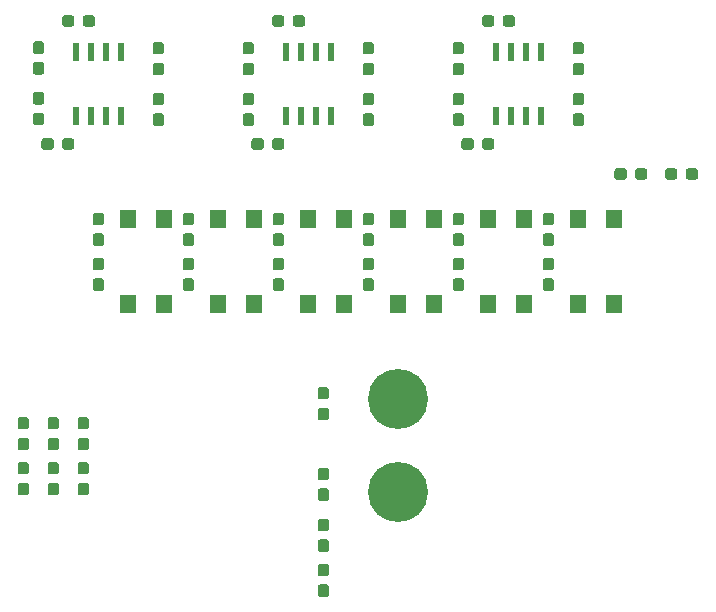
<source format=gbr>
G04 #@! TF.GenerationSoftware,KiCad,Pcbnew,(5.0.2)-1*
G04 #@! TF.CreationDate,2019-03-03T15:18:12-06:00*
G04 #@! TF.ProjectId,DriveBoard_Hardware,44726976-6542-46f6-9172-645f48617264,rev?*
G04 #@! TF.SameCoordinates,Original*
G04 #@! TF.FileFunction,Paste,Top*
G04 #@! TF.FilePolarity,Positive*
%FSLAX46Y46*%
G04 Gerber Fmt 4.6, Leading zero omitted, Abs format (unit mm)*
G04 Created by KiCad (PCBNEW (5.0.2)-1) date 3/3/2019 3:18:12 PM*
%MOMM*%
%LPD*%
G01*
G04 APERTURE LIST*
%ADD10C,0.100000*%
%ADD11C,0.950000*%
%ADD12C,5.080000*%
%ADD13R,1.400000X1.600000*%
%ADD14R,0.600000X1.550000*%
G04 APERTURE END LIST*
D10*
G04 #@! TO.C,C1*
G36*
X94290779Y-96808144D02*
X94313834Y-96811563D01*
X94336443Y-96817227D01*
X94358387Y-96825079D01*
X94379457Y-96835044D01*
X94399448Y-96847026D01*
X94418168Y-96860910D01*
X94435438Y-96876562D01*
X94451090Y-96893832D01*
X94464974Y-96912552D01*
X94476956Y-96932543D01*
X94486921Y-96953613D01*
X94494773Y-96975557D01*
X94500437Y-96998166D01*
X94503856Y-97021221D01*
X94505000Y-97044500D01*
X94505000Y-97519500D01*
X94503856Y-97542779D01*
X94500437Y-97565834D01*
X94494773Y-97588443D01*
X94486921Y-97610387D01*
X94476956Y-97631457D01*
X94464974Y-97651448D01*
X94451090Y-97670168D01*
X94435438Y-97687438D01*
X94418168Y-97703090D01*
X94399448Y-97716974D01*
X94379457Y-97728956D01*
X94358387Y-97738921D01*
X94336443Y-97746773D01*
X94313834Y-97752437D01*
X94290779Y-97755856D01*
X94267500Y-97757000D01*
X93692500Y-97757000D01*
X93669221Y-97755856D01*
X93646166Y-97752437D01*
X93623557Y-97746773D01*
X93601613Y-97738921D01*
X93580543Y-97728956D01*
X93560552Y-97716974D01*
X93541832Y-97703090D01*
X93524562Y-97687438D01*
X93508910Y-97670168D01*
X93495026Y-97651448D01*
X93483044Y-97631457D01*
X93473079Y-97610387D01*
X93465227Y-97588443D01*
X93459563Y-97565834D01*
X93456144Y-97542779D01*
X93455000Y-97519500D01*
X93455000Y-97044500D01*
X93456144Y-97021221D01*
X93459563Y-96998166D01*
X93465227Y-96975557D01*
X93473079Y-96953613D01*
X93483044Y-96932543D01*
X93495026Y-96912552D01*
X93508910Y-96893832D01*
X93524562Y-96876562D01*
X93541832Y-96860910D01*
X93560552Y-96847026D01*
X93580543Y-96835044D01*
X93601613Y-96825079D01*
X93623557Y-96817227D01*
X93646166Y-96811563D01*
X93669221Y-96808144D01*
X93692500Y-96807000D01*
X94267500Y-96807000D01*
X94290779Y-96808144D01*
X94290779Y-96808144D01*
G37*
D11*
X93980000Y-97282000D03*
D10*
G36*
X92540779Y-96808144D02*
X92563834Y-96811563D01*
X92586443Y-96817227D01*
X92608387Y-96825079D01*
X92629457Y-96835044D01*
X92649448Y-96847026D01*
X92668168Y-96860910D01*
X92685438Y-96876562D01*
X92701090Y-96893832D01*
X92714974Y-96912552D01*
X92726956Y-96932543D01*
X92736921Y-96953613D01*
X92744773Y-96975557D01*
X92750437Y-96998166D01*
X92753856Y-97021221D01*
X92755000Y-97044500D01*
X92755000Y-97519500D01*
X92753856Y-97542779D01*
X92750437Y-97565834D01*
X92744773Y-97588443D01*
X92736921Y-97610387D01*
X92726956Y-97631457D01*
X92714974Y-97651448D01*
X92701090Y-97670168D01*
X92685438Y-97687438D01*
X92668168Y-97703090D01*
X92649448Y-97716974D01*
X92629457Y-97728956D01*
X92608387Y-97738921D01*
X92586443Y-97746773D01*
X92563834Y-97752437D01*
X92540779Y-97755856D01*
X92517500Y-97757000D01*
X91942500Y-97757000D01*
X91919221Y-97755856D01*
X91896166Y-97752437D01*
X91873557Y-97746773D01*
X91851613Y-97738921D01*
X91830543Y-97728956D01*
X91810552Y-97716974D01*
X91791832Y-97703090D01*
X91774562Y-97687438D01*
X91758910Y-97670168D01*
X91745026Y-97651448D01*
X91733044Y-97631457D01*
X91723079Y-97610387D01*
X91715227Y-97588443D01*
X91709563Y-97565834D01*
X91706144Y-97542779D01*
X91705000Y-97519500D01*
X91705000Y-97044500D01*
X91706144Y-97021221D01*
X91709563Y-96998166D01*
X91715227Y-96975557D01*
X91723079Y-96953613D01*
X91733044Y-96932543D01*
X91745026Y-96912552D01*
X91758910Y-96893832D01*
X91774562Y-96876562D01*
X91791832Y-96860910D01*
X91810552Y-96847026D01*
X91830543Y-96835044D01*
X91851613Y-96825079D01*
X91873557Y-96817227D01*
X91896166Y-96811563D01*
X91919221Y-96808144D01*
X91942500Y-96807000D01*
X92517500Y-96807000D01*
X92540779Y-96808144D01*
X92540779Y-96808144D01*
G37*
D11*
X92230000Y-97282000D03*
G04 #@! TD*
D10*
G04 #@! TO.C,C2*
G36*
X98050779Y-124698144D02*
X98073834Y-124701563D01*
X98096443Y-124707227D01*
X98118387Y-124715079D01*
X98139457Y-124725044D01*
X98159448Y-124737026D01*
X98178168Y-124750910D01*
X98195438Y-124766562D01*
X98211090Y-124783832D01*
X98224974Y-124802552D01*
X98236956Y-124822543D01*
X98246921Y-124843613D01*
X98254773Y-124865557D01*
X98260437Y-124888166D01*
X98263856Y-124911221D01*
X98265000Y-124934500D01*
X98265000Y-125509500D01*
X98263856Y-125532779D01*
X98260437Y-125555834D01*
X98254773Y-125578443D01*
X98246921Y-125600387D01*
X98236956Y-125621457D01*
X98224974Y-125641448D01*
X98211090Y-125660168D01*
X98195438Y-125677438D01*
X98178168Y-125693090D01*
X98159448Y-125706974D01*
X98139457Y-125718956D01*
X98118387Y-125728921D01*
X98096443Y-125736773D01*
X98073834Y-125742437D01*
X98050779Y-125745856D01*
X98027500Y-125747000D01*
X97552500Y-125747000D01*
X97529221Y-125745856D01*
X97506166Y-125742437D01*
X97483557Y-125736773D01*
X97461613Y-125728921D01*
X97440543Y-125718956D01*
X97420552Y-125706974D01*
X97401832Y-125693090D01*
X97384562Y-125677438D01*
X97368910Y-125660168D01*
X97355026Y-125641448D01*
X97343044Y-125621457D01*
X97333079Y-125600387D01*
X97325227Y-125578443D01*
X97319563Y-125555834D01*
X97316144Y-125532779D01*
X97315000Y-125509500D01*
X97315000Y-124934500D01*
X97316144Y-124911221D01*
X97319563Y-124888166D01*
X97325227Y-124865557D01*
X97333079Y-124843613D01*
X97343044Y-124822543D01*
X97355026Y-124802552D01*
X97368910Y-124783832D01*
X97384562Y-124766562D01*
X97401832Y-124750910D01*
X97420552Y-124737026D01*
X97440543Y-124725044D01*
X97461613Y-124715079D01*
X97483557Y-124707227D01*
X97506166Y-124701563D01*
X97529221Y-124698144D01*
X97552500Y-124697000D01*
X98027500Y-124697000D01*
X98050779Y-124698144D01*
X98050779Y-124698144D01*
G37*
D11*
X97790000Y-125222000D03*
D10*
G36*
X98050779Y-126448144D02*
X98073834Y-126451563D01*
X98096443Y-126457227D01*
X98118387Y-126465079D01*
X98139457Y-126475044D01*
X98159448Y-126487026D01*
X98178168Y-126500910D01*
X98195438Y-126516562D01*
X98211090Y-126533832D01*
X98224974Y-126552552D01*
X98236956Y-126572543D01*
X98246921Y-126593613D01*
X98254773Y-126615557D01*
X98260437Y-126638166D01*
X98263856Y-126661221D01*
X98265000Y-126684500D01*
X98265000Y-127259500D01*
X98263856Y-127282779D01*
X98260437Y-127305834D01*
X98254773Y-127328443D01*
X98246921Y-127350387D01*
X98236956Y-127371457D01*
X98224974Y-127391448D01*
X98211090Y-127410168D01*
X98195438Y-127427438D01*
X98178168Y-127443090D01*
X98159448Y-127456974D01*
X98139457Y-127468956D01*
X98118387Y-127478921D01*
X98096443Y-127486773D01*
X98073834Y-127492437D01*
X98050779Y-127495856D01*
X98027500Y-127497000D01*
X97552500Y-127497000D01*
X97529221Y-127495856D01*
X97506166Y-127492437D01*
X97483557Y-127486773D01*
X97461613Y-127478921D01*
X97440543Y-127468956D01*
X97420552Y-127456974D01*
X97401832Y-127443090D01*
X97384562Y-127427438D01*
X97368910Y-127410168D01*
X97355026Y-127391448D01*
X97343044Y-127371457D01*
X97333079Y-127350387D01*
X97325227Y-127328443D01*
X97319563Y-127305834D01*
X97316144Y-127282779D01*
X97315000Y-127259500D01*
X97315000Y-126684500D01*
X97316144Y-126661221D01*
X97319563Y-126638166D01*
X97325227Y-126615557D01*
X97333079Y-126593613D01*
X97343044Y-126572543D01*
X97355026Y-126552552D01*
X97368910Y-126533832D01*
X97384562Y-126516562D01*
X97401832Y-126500910D01*
X97420552Y-126487026D01*
X97440543Y-126475044D01*
X97461613Y-126465079D01*
X97483557Y-126457227D01*
X97506166Y-126451563D01*
X97529221Y-126448144D01*
X97552500Y-126447000D01*
X98027500Y-126447000D01*
X98050779Y-126448144D01*
X98050779Y-126448144D01*
G37*
D11*
X97790000Y-126972000D03*
G04 #@! TD*
D10*
G04 #@! TO.C,C3*
G36*
X76510779Y-96808144D02*
X76533834Y-96811563D01*
X76556443Y-96817227D01*
X76578387Y-96825079D01*
X76599457Y-96835044D01*
X76619448Y-96847026D01*
X76638168Y-96860910D01*
X76655438Y-96876562D01*
X76671090Y-96893832D01*
X76684974Y-96912552D01*
X76696956Y-96932543D01*
X76706921Y-96953613D01*
X76714773Y-96975557D01*
X76720437Y-96998166D01*
X76723856Y-97021221D01*
X76725000Y-97044500D01*
X76725000Y-97519500D01*
X76723856Y-97542779D01*
X76720437Y-97565834D01*
X76714773Y-97588443D01*
X76706921Y-97610387D01*
X76696956Y-97631457D01*
X76684974Y-97651448D01*
X76671090Y-97670168D01*
X76655438Y-97687438D01*
X76638168Y-97703090D01*
X76619448Y-97716974D01*
X76599457Y-97728956D01*
X76578387Y-97738921D01*
X76556443Y-97746773D01*
X76533834Y-97752437D01*
X76510779Y-97755856D01*
X76487500Y-97757000D01*
X75912500Y-97757000D01*
X75889221Y-97755856D01*
X75866166Y-97752437D01*
X75843557Y-97746773D01*
X75821613Y-97738921D01*
X75800543Y-97728956D01*
X75780552Y-97716974D01*
X75761832Y-97703090D01*
X75744562Y-97687438D01*
X75728910Y-97670168D01*
X75715026Y-97651448D01*
X75703044Y-97631457D01*
X75693079Y-97610387D01*
X75685227Y-97588443D01*
X75679563Y-97565834D01*
X75676144Y-97542779D01*
X75675000Y-97519500D01*
X75675000Y-97044500D01*
X75676144Y-97021221D01*
X75679563Y-96998166D01*
X75685227Y-96975557D01*
X75693079Y-96953613D01*
X75703044Y-96932543D01*
X75715026Y-96912552D01*
X75728910Y-96893832D01*
X75744562Y-96876562D01*
X75761832Y-96860910D01*
X75780552Y-96847026D01*
X75800543Y-96835044D01*
X75821613Y-96825079D01*
X75843557Y-96817227D01*
X75866166Y-96811563D01*
X75889221Y-96808144D01*
X75912500Y-96807000D01*
X76487500Y-96807000D01*
X76510779Y-96808144D01*
X76510779Y-96808144D01*
G37*
D11*
X76200000Y-97282000D03*
D10*
G36*
X74760779Y-96808144D02*
X74783834Y-96811563D01*
X74806443Y-96817227D01*
X74828387Y-96825079D01*
X74849457Y-96835044D01*
X74869448Y-96847026D01*
X74888168Y-96860910D01*
X74905438Y-96876562D01*
X74921090Y-96893832D01*
X74934974Y-96912552D01*
X74946956Y-96932543D01*
X74956921Y-96953613D01*
X74964773Y-96975557D01*
X74970437Y-96998166D01*
X74973856Y-97021221D01*
X74975000Y-97044500D01*
X74975000Y-97519500D01*
X74973856Y-97542779D01*
X74970437Y-97565834D01*
X74964773Y-97588443D01*
X74956921Y-97610387D01*
X74946956Y-97631457D01*
X74934974Y-97651448D01*
X74921090Y-97670168D01*
X74905438Y-97687438D01*
X74888168Y-97703090D01*
X74869448Y-97716974D01*
X74849457Y-97728956D01*
X74828387Y-97738921D01*
X74806443Y-97746773D01*
X74783834Y-97752437D01*
X74760779Y-97755856D01*
X74737500Y-97757000D01*
X74162500Y-97757000D01*
X74139221Y-97755856D01*
X74116166Y-97752437D01*
X74093557Y-97746773D01*
X74071613Y-97738921D01*
X74050543Y-97728956D01*
X74030552Y-97716974D01*
X74011832Y-97703090D01*
X73994562Y-97687438D01*
X73978910Y-97670168D01*
X73965026Y-97651448D01*
X73953044Y-97631457D01*
X73943079Y-97610387D01*
X73935227Y-97588443D01*
X73929563Y-97565834D01*
X73926144Y-97542779D01*
X73925000Y-97519500D01*
X73925000Y-97044500D01*
X73926144Y-97021221D01*
X73929563Y-96998166D01*
X73935227Y-96975557D01*
X73943079Y-96953613D01*
X73953044Y-96932543D01*
X73965026Y-96912552D01*
X73978910Y-96893832D01*
X73994562Y-96876562D01*
X74011832Y-96860910D01*
X74030552Y-96847026D01*
X74050543Y-96835044D01*
X74071613Y-96825079D01*
X74093557Y-96817227D01*
X74116166Y-96811563D01*
X74139221Y-96808144D01*
X74162500Y-96807000D01*
X74737500Y-96807000D01*
X74760779Y-96808144D01*
X74760779Y-96808144D01*
G37*
D11*
X74450000Y-97282000D03*
G04 #@! TD*
D10*
G04 #@! TO.C,C7*
G36*
X98050779Y-117868144D02*
X98073834Y-117871563D01*
X98096443Y-117877227D01*
X98118387Y-117885079D01*
X98139457Y-117895044D01*
X98159448Y-117907026D01*
X98178168Y-117920910D01*
X98195438Y-117936562D01*
X98211090Y-117953832D01*
X98224974Y-117972552D01*
X98236956Y-117992543D01*
X98246921Y-118013613D01*
X98254773Y-118035557D01*
X98260437Y-118058166D01*
X98263856Y-118081221D01*
X98265000Y-118104500D01*
X98265000Y-118679500D01*
X98263856Y-118702779D01*
X98260437Y-118725834D01*
X98254773Y-118748443D01*
X98246921Y-118770387D01*
X98236956Y-118791457D01*
X98224974Y-118811448D01*
X98211090Y-118830168D01*
X98195438Y-118847438D01*
X98178168Y-118863090D01*
X98159448Y-118876974D01*
X98139457Y-118888956D01*
X98118387Y-118898921D01*
X98096443Y-118906773D01*
X98073834Y-118912437D01*
X98050779Y-118915856D01*
X98027500Y-118917000D01*
X97552500Y-118917000D01*
X97529221Y-118915856D01*
X97506166Y-118912437D01*
X97483557Y-118906773D01*
X97461613Y-118898921D01*
X97440543Y-118888956D01*
X97420552Y-118876974D01*
X97401832Y-118863090D01*
X97384562Y-118847438D01*
X97368910Y-118830168D01*
X97355026Y-118811448D01*
X97343044Y-118791457D01*
X97333079Y-118770387D01*
X97325227Y-118748443D01*
X97319563Y-118725834D01*
X97316144Y-118702779D01*
X97315000Y-118679500D01*
X97315000Y-118104500D01*
X97316144Y-118081221D01*
X97319563Y-118058166D01*
X97325227Y-118035557D01*
X97333079Y-118013613D01*
X97343044Y-117992543D01*
X97355026Y-117972552D01*
X97368910Y-117953832D01*
X97384562Y-117936562D01*
X97401832Y-117920910D01*
X97420552Y-117907026D01*
X97440543Y-117895044D01*
X97461613Y-117885079D01*
X97483557Y-117877227D01*
X97506166Y-117871563D01*
X97529221Y-117868144D01*
X97552500Y-117867000D01*
X98027500Y-117867000D01*
X98050779Y-117868144D01*
X98050779Y-117868144D01*
G37*
D11*
X97790000Y-118392000D03*
D10*
G36*
X98050779Y-119618144D02*
X98073834Y-119621563D01*
X98096443Y-119627227D01*
X98118387Y-119635079D01*
X98139457Y-119645044D01*
X98159448Y-119657026D01*
X98178168Y-119670910D01*
X98195438Y-119686562D01*
X98211090Y-119703832D01*
X98224974Y-119722552D01*
X98236956Y-119742543D01*
X98246921Y-119763613D01*
X98254773Y-119785557D01*
X98260437Y-119808166D01*
X98263856Y-119831221D01*
X98265000Y-119854500D01*
X98265000Y-120429500D01*
X98263856Y-120452779D01*
X98260437Y-120475834D01*
X98254773Y-120498443D01*
X98246921Y-120520387D01*
X98236956Y-120541457D01*
X98224974Y-120561448D01*
X98211090Y-120580168D01*
X98195438Y-120597438D01*
X98178168Y-120613090D01*
X98159448Y-120626974D01*
X98139457Y-120638956D01*
X98118387Y-120648921D01*
X98096443Y-120656773D01*
X98073834Y-120662437D01*
X98050779Y-120665856D01*
X98027500Y-120667000D01*
X97552500Y-120667000D01*
X97529221Y-120665856D01*
X97506166Y-120662437D01*
X97483557Y-120656773D01*
X97461613Y-120648921D01*
X97440543Y-120638956D01*
X97420552Y-120626974D01*
X97401832Y-120613090D01*
X97384562Y-120597438D01*
X97368910Y-120580168D01*
X97355026Y-120561448D01*
X97343044Y-120541457D01*
X97333079Y-120520387D01*
X97325227Y-120498443D01*
X97319563Y-120475834D01*
X97316144Y-120452779D01*
X97315000Y-120429500D01*
X97315000Y-119854500D01*
X97316144Y-119831221D01*
X97319563Y-119808166D01*
X97325227Y-119785557D01*
X97333079Y-119763613D01*
X97343044Y-119742543D01*
X97355026Y-119722552D01*
X97368910Y-119703832D01*
X97384562Y-119686562D01*
X97401832Y-119670910D01*
X97420552Y-119657026D01*
X97440543Y-119645044D01*
X97461613Y-119635079D01*
X97483557Y-119627227D01*
X97506166Y-119621563D01*
X97529221Y-119618144D01*
X97552500Y-119617000D01*
X98027500Y-119617000D01*
X98050779Y-119618144D01*
X98050779Y-119618144D01*
G37*
D11*
X97790000Y-120142000D03*
G04 #@! TD*
D10*
G04 #@! TO.C,C8*
G36*
X110320779Y-96808144D02*
X110343834Y-96811563D01*
X110366443Y-96817227D01*
X110388387Y-96825079D01*
X110409457Y-96835044D01*
X110429448Y-96847026D01*
X110448168Y-96860910D01*
X110465438Y-96876562D01*
X110481090Y-96893832D01*
X110494974Y-96912552D01*
X110506956Y-96932543D01*
X110516921Y-96953613D01*
X110524773Y-96975557D01*
X110530437Y-96998166D01*
X110533856Y-97021221D01*
X110535000Y-97044500D01*
X110535000Y-97519500D01*
X110533856Y-97542779D01*
X110530437Y-97565834D01*
X110524773Y-97588443D01*
X110516921Y-97610387D01*
X110506956Y-97631457D01*
X110494974Y-97651448D01*
X110481090Y-97670168D01*
X110465438Y-97687438D01*
X110448168Y-97703090D01*
X110429448Y-97716974D01*
X110409457Y-97728956D01*
X110388387Y-97738921D01*
X110366443Y-97746773D01*
X110343834Y-97752437D01*
X110320779Y-97755856D01*
X110297500Y-97757000D01*
X109722500Y-97757000D01*
X109699221Y-97755856D01*
X109676166Y-97752437D01*
X109653557Y-97746773D01*
X109631613Y-97738921D01*
X109610543Y-97728956D01*
X109590552Y-97716974D01*
X109571832Y-97703090D01*
X109554562Y-97687438D01*
X109538910Y-97670168D01*
X109525026Y-97651448D01*
X109513044Y-97631457D01*
X109503079Y-97610387D01*
X109495227Y-97588443D01*
X109489563Y-97565834D01*
X109486144Y-97542779D01*
X109485000Y-97519500D01*
X109485000Y-97044500D01*
X109486144Y-97021221D01*
X109489563Y-96998166D01*
X109495227Y-96975557D01*
X109503079Y-96953613D01*
X109513044Y-96932543D01*
X109525026Y-96912552D01*
X109538910Y-96893832D01*
X109554562Y-96876562D01*
X109571832Y-96860910D01*
X109590552Y-96847026D01*
X109610543Y-96835044D01*
X109631613Y-96825079D01*
X109653557Y-96817227D01*
X109676166Y-96811563D01*
X109699221Y-96808144D01*
X109722500Y-96807000D01*
X110297500Y-96807000D01*
X110320779Y-96808144D01*
X110320779Y-96808144D01*
G37*
D11*
X110010000Y-97282000D03*
D10*
G36*
X112070779Y-96808144D02*
X112093834Y-96811563D01*
X112116443Y-96817227D01*
X112138387Y-96825079D01*
X112159457Y-96835044D01*
X112179448Y-96847026D01*
X112198168Y-96860910D01*
X112215438Y-96876562D01*
X112231090Y-96893832D01*
X112244974Y-96912552D01*
X112256956Y-96932543D01*
X112266921Y-96953613D01*
X112274773Y-96975557D01*
X112280437Y-96998166D01*
X112283856Y-97021221D01*
X112285000Y-97044500D01*
X112285000Y-97519500D01*
X112283856Y-97542779D01*
X112280437Y-97565834D01*
X112274773Y-97588443D01*
X112266921Y-97610387D01*
X112256956Y-97631457D01*
X112244974Y-97651448D01*
X112231090Y-97670168D01*
X112215438Y-97687438D01*
X112198168Y-97703090D01*
X112179448Y-97716974D01*
X112159457Y-97728956D01*
X112138387Y-97738921D01*
X112116443Y-97746773D01*
X112093834Y-97752437D01*
X112070779Y-97755856D01*
X112047500Y-97757000D01*
X111472500Y-97757000D01*
X111449221Y-97755856D01*
X111426166Y-97752437D01*
X111403557Y-97746773D01*
X111381613Y-97738921D01*
X111360543Y-97728956D01*
X111340552Y-97716974D01*
X111321832Y-97703090D01*
X111304562Y-97687438D01*
X111288910Y-97670168D01*
X111275026Y-97651448D01*
X111263044Y-97631457D01*
X111253079Y-97610387D01*
X111245227Y-97588443D01*
X111239563Y-97565834D01*
X111236144Y-97542779D01*
X111235000Y-97519500D01*
X111235000Y-97044500D01*
X111236144Y-97021221D01*
X111239563Y-96998166D01*
X111245227Y-96975557D01*
X111253079Y-96953613D01*
X111263044Y-96932543D01*
X111275026Y-96912552D01*
X111288910Y-96893832D01*
X111304562Y-96876562D01*
X111321832Y-96860910D01*
X111340552Y-96847026D01*
X111360543Y-96835044D01*
X111381613Y-96825079D01*
X111403557Y-96817227D01*
X111426166Y-96811563D01*
X111449221Y-96808144D01*
X111472500Y-96807000D01*
X112047500Y-96807000D01*
X112070779Y-96808144D01*
X112070779Y-96808144D01*
G37*
D11*
X111760000Y-97282000D03*
G04 #@! TD*
D12*
G04 #@! TO.C,Conn1*
X104140000Y-118872000D03*
X104140000Y-126746000D03*
G04 #@! TD*
D10*
G04 #@! TO.C,D2*
G36*
X98050779Y-134576144D02*
X98073834Y-134579563D01*
X98096443Y-134585227D01*
X98118387Y-134593079D01*
X98139457Y-134603044D01*
X98159448Y-134615026D01*
X98178168Y-134628910D01*
X98195438Y-134644562D01*
X98211090Y-134661832D01*
X98224974Y-134680552D01*
X98236956Y-134700543D01*
X98246921Y-134721613D01*
X98254773Y-134743557D01*
X98260437Y-134766166D01*
X98263856Y-134789221D01*
X98265000Y-134812500D01*
X98265000Y-135387500D01*
X98263856Y-135410779D01*
X98260437Y-135433834D01*
X98254773Y-135456443D01*
X98246921Y-135478387D01*
X98236956Y-135499457D01*
X98224974Y-135519448D01*
X98211090Y-135538168D01*
X98195438Y-135555438D01*
X98178168Y-135571090D01*
X98159448Y-135584974D01*
X98139457Y-135596956D01*
X98118387Y-135606921D01*
X98096443Y-135614773D01*
X98073834Y-135620437D01*
X98050779Y-135623856D01*
X98027500Y-135625000D01*
X97552500Y-135625000D01*
X97529221Y-135623856D01*
X97506166Y-135620437D01*
X97483557Y-135614773D01*
X97461613Y-135606921D01*
X97440543Y-135596956D01*
X97420552Y-135584974D01*
X97401832Y-135571090D01*
X97384562Y-135555438D01*
X97368910Y-135538168D01*
X97355026Y-135519448D01*
X97343044Y-135499457D01*
X97333079Y-135478387D01*
X97325227Y-135456443D01*
X97319563Y-135433834D01*
X97316144Y-135410779D01*
X97315000Y-135387500D01*
X97315000Y-134812500D01*
X97316144Y-134789221D01*
X97319563Y-134766166D01*
X97325227Y-134743557D01*
X97333079Y-134721613D01*
X97343044Y-134700543D01*
X97355026Y-134680552D01*
X97368910Y-134661832D01*
X97384562Y-134644562D01*
X97401832Y-134628910D01*
X97420552Y-134615026D01*
X97440543Y-134603044D01*
X97461613Y-134593079D01*
X97483557Y-134585227D01*
X97506166Y-134579563D01*
X97529221Y-134576144D01*
X97552500Y-134575000D01*
X98027500Y-134575000D01*
X98050779Y-134576144D01*
X98050779Y-134576144D01*
G37*
D11*
X97790000Y-135100000D03*
D10*
G36*
X98050779Y-132826144D02*
X98073834Y-132829563D01*
X98096443Y-132835227D01*
X98118387Y-132843079D01*
X98139457Y-132853044D01*
X98159448Y-132865026D01*
X98178168Y-132878910D01*
X98195438Y-132894562D01*
X98211090Y-132911832D01*
X98224974Y-132930552D01*
X98236956Y-132950543D01*
X98246921Y-132971613D01*
X98254773Y-132993557D01*
X98260437Y-133016166D01*
X98263856Y-133039221D01*
X98265000Y-133062500D01*
X98265000Y-133637500D01*
X98263856Y-133660779D01*
X98260437Y-133683834D01*
X98254773Y-133706443D01*
X98246921Y-133728387D01*
X98236956Y-133749457D01*
X98224974Y-133769448D01*
X98211090Y-133788168D01*
X98195438Y-133805438D01*
X98178168Y-133821090D01*
X98159448Y-133834974D01*
X98139457Y-133846956D01*
X98118387Y-133856921D01*
X98096443Y-133864773D01*
X98073834Y-133870437D01*
X98050779Y-133873856D01*
X98027500Y-133875000D01*
X97552500Y-133875000D01*
X97529221Y-133873856D01*
X97506166Y-133870437D01*
X97483557Y-133864773D01*
X97461613Y-133856921D01*
X97440543Y-133846956D01*
X97420552Y-133834974D01*
X97401832Y-133821090D01*
X97384562Y-133805438D01*
X97368910Y-133788168D01*
X97355026Y-133769448D01*
X97343044Y-133749457D01*
X97333079Y-133728387D01*
X97325227Y-133706443D01*
X97319563Y-133683834D01*
X97316144Y-133660779D01*
X97315000Y-133637500D01*
X97315000Y-133062500D01*
X97316144Y-133039221D01*
X97319563Y-133016166D01*
X97325227Y-132993557D01*
X97333079Y-132971613D01*
X97343044Y-132950543D01*
X97355026Y-132930552D01*
X97368910Y-132911832D01*
X97384562Y-132894562D01*
X97401832Y-132878910D01*
X97420552Y-132865026D01*
X97440543Y-132853044D01*
X97461613Y-132843079D01*
X97483557Y-132835227D01*
X97506166Y-132829563D01*
X97529221Y-132826144D01*
X97552500Y-132825000D01*
X98027500Y-132825000D01*
X98050779Y-132826144D01*
X98050779Y-132826144D01*
G37*
D11*
X97790000Y-133350000D03*
G04 #@! TD*
D10*
G04 #@! TO.C,D3*
G36*
X84080779Y-90408144D02*
X84103834Y-90411563D01*
X84126443Y-90417227D01*
X84148387Y-90425079D01*
X84169457Y-90435044D01*
X84189448Y-90447026D01*
X84208168Y-90460910D01*
X84225438Y-90476562D01*
X84241090Y-90493832D01*
X84254974Y-90512552D01*
X84266956Y-90532543D01*
X84276921Y-90553613D01*
X84284773Y-90575557D01*
X84290437Y-90598166D01*
X84293856Y-90621221D01*
X84295000Y-90644500D01*
X84295000Y-91219500D01*
X84293856Y-91242779D01*
X84290437Y-91265834D01*
X84284773Y-91288443D01*
X84276921Y-91310387D01*
X84266956Y-91331457D01*
X84254974Y-91351448D01*
X84241090Y-91370168D01*
X84225438Y-91387438D01*
X84208168Y-91403090D01*
X84189448Y-91416974D01*
X84169457Y-91428956D01*
X84148387Y-91438921D01*
X84126443Y-91446773D01*
X84103834Y-91452437D01*
X84080779Y-91455856D01*
X84057500Y-91457000D01*
X83582500Y-91457000D01*
X83559221Y-91455856D01*
X83536166Y-91452437D01*
X83513557Y-91446773D01*
X83491613Y-91438921D01*
X83470543Y-91428956D01*
X83450552Y-91416974D01*
X83431832Y-91403090D01*
X83414562Y-91387438D01*
X83398910Y-91370168D01*
X83385026Y-91351448D01*
X83373044Y-91331457D01*
X83363079Y-91310387D01*
X83355227Y-91288443D01*
X83349563Y-91265834D01*
X83346144Y-91242779D01*
X83345000Y-91219500D01*
X83345000Y-90644500D01*
X83346144Y-90621221D01*
X83349563Y-90598166D01*
X83355227Y-90575557D01*
X83363079Y-90553613D01*
X83373044Y-90532543D01*
X83385026Y-90512552D01*
X83398910Y-90493832D01*
X83414562Y-90476562D01*
X83431832Y-90460910D01*
X83450552Y-90447026D01*
X83470543Y-90435044D01*
X83491613Y-90425079D01*
X83513557Y-90417227D01*
X83536166Y-90411563D01*
X83559221Y-90408144D01*
X83582500Y-90407000D01*
X84057500Y-90407000D01*
X84080779Y-90408144D01*
X84080779Y-90408144D01*
G37*
D11*
X83820000Y-90932000D03*
D10*
G36*
X84080779Y-88658144D02*
X84103834Y-88661563D01*
X84126443Y-88667227D01*
X84148387Y-88675079D01*
X84169457Y-88685044D01*
X84189448Y-88697026D01*
X84208168Y-88710910D01*
X84225438Y-88726562D01*
X84241090Y-88743832D01*
X84254974Y-88762552D01*
X84266956Y-88782543D01*
X84276921Y-88803613D01*
X84284773Y-88825557D01*
X84290437Y-88848166D01*
X84293856Y-88871221D01*
X84295000Y-88894500D01*
X84295000Y-89469500D01*
X84293856Y-89492779D01*
X84290437Y-89515834D01*
X84284773Y-89538443D01*
X84276921Y-89560387D01*
X84266956Y-89581457D01*
X84254974Y-89601448D01*
X84241090Y-89620168D01*
X84225438Y-89637438D01*
X84208168Y-89653090D01*
X84189448Y-89666974D01*
X84169457Y-89678956D01*
X84148387Y-89688921D01*
X84126443Y-89696773D01*
X84103834Y-89702437D01*
X84080779Y-89705856D01*
X84057500Y-89707000D01*
X83582500Y-89707000D01*
X83559221Y-89705856D01*
X83536166Y-89702437D01*
X83513557Y-89696773D01*
X83491613Y-89688921D01*
X83470543Y-89678956D01*
X83450552Y-89666974D01*
X83431832Y-89653090D01*
X83414562Y-89637438D01*
X83398910Y-89620168D01*
X83385026Y-89601448D01*
X83373044Y-89581457D01*
X83363079Y-89560387D01*
X83355227Y-89538443D01*
X83349563Y-89515834D01*
X83346144Y-89492779D01*
X83345000Y-89469500D01*
X83345000Y-88894500D01*
X83346144Y-88871221D01*
X83349563Y-88848166D01*
X83355227Y-88825557D01*
X83363079Y-88803613D01*
X83373044Y-88782543D01*
X83385026Y-88762552D01*
X83398910Y-88743832D01*
X83414562Y-88726562D01*
X83431832Y-88710910D01*
X83450552Y-88697026D01*
X83470543Y-88685044D01*
X83491613Y-88675079D01*
X83513557Y-88667227D01*
X83536166Y-88661563D01*
X83559221Y-88658144D01*
X83582500Y-88657000D01*
X84057500Y-88657000D01*
X84080779Y-88658144D01*
X84080779Y-88658144D01*
G37*
D11*
X83820000Y-89182000D03*
G04 #@! TD*
D10*
G04 #@! TO.C,D4*
G36*
X101860779Y-88658144D02*
X101883834Y-88661563D01*
X101906443Y-88667227D01*
X101928387Y-88675079D01*
X101949457Y-88685044D01*
X101969448Y-88697026D01*
X101988168Y-88710910D01*
X102005438Y-88726562D01*
X102021090Y-88743832D01*
X102034974Y-88762552D01*
X102046956Y-88782543D01*
X102056921Y-88803613D01*
X102064773Y-88825557D01*
X102070437Y-88848166D01*
X102073856Y-88871221D01*
X102075000Y-88894500D01*
X102075000Y-89469500D01*
X102073856Y-89492779D01*
X102070437Y-89515834D01*
X102064773Y-89538443D01*
X102056921Y-89560387D01*
X102046956Y-89581457D01*
X102034974Y-89601448D01*
X102021090Y-89620168D01*
X102005438Y-89637438D01*
X101988168Y-89653090D01*
X101969448Y-89666974D01*
X101949457Y-89678956D01*
X101928387Y-89688921D01*
X101906443Y-89696773D01*
X101883834Y-89702437D01*
X101860779Y-89705856D01*
X101837500Y-89707000D01*
X101362500Y-89707000D01*
X101339221Y-89705856D01*
X101316166Y-89702437D01*
X101293557Y-89696773D01*
X101271613Y-89688921D01*
X101250543Y-89678956D01*
X101230552Y-89666974D01*
X101211832Y-89653090D01*
X101194562Y-89637438D01*
X101178910Y-89620168D01*
X101165026Y-89601448D01*
X101153044Y-89581457D01*
X101143079Y-89560387D01*
X101135227Y-89538443D01*
X101129563Y-89515834D01*
X101126144Y-89492779D01*
X101125000Y-89469500D01*
X101125000Y-88894500D01*
X101126144Y-88871221D01*
X101129563Y-88848166D01*
X101135227Y-88825557D01*
X101143079Y-88803613D01*
X101153044Y-88782543D01*
X101165026Y-88762552D01*
X101178910Y-88743832D01*
X101194562Y-88726562D01*
X101211832Y-88710910D01*
X101230552Y-88697026D01*
X101250543Y-88685044D01*
X101271613Y-88675079D01*
X101293557Y-88667227D01*
X101316166Y-88661563D01*
X101339221Y-88658144D01*
X101362500Y-88657000D01*
X101837500Y-88657000D01*
X101860779Y-88658144D01*
X101860779Y-88658144D01*
G37*
D11*
X101600000Y-89182000D03*
D10*
G36*
X101860779Y-90408144D02*
X101883834Y-90411563D01*
X101906443Y-90417227D01*
X101928387Y-90425079D01*
X101949457Y-90435044D01*
X101969448Y-90447026D01*
X101988168Y-90460910D01*
X102005438Y-90476562D01*
X102021090Y-90493832D01*
X102034974Y-90512552D01*
X102046956Y-90532543D01*
X102056921Y-90553613D01*
X102064773Y-90575557D01*
X102070437Y-90598166D01*
X102073856Y-90621221D01*
X102075000Y-90644500D01*
X102075000Y-91219500D01*
X102073856Y-91242779D01*
X102070437Y-91265834D01*
X102064773Y-91288443D01*
X102056921Y-91310387D01*
X102046956Y-91331457D01*
X102034974Y-91351448D01*
X102021090Y-91370168D01*
X102005438Y-91387438D01*
X101988168Y-91403090D01*
X101969448Y-91416974D01*
X101949457Y-91428956D01*
X101928387Y-91438921D01*
X101906443Y-91446773D01*
X101883834Y-91452437D01*
X101860779Y-91455856D01*
X101837500Y-91457000D01*
X101362500Y-91457000D01*
X101339221Y-91455856D01*
X101316166Y-91452437D01*
X101293557Y-91446773D01*
X101271613Y-91438921D01*
X101250543Y-91428956D01*
X101230552Y-91416974D01*
X101211832Y-91403090D01*
X101194562Y-91387438D01*
X101178910Y-91370168D01*
X101165026Y-91351448D01*
X101153044Y-91331457D01*
X101143079Y-91310387D01*
X101135227Y-91288443D01*
X101129563Y-91265834D01*
X101126144Y-91242779D01*
X101125000Y-91219500D01*
X101125000Y-90644500D01*
X101126144Y-90621221D01*
X101129563Y-90598166D01*
X101135227Y-90575557D01*
X101143079Y-90553613D01*
X101153044Y-90532543D01*
X101165026Y-90512552D01*
X101178910Y-90493832D01*
X101194562Y-90476562D01*
X101211832Y-90460910D01*
X101230552Y-90447026D01*
X101250543Y-90435044D01*
X101271613Y-90425079D01*
X101293557Y-90417227D01*
X101316166Y-90411563D01*
X101339221Y-90408144D01*
X101362500Y-90407000D01*
X101837500Y-90407000D01*
X101860779Y-90408144D01*
X101860779Y-90408144D01*
G37*
D11*
X101600000Y-90932000D03*
G04 #@! TD*
D10*
G04 #@! TO.C,D5*
G36*
X119640779Y-90408144D02*
X119663834Y-90411563D01*
X119686443Y-90417227D01*
X119708387Y-90425079D01*
X119729457Y-90435044D01*
X119749448Y-90447026D01*
X119768168Y-90460910D01*
X119785438Y-90476562D01*
X119801090Y-90493832D01*
X119814974Y-90512552D01*
X119826956Y-90532543D01*
X119836921Y-90553613D01*
X119844773Y-90575557D01*
X119850437Y-90598166D01*
X119853856Y-90621221D01*
X119855000Y-90644500D01*
X119855000Y-91219500D01*
X119853856Y-91242779D01*
X119850437Y-91265834D01*
X119844773Y-91288443D01*
X119836921Y-91310387D01*
X119826956Y-91331457D01*
X119814974Y-91351448D01*
X119801090Y-91370168D01*
X119785438Y-91387438D01*
X119768168Y-91403090D01*
X119749448Y-91416974D01*
X119729457Y-91428956D01*
X119708387Y-91438921D01*
X119686443Y-91446773D01*
X119663834Y-91452437D01*
X119640779Y-91455856D01*
X119617500Y-91457000D01*
X119142500Y-91457000D01*
X119119221Y-91455856D01*
X119096166Y-91452437D01*
X119073557Y-91446773D01*
X119051613Y-91438921D01*
X119030543Y-91428956D01*
X119010552Y-91416974D01*
X118991832Y-91403090D01*
X118974562Y-91387438D01*
X118958910Y-91370168D01*
X118945026Y-91351448D01*
X118933044Y-91331457D01*
X118923079Y-91310387D01*
X118915227Y-91288443D01*
X118909563Y-91265834D01*
X118906144Y-91242779D01*
X118905000Y-91219500D01*
X118905000Y-90644500D01*
X118906144Y-90621221D01*
X118909563Y-90598166D01*
X118915227Y-90575557D01*
X118923079Y-90553613D01*
X118933044Y-90532543D01*
X118945026Y-90512552D01*
X118958910Y-90493832D01*
X118974562Y-90476562D01*
X118991832Y-90460910D01*
X119010552Y-90447026D01*
X119030543Y-90435044D01*
X119051613Y-90425079D01*
X119073557Y-90417227D01*
X119096166Y-90411563D01*
X119119221Y-90408144D01*
X119142500Y-90407000D01*
X119617500Y-90407000D01*
X119640779Y-90408144D01*
X119640779Y-90408144D01*
G37*
D11*
X119380000Y-90932000D03*
D10*
G36*
X119640779Y-88658144D02*
X119663834Y-88661563D01*
X119686443Y-88667227D01*
X119708387Y-88675079D01*
X119729457Y-88685044D01*
X119749448Y-88697026D01*
X119768168Y-88710910D01*
X119785438Y-88726562D01*
X119801090Y-88743832D01*
X119814974Y-88762552D01*
X119826956Y-88782543D01*
X119836921Y-88803613D01*
X119844773Y-88825557D01*
X119850437Y-88848166D01*
X119853856Y-88871221D01*
X119855000Y-88894500D01*
X119855000Y-89469500D01*
X119853856Y-89492779D01*
X119850437Y-89515834D01*
X119844773Y-89538443D01*
X119836921Y-89560387D01*
X119826956Y-89581457D01*
X119814974Y-89601448D01*
X119801090Y-89620168D01*
X119785438Y-89637438D01*
X119768168Y-89653090D01*
X119749448Y-89666974D01*
X119729457Y-89678956D01*
X119708387Y-89688921D01*
X119686443Y-89696773D01*
X119663834Y-89702437D01*
X119640779Y-89705856D01*
X119617500Y-89707000D01*
X119142500Y-89707000D01*
X119119221Y-89705856D01*
X119096166Y-89702437D01*
X119073557Y-89696773D01*
X119051613Y-89688921D01*
X119030543Y-89678956D01*
X119010552Y-89666974D01*
X118991832Y-89653090D01*
X118974562Y-89637438D01*
X118958910Y-89620168D01*
X118945026Y-89601448D01*
X118933044Y-89581457D01*
X118923079Y-89560387D01*
X118915227Y-89538443D01*
X118909563Y-89515834D01*
X118906144Y-89492779D01*
X118905000Y-89469500D01*
X118905000Y-88894500D01*
X118906144Y-88871221D01*
X118909563Y-88848166D01*
X118915227Y-88825557D01*
X118923079Y-88803613D01*
X118933044Y-88782543D01*
X118945026Y-88762552D01*
X118958910Y-88743832D01*
X118974562Y-88726562D01*
X118991832Y-88710910D01*
X119010552Y-88697026D01*
X119030543Y-88685044D01*
X119051613Y-88675079D01*
X119073557Y-88667227D01*
X119096166Y-88661563D01*
X119119221Y-88658144D01*
X119142500Y-88657000D01*
X119617500Y-88657000D01*
X119640779Y-88658144D01*
X119640779Y-88658144D01*
G37*
D11*
X119380000Y-89182000D03*
G04 #@! TD*
D10*
G04 #@! TO.C,D6*
G36*
X72650779Y-122158144D02*
X72673834Y-122161563D01*
X72696443Y-122167227D01*
X72718387Y-122175079D01*
X72739457Y-122185044D01*
X72759448Y-122197026D01*
X72778168Y-122210910D01*
X72795438Y-122226562D01*
X72811090Y-122243832D01*
X72824974Y-122262552D01*
X72836956Y-122282543D01*
X72846921Y-122303613D01*
X72854773Y-122325557D01*
X72860437Y-122348166D01*
X72863856Y-122371221D01*
X72865000Y-122394500D01*
X72865000Y-122969500D01*
X72863856Y-122992779D01*
X72860437Y-123015834D01*
X72854773Y-123038443D01*
X72846921Y-123060387D01*
X72836956Y-123081457D01*
X72824974Y-123101448D01*
X72811090Y-123120168D01*
X72795438Y-123137438D01*
X72778168Y-123153090D01*
X72759448Y-123166974D01*
X72739457Y-123178956D01*
X72718387Y-123188921D01*
X72696443Y-123196773D01*
X72673834Y-123202437D01*
X72650779Y-123205856D01*
X72627500Y-123207000D01*
X72152500Y-123207000D01*
X72129221Y-123205856D01*
X72106166Y-123202437D01*
X72083557Y-123196773D01*
X72061613Y-123188921D01*
X72040543Y-123178956D01*
X72020552Y-123166974D01*
X72001832Y-123153090D01*
X71984562Y-123137438D01*
X71968910Y-123120168D01*
X71955026Y-123101448D01*
X71943044Y-123081457D01*
X71933079Y-123060387D01*
X71925227Y-123038443D01*
X71919563Y-123015834D01*
X71916144Y-122992779D01*
X71915000Y-122969500D01*
X71915000Y-122394500D01*
X71916144Y-122371221D01*
X71919563Y-122348166D01*
X71925227Y-122325557D01*
X71933079Y-122303613D01*
X71943044Y-122282543D01*
X71955026Y-122262552D01*
X71968910Y-122243832D01*
X71984562Y-122226562D01*
X72001832Y-122210910D01*
X72020552Y-122197026D01*
X72040543Y-122185044D01*
X72061613Y-122175079D01*
X72083557Y-122167227D01*
X72106166Y-122161563D01*
X72129221Y-122158144D01*
X72152500Y-122157000D01*
X72627500Y-122157000D01*
X72650779Y-122158144D01*
X72650779Y-122158144D01*
G37*
D11*
X72390000Y-122682000D03*
D10*
G36*
X72650779Y-120408144D02*
X72673834Y-120411563D01*
X72696443Y-120417227D01*
X72718387Y-120425079D01*
X72739457Y-120435044D01*
X72759448Y-120447026D01*
X72778168Y-120460910D01*
X72795438Y-120476562D01*
X72811090Y-120493832D01*
X72824974Y-120512552D01*
X72836956Y-120532543D01*
X72846921Y-120553613D01*
X72854773Y-120575557D01*
X72860437Y-120598166D01*
X72863856Y-120621221D01*
X72865000Y-120644500D01*
X72865000Y-121219500D01*
X72863856Y-121242779D01*
X72860437Y-121265834D01*
X72854773Y-121288443D01*
X72846921Y-121310387D01*
X72836956Y-121331457D01*
X72824974Y-121351448D01*
X72811090Y-121370168D01*
X72795438Y-121387438D01*
X72778168Y-121403090D01*
X72759448Y-121416974D01*
X72739457Y-121428956D01*
X72718387Y-121438921D01*
X72696443Y-121446773D01*
X72673834Y-121452437D01*
X72650779Y-121455856D01*
X72627500Y-121457000D01*
X72152500Y-121457000D01*
X72129221Y-121455856D01*
X72106166Y-121452437D01*
X72083557Y-121446773D01*
X72061613Y-121438921D01*
X72040543Y-121428956D01*
X72020552Y-121416974D01*
X72001832Y-121403090D01*
X71984562Y-121387438D01*
X71968910Y-121370168D01*
X71955026Y-121351448D01*
X71943044Y-121331457D01*
X71933079Y-121310387D01*
X71925227Y-121288443D01*
X71919563Y-121265834D01*
X71916144Y-121242779D01*
X71915000Y-121219500D01*
X71915000Y-120644500D01*
X71916144Y-120621221D01*
X71919563Y-120598166D01*
X71925227Y-120575557D01*
X71933079Y-120553613D01*
X71943044Y-120532543D01*
X71955026Y-120512552D01*
X71968910Y-120493832D01*
X71984562Y-120476562D01*
X72001832Y-120460910D01*
X72020552Y-120447026D01*
X72040543Y-120435044D01*
X72061613Y-120425079D01*
X72083557Y-120417227D01*
X72106166Y-120411563D01*
X72129221Y-120408144D01*
X72152500Y-120407000D01*
X72627500Y-120407000D01*
X72650779Y-120408144D01*
X72650779Y-120408144D01*
G37*
D11*
X72390000Y-120932000D03*
G04 #@! TD*
D10*
G04 #@! TO.C,D7*
G36*
X75190779Y-122158144D02*
X75213834Y-122161563D01*
X75236443Y-122167227D01*
X75258387Y-122175079D01*
X75279457Y-122185044D01*
X75299448Y-122197026D01*
X75318168Y-122210910D01*
X75335438Y-122226562D01*
X75351090Y-122243832D01*
X75364974Y-122262552D01*
X75376956Y-122282543D01*
X75386921Y-122303613D01*
X75394773Y-122325557D01*
X75400437Y-122348166D01*
X75403856Y-122371221D01*
X75405000Y-122394500D01*
X75405000Y-122969500D01*
X75403856Y-122992779D01*
X75400437Y-123015834D01*
X75394773Y-123038443D01*
X75386921Y-123060387D01*
X75376956Y-123081457D01*
X75364974Y-123101448D01*
X75351090Y-123120168D01*
X75335438Y-123137438D01*
X75318168Y-123153090D01*
X75299448Y-123166974D01*
X75279457Y-123178956D01*
X75258387Y-123188921D01*
X75236443Y-123196773D01*
X75213834Y-123202437D01*
X75190779Y-123205856D01*
X75167500Y-123207000D01*
X74692500Y-123207000D01*
X74669221Y-123205856D01*
X74646166Y-123202437D01*
X74623557Y-123196773D01*
X74601613Y-123188921D01*
X74580543Y-123178956D01*
X74560552Y-123166974D01*
X74541832Y-123153090D01*
X74524562Y-123137438D01*
X74508910Y-123120168D01*
X74495026Y-123101448D01*
X74483044Y-123081457D01*
X74473079Y-123060387D01*
X74465227Y-123038443D01*
X74459563Y-123015834D01*
X74456144Y-122992779D01*
X74455000Y-122969500D01*
X74455000Y-122394500D01*
X74456144Y-122371221D01*
X74459563Y-122348166D01*
X74465227Y-122325557D01*
X74473079Y-122303613D01*
X74483044Y-122282543D01*
X74495026Y-122262552D01*
X74508910Y-122243832D01*
X74524562Y-122226562D01*
X74541832Y-122210910D01*
X74560552Y-122197026D01*
X74580543Y-122185044D01*
X74601613Y-122175079D01*
X74623557Y-122167227D01*
X74646166Y-122161563D01*
X74669221Y-122158144D01*
X74692500Y-122157000D01*
X75167500Y-122157000D01*
X75190779Y-122158144D01*
X75190779Y-122158144D01*
G37*
D11*
X74930000Y-122682000D03*
D10*
G36*
X75190779Y-120408144D02*
X75213834Y-120411563D01*
X75236443Y-120417227D01*
X75258387Y-120425079D01*
X75279457Y-120435044D01*
X75299448Y-120447026D01*
X75318168Y-120460910D01*
X75335438Y-120476562D01*
X75351090Y-120493832D01*
X75364974Y-120512552D01*
X75376956Y-120532543D01*
X75386921Y-120553613D01*
X75394773Y-120575557D01*
X75400437Y-120598166D01*
X75403856Y-120621221D01*
X75405000Y-120644500D01*
X75405000Y-121219500D01*
X75403856Y-121242779D01*
X75400437Y-121265834D01*
X75394773Y-121288443D01*
X75386921Y-121310387D01*
X75376956Y-121331457D01*
X75364974Y-121351448D01*
X75351090Y-121370168D01*
X75335438Y-121387438D01*
X75318168Y-121403090D01*
X75299448Y-121416974D01*
X75279457Y-121428956D01*
X75258387Y-121438921D01*
X75236443Y-121446773D01*
X75213834Y-121452437D01*
X75190779Y-121455856D01*
X75167500Y-121457000D01*
X74692500Y-121457000D01*
X74669221Y-121455856D01*
X74646166Y-121452437D01*
X74623557Y-121446773D01*
X74601613Y-121438921D01*
X74580543Y-121428956D01*
X74560552Y-121416974D01*
X74541832Y-121403090D01*
X74524562Y-121387438D01*
X74508910Y-121370168D01*
X74495026Y-121351448D01*
X74483044Y-121331457D01*
X74473079Y-121310387D01*
X74465227Y-121288443D01*
X74459563Y-121265834D01*
X74456144Y-121242779D01*
X74455000Y-121219500D01*
X74455000Y-120644500D01*
X74456144Y-120621221D01*
X74459563Y-120598166D01*
X74465227Y-120575557D01*
X74473079Y-120553613D01*
X74483044Y-120532543D01*
X74495026Y-120512552D01*
X74508910Y-120493832D01*
X74524562Y-120476562D01*
X74541832Y-120460910D01*
X74560552Y-120447026D01*
X74580543Y-120435044D01*
X74601613Y-120425079D01*
X74623557Y-120417227D01*
X74646166Y-120411563D01*
X74669221Y-120408144D01*
X74692500Y-120407000D01*
X75167500Y-120407000D01*
X75190779Y-120408144D01*
X75190779Y-120408144D01*
G37*
D11*
X74930000Y-120932000D03*
G04 #@! TD*
D10*
G04 #@! TO.C,D8*
G36*
X77730779Y-122158144D02*
X77753834Y-122161563D01*
X77776443Y-122167227D01*
X77798387Y-122175079D01*
X77819457Y-122185044D01*
X77839448Y-122197026D01*
X77858168Y-122210910D01*
X77875438Y-122226562D01*
X77891090Y-122243832D01*
X77904974Y-122262552D01*
X77916956Y-122282543D01*
X77926921Y-122303613D01*
X77934773Y-122325557D01*
X77940437Y-122348166D01*
X77943856Y-122371221D01*
X77945000Y-122394500D01*
X77945000Y-122969500D01*
X77943856Y-122992779D01*
X77940437Y-123015834D01*
X77934773Y-123038443D01*
X77926921Y-123060387D01*
X77916956Y-123081457D01*
X77904974Y-123101448D01*
X77891090Y-123120168D01*
X77875438Y-123137438D01*
X77858168Y-123153090D01*
X77839448Y-123166974D01*
X77819457Y-123178956D01*
X77798387Y-123188921D01*
X77776443Y-123196773D01*
X77753834Y-123202437D01*
X77730779Y-123205856D01*
X77707500Y-123207000D01*
X77232500Y-123207000D01*
X77209221Y-123205856D01*
X77186166Y-123202437D01*
X77163557Y-123196773D01*
X77141613Y-123188921D01*
X77120543Y-123178956D01*
X77100552Y-123166974D01*
X77081832Y-123153090D01*
X77064562Y-123137438D01*
X77048910Y-123120168D01*
X77035026Y-123101448D01*
X77023044Y-123081457D01*
X77013079Y-123060387D01*
X77005227Y-123038443D01*
X76999563Y-123015834D01*
X76996144Y-122992779D01*
X76995000Y-122969500D01*
X76995000Y-122394500D01*
X76996144Y-122371221D01*
X76999563Y-122348166D01*
X77005227Y-122325557D01*
X77013079Y-122303613D01*
X77023044Y-122282543D01*
X77035026Y-122262552D01*
X77048910Y-122243832D01*
X77064562Y-122226562D01*
X77081832Y-122210910D01*
X77100552Y-122197026D01*
X77120543Y-122185044D01*
X77141613Y-122175079D01*
X77163557Y-122167227D01*
X77186166Y-122161563D01*
X77209221Y-122158144D01*
X77232500Y-122157000D01*
X77707500Y-122157000D01*
X77730779Y-122158144D01*
X77730779Y-122158144D01*
G37*
D11*
X77470000Y-122682000D03*
D10*
G36*
X77730779Y-120408144D02*
X77753834Y-120411563D01*
X77776443Y-120417227D01*
X77798387Y-120425079D01*
X77819457Y-120435044D01*
X77839448Y-120447026D01*
X77858168Y-120460910D01*
X77875438Y-120476562D01*
X77891090Y-120493832D01*
X77904974Y-120512552D01*
X77916956Y-120532543D01*
X77926921Y-120553613D01*
X77934773Y-120575557D01*
X77940437Y-120598166D01*
X77943856Y-120621221D01*
X77945000Y-120644500D01*
X77945000Y-121219500D01*
X77943856Y-121242779D01*
X77940437Y-121265834D01*
X77934773Y-121288443D01*
X77926921Y-121310387D01*
X77916956Y-121331457D01*
X77904974Y-121351448D01*
X77891090Y-121370168D01*
X77875438Y-121387438D01*
X77858168Y-121403090D01*
X77839448Y-121416974D01*
X77819457Y-121428956D01*
X77798387Y-121438921D01*
X77776443Y-121446773D01*
X77753834Y-121452437D01*
X77730779Y-121455856D01*
X77707500Y-121457000D01*
X77232500Y-121457000D01*
X77209221Y-121455856D01*
X77186166Y-121452437D01*
X77163557Y-121446773D01*
X77141613Y-121438921D01*
X77120543Y-121428956D01*
X77100552Y-121416974D01*
X77081832Y-121403090D01*
X77064562Y-121387438D01*
X77048910Y-121370168D01*
X77035026Y-121351448D01*
X77023044Y-121331457D01*
X77013079Y-121310387D01*
X77005227Y-121288443D01*
X76999563Y-121265834D01*
X76996144Y-121242779D01*
X76995000Y-121219500D01*
X76995000Y-120644500D01*
X76996144Y-120621221D01*
X76999563Y-120598166D01*
X77005227Y-120575557D01*
X77013079Y-120553613D01*
X77023044Y-120532543D01*
X77035026Y-120512552D01*
X77048910Y-120493832D01*
X77064562Y-120476562D01*
X77081832Y-120460910D01*
X77100552Y-120447026D01*
X77120543Y-120435044D01*
X77141613Y-120425079D01*
X77163557Y-120417227D01*
X77186166Y-120411563D01*
X77209221Y-120408144D01*
X77232500Y-120407000D01*
X77707500Y-120407000D01*
X77730779Y-120408144D01*
X77730779Y-120408144D01*
G37*
D11*
X77470000Y-120932000D03*
G04 #@! TD*
D10*
G04 #@! TO.C,R1*
G36*
X98050779Y-129016144D02*
X98073834Y-129019563D01*
X98096443Y-129025227D01*
X98118387Y-129033079D01*
X98139457Y-129043044D01*
X98159448Y-129055026D01*
X98178168Y-129068910D01*
X98195438Y-129084562D01*
X98211090Y-129101832D01*
X98224974Y-129120552D01*
X98236956Y-129140543D01*
X98246921Y-129161613D01*
X98254773Y-129183557D01*
X98260437Y-129206166D01*
X98263856Y-129229221D01*
X98265000Y-129252500D01*
X98265000Y-129827500D01*
X98263856Y-129850779D01*
X98260437Y-129873834D01*
X98254773Y-129896443D01*
X98246921Y-129918387D01*
X98236956Y-129939457D01*
X98224974Y-129959448D01*
X98211090Y-129978168D01*
X98195438Y-129995438D01*
X98178168Y-130011090D01*
X98159448Y-130024974D01*
X98139457Y-130036956D01*
X98118387Y-130046921D01*
X98096443Y-130054773D01*
X98073834Y-130060437D01*
X98050779Y-130063856D01*
X98027500Y-130065000D01*
X97552500Y-130065000D01*
X97529221Y-130063856D01*
X97506166Y-130060437D01*
X97483557Y-130054773D01*
X97461613Y-130046921D01*
X97440543Y-130036956D01*
X97420552Y-130024974D01*
X97401832Y-130011090D01*
X97384562Y-129995438D01*
X97368910Y-129978168D01*
X97355026Y-129959448D01*
X97343044Y-129939457D01*
X97333079Y-129918387D01*
X97325227Y-129896443D01*
X97319563Y-129873834D01*
X97316144Y-129850779D01*
X97315000Y-129827500D01*
X97315000Y-129252500D01*
X97316144Y-129229221D01*
X97319563Y-129206166D01*
X97325227Y-129183557D01*
X97333079Y-129161613D01*
X97343044Y-129140543D01*
X97355026Y-129120552D01*
X97368910Y-129101832D01*
X97384562Y-129084562D01*
X97401832Y-129068910D01*
X97420552Y-129055026D01*
X97440543Y-129043044D01*
X97461613Y-129033079D01*
X97483557Y-129025227D01*
X97506166Y-129019563D01*
X97529221Y-129016144D01*
X97552500Y-129015000D01*
X98027500Y-129015000D01*
X98050779Y-129016144D01*
X98050779Y-129016144D01*
G37*
D11*
X97790000Y-129540000D03*
D10*
G36*
X98050779Y-130766144D02*
X98073834Y-130769563D01*
X98096443Y-130775227D01*
X98118387Y-130783079D01*
X98139457Y-130793044D01*
X98159448Y-130805026D01*
X98178168Y-130818910D01*
X98195438Y-130834562D01*
X98211090Y-130851832D01*
X98224974Y-130870552D01*
X98236956Y-130890543D01*
X98246921Y-130911613D01*
X98254773Y-130933557D01*
X98260437Y-130956166D01*
X98263856Y-130979221D01*
X98265000Y-131002500D01*
X98265000Y-131577500D01*
X98263856Y-131600779D01*
X98260437Y-131623834D01*
X98254773Y-131646443D01*
X98246921Y-131668387D01*
X98236956Y-131689457D01*
X98224974Y-131709448D01*
X98211090Y-131728168D01*
X98195438Y-131745438D01*
X98178168Y-131761090D01*
X98159448Y-131774974D01*
X98139457Y-131786956D01*
X98118387Y-131796921D01*
X98096443Y-131804773D01*
X98073834Y-131810437D01*
X98050779Y-131813856D01*
X98027500Y-131815000D01*
X97552500Y-131815000D01*
X97529221Y-131813856D01*
X97506166Y-131810437D01*
X97483557Y-131804773D01*
X97461613Y-131796921D01*
X97440543Y-131786956D01*
X97420552Y-131774974D01*
X97401832Y-131761090D01*
X97384562Y-131745438D01*
X97368910Y-131728168D01*
X97355026Y-131709448D01*
X97343044Y-131689457D01*
X97333079Y-131668387D01*
X97325227Y-131646443D01*
X97319563Y-131623834D01*
X97316144Y-131600779D01*
X97315000Y-131577500D01*
X97315000Y-131002500D01*
X97316144Y-130979221D01*
X97319563Y-130956166D01*
X97325227Y-130933557D01*
X97333079Y-130911613D01*
X97343044Y-130890543D01*
X97355026Y-130870552D01*
X97368910Y-130851832D01*
X97384562Y-130834562D01*
X97401832Y-130818910D01*
X97420552Y-130805026D01*
X97440543Y-130793044D01*
X97461613Y-130783079D01*
X97483557Y-130775227D01*
X97506166Y-130769563D01*
X97529221Y-130766144D01*
X97552500Y-130765000D01*
X98027500Y-130765000D01*
X98050779Y-130766144D01*
X98050779Y-130766144D01*
G37*
D11*
X97790000Y-131290000D03*
G04 #@! TD*
D10*
G04 #@! TO.C,R2*
G36*
X84080779Y-92948144D02*
X84103834Y-92951563D01*
X84126443Y-92957227D01*
X84148387Y-92965079D01*
X84169457Y-92975044D01*
X84189448Y-92987026D01*
X84208168Y-93000910D01*
X84225438Y-93016562D01*
X84241090Y-93033832D01*
X84254974Y-93052552D01*
X84266956Y-93072543D01*
X84276921Y-93093613D01*
X84284773Y-93115557D01*
X84290437Y-93138166D01*
X84293856Y-93161221D01*
X84295000Y-93184500D01*
X84295000Y-93759500D01*
X84293856Y-93782779D01*
X84290437Y-93805834D01*
X84284773Y-93828443D01*
X84276921Y-93850387D01*
X84266956Y-93871457D01*
X84254974Y-93891448D01*
X84241090Y-93910168D01*
X84225438Y-93927438D01*
X84208168Y-93943090D01*
X84189448Y-93956974D01*
X84169457Y-93968956D01*
X84148387Y-93978921D01*
X84126443Y-93986773D01*
X84103834Y-93992437D01*
X84080779Y-93995856D01*
X84057500Y-93997000D01*
X83582500Y-93997000D01*
X83559221Y-93995856D01*
X83536166Y-93992437D01*
X83513557Y-93986773D01*
X83491613Y-93978921D01*
X83470543Y-93968956D01*
X83450552Y-93956974D01*
X83431832Y-93943090D01*
X83414562Y-93927438D01*
X83398910Y-93910168D01*
X83385026Y-93891448D01*
X83373044Y-93871457D01*
X83363079Y-93850387D01*
X83355227Y-93828443D01*
X83349563Y-93805834D01*
X83346144Y-93782779D01*
X83345000Y-93759500D01*
X83345000Y-93184500D01*
X83346144Y-93161221D01*
X83349563Y-93138166D01*
X83355227Y-93115557D01*
X83363079Y-93093613D01*
X83373044Y-93072543D01*
X83385026Y-93052552D01*
X83398910Y-93033832D01*
X83414562Y-93016562D01*
X83431832Y-93000910D01*
X83450552Y-92987026D01*
X83470543Y-92975044D01*
X83491613Y-92965079D01*
X83513557Y-92957227D01*
X83536166Y-92951563D01*
X83559221Y-92948144D01*
X83582500Y-92947000D01*
X84057500Y-92947000D01*
X84080779Y-92948144D01*
X84080779Y-92948144D01*
G37*
D11*
X83820000Y-93472000D03*
D10*
G36*
X84080779Y-94698144D02*
X84103834Y-94701563D01*
X84126443Y-94707227D01*
X84148387Y-94715079D01*
X84169457Y-94725044D01*
X84189448Y-94737026D01*
X84208168Y-94750910D01*
X84225438Y-94766562D01*
X84241090Y-94783832D01*
X84254974Y-94802552D01*
X84266956Y-94822543D01*
X84276921Y-94843613D01*
X84284773Y-94865557D01*
X84290437Y-94888166D01*
X84293856Y-94911221D01*
X84295000Y-94934500D01*
X84295000Y-95509500D01*
X84293856Y-95532779D01*
X84290437Y-95555834D01*
X84284773Y-95578443D01*
X84276921Y-95600387D01*
X84266956Y-95621457D01*
X84254974Y-95641448D01*
X84241090Y-95660168D01*
X84225438Y-95677438D01*
X84208168Y-95693090D01*
X84189448Y-95706974D01*
X84169457Y-95718956D01*
X84148387Y-95728921D01*
X84126443Y-95736773D01*
X84103834Y-95742437D01*
X84080779Y-95745856D01*
X84057500Y-95747000D01*
X83582500Y-95747000D01*
X83559221Y-95745856D01*
X83536166Y-95742437D01*
X83513557Y-95736773D01*
X83491613Y-95728921D01*
X83470543Y-95718956D01*
X83450552Y-95706974D01*
X83431832Y-95693090D01*
X83414562Y-95677438D01*
X83398910Y-95660168D01*
X83385026Y-95641448D01*
X83373044Y-95621457D01*
X83363079Y-95600387D01*
X83355227Y-95578443D01*
X83349563Y-95555834D01*
X83346144Y-95532779D01*
X83345000Y-95509500D01*
X83345000Y-94934500D01*
X83346144Y-94911221D01*
X83349563Y-94888166D01*
X83355227Y-94865557D01*
X83363079Y-94843613D01*
X83373044Y-94822543D01*
X83385026Y-94802552D01*
X83398910Y-94783832D01*
X83414562Y-94766562D01*
X83431832Y-94750910D01*
X83450552Y-94737026D01*
X83470543Y-94725044D01*
X83491613Y-94715079D01*
X83513557Y-94707227D01*
X83536166Y-94701563D01*
X83559221Y-94698144D01*
X83582500Y-94697000D01*
X84057500Y-94697000D01*
X84080779Y-94698144D01*
X84080779Y-94698144D01*
G37*
D11*
X83820000Y-95222000D03*
G04 #@! TD*
D10*
G04 #@! TO.C,R3*
G36*
X101860779Y-92948144D02*
X101883834Y-92951563D01*
X101906443Y-92957227D01*
X101928387Y-92965079D01*
X101949457Y-92975044D01*
X101969448Y-92987026D01*
X101988168Y-93000910D01*
X102005438Y-93016562D01*
X102021090Y-93033832D01*
X102034974Y-93052552D01*
X102046956Y-93072543D01*
X102056921Y-93093613D01*
X102064773Y-93115557D01*
X102070437Y-93138166D01*
X102073856Y-93161221D01*
X102075000Y-93184500D01*
X102075000Y-93759500D01*
X102073856Y-93782779D01*
X102070437Y-93805834D01*
X102064773Y-93828443D01*
X102056921Y-93850387D01*
X102046956Y-93871457D01*
X102034974Y-93891448D01*
X102021090Y-93910168D01*
X102005438Y-93927438D01*
X101988168Y-93943090D01*
X101969448Y-93956974D01*
X101949457Y-93968956D01*
X101928387Y-93978921D01*
X101906443Y-93986773D01*
X101883834Y-93992437D01*
X101860779Y-93995856D01*
X101837500Y-93997000D01*
X101362500Y-93997000D01*
X101339221Y-93995856D01*
X101316166Y-93992437D01*
X101293557Y-93986773D01*
X101271613Y-93978921D01*
X101250543Y-93968956D01*
X101230552Y-93956974D01*
X101211832Y-93943090D01*
X101194562Y-93927438D01*
X101178910Y-93910168D01*
X101165026Y-93891448D01*
X101153044Y-93871457D01*
X101143079Y-93850387D01*
X101135227Y-93828443D01*
X101129563Y-93805834D01*
X101126144Y-93782779D01*
X101125000Y-93759500D01*
X101125000Y-93184500D01*
X101126144Y-93161221D01*
X101129563Y-93138166D01*
X101135227Y-93115557D01*
X101143079Y-93093613D01*
X101153044Y-93072543D01*
X101165026Y-93052552D01*
X101178910Y-93033832D01*
X101194562Y-93016562D01*
X101211832Y-93000910D01*
X101230552Y-92987026D01*
X101250543Y-92975044D01*
X101271613Y-92965079D01*
X101293557Y-92957227D01*
X101316166Y-92951563D01*
X101339221Y-92948144D01*
X101362500Y-92947000D01*
X101837500Y-92947000D01*
X101860779Y-92948144D01*
X101860779Y-92948144D01*
G37*
D11*
X101600000Y-93472000D03*
D10*
G36*
X101860779Y-94698144D02*
X101883834Y-94701563D01*
X101906443Y-94707227D01*
X101928387Y-94715079D01*
X101949457Y-94725044D01*
X101969448Y-94737026D01*
X101988168Y-94750910D01*
X102005438Y-94766562D01*
X102021090Y-94783832D01*
X102034974Y-94802552D01*
X102046956Y-94822543D01*
X102056921Y-94843613D01*
X102064773Y-94865557D01*
X102070437Y-94888166D01*
X102073856Y-94911221D01*
X102075000Y-94934500D01*
X102075000Y-95509500D01*
X102073856Y-95532779D01*
X102070437Y-95555834D01*
X102064773Y-95578443D01*
X102056921Y-95600387D01*
X102046956Y-95621457D01*
X102034974Y-95641448D01*
X102021090Y-95660168D01*
X102005438Y-95677438D01*
X101988168Y-95693090D01*
X101969448Y-95706974D01*
X101949457Y-95718956D01*
X101928387Y-95728921D01*
X101906443Y-95736773D01*
X101883834Y-95742437D01*
X101860779Y-95745856D01*
X101837500Y-95747000D01*
X101362500Y-95747000D01*
X101339221Y-95745856D01*
X101316166Y-95742437D01*
X101293557Y-95736773D01*
X101271613Y-95728921D01*
X101250543Y-95718956D01*
X101230552Y-95706974D01*
X101211832Y-95693090D01*
X101194562Y-95677438D01*
X101178910Y-95660168D01*
X101165026Y-95641448D01*
X101153044Y-95621457D01*
X101143079Y-95600387D01*
X101135227Y-95578443D01*
X101129563Y-95555834D01*
X101126144Y-95532779D01*
X101125000Y-95509500D01*
X101125000Y-94934500D01*
X101126144Y-94911221D01*
X101129563Y-94888166D01*
X101135227Y-94865557D01*
X101143079Y-94843613D01*
X101153044Y-94822543D01*
X101165026Y-94802552D01*
X101178910Y-94783832D01*
X101194562Y-94766562D01*
X101211832Y-94750910D01*
X101230552Y-94737026D01*
X101250543Y-94725044D01*
X101271613Y-94715079D01*
X101293557Y-94707227D01*
X101316166Y-94701563D01*
X101339221Y-94698144D01*
X101362500Y-94697000D01*
X101837500Y-94697000D01*
X101860779Y-94698144D01*
X101860779Y-94698144D01*
G37*
D11*
X101600000Y-95222000D03*
G04 #@! TD*
D10*
G04 #@! TO.C,R4*
G36*
X119640779Y-94698144D02*
X119663834Y-94701563D01*
X119686443Y-94707227D01*
X119708387Y-94715079D01*
X119729457Y-94725044D01*
X119749448Y-94737026D01*
X119768168Y-94750910D01*
X119785438Y-94766562D01*
X119801090Y-94783832D01*
X119814974Y-94802552D01*
X119826956Y-94822543D01*
X119836921Y-94843613D01*
X119844773Y-94865557D01*
X119850437Y-94888166D01*
X119853856Y-94911221D01*
X119855000Y-94934500D01*
X119855000Y-95509500D01*
X119853856Y-95532779D01*
X119850437Y-95555834D01*
X119844773Y-95578443D01*
X119836921Y-95600387D01*
X119826956Y-95621457D01*
X119814974Y-95641448D01*
X119801090Y-95660168D01*
X119785438Y-95677438D01*
X119768168Y-95693090D01*
X119749448Y-95706974D01*
X119729457Y-95718956D01*
X119708387Y-95728921D01*
X119686443Y-95736773D01*
X119663834Y-95742437D01*
X119640779Y-95745856D01*
X119617500Y-95747000D01*
X119142500Y-95747000D01*
X119119221Y-95745856D01*
X119096166Y-95742437D01*
X119073557Y-95736773D01*
X119051613Y-95728921D01*
X119030543Y-95718956D01*
X119010552Y-95706974D01*
X118991832Y-95693090D01*
X118974562Y-95677438D01*
X118958910Y-95660168D01*
X118945026Y-95641448D01*
X118933044Y-95621457D01*
X118923079Y-95600387D01*
X118915227Y-95578443D01*
X118909563Y-95555834D01*
X118906144Y-95532779D01*
X118905000Y-95509500D01*
X118905000Y-94934500D01*
X118906144Y-94911221D01*
X118909563Y-94888166D01*
X118915227Y-94865557D01*
X118923079Y-94843613D01*
X118933044Y-94822543D01*
X118945026Y-94802552D01*
X118958910Y-94783832D01*
X118974562Y-94766562D01*
X118991832Y-94750910D01*
X119010552Y-94737026D01*
X119030543Y-94725044D01*
X119051613Y-94715079D01*
X119073557Y-94707227D01*
X119096166Y-94701563D01*
X119119221Y-94698144D01*
X119142500Y-94697000D01*
X119617500Y-94697000D01*
X119640779Y-94698144D01*
X119640779Y-94698144D01*
G37*
D11*
X119380000Y-95222000D03*
D10*
G36*
X119640779Y-92948144D02*
X119663834Y-92951563D01*
X119686443Y-92957227D01*
X119708387Y-92965079D01*
X119729457Y-92975044D01*
X119749448Y-92987026D01*
X119768168Y-93000910D01*
X119785438Y-93016562D01*
X119801090Y-93033832D01*
X119814974Y-93052552D01*
X119826956Y-93072543D01*
X119836921Y-93093613D01*
X119844773Y-93115557D01*
X119850437Y-93138166D01*
X119853856Y-93161221D01*
X119855000Y-93184500D01*
X119855000Y-93759500D01*
X119853856Y-93782779D01*
X119850437Y-93805834D01*
X119844773Y-93828443D01*
X119836921Y-93850387D01*
X119826956Y-93871457D01*
X119814974Y-93891448D01*
X119801090Y-93910168D01*
X119785438Y-93927438D01*
X119768168Y-93943090D01*
X119749448Y-93956974D01*
X119729457Y-93968956D01*
X119708387Y-93978921D01*
X119686443Y-93986773D01*
X119663834Y-93992437D01*
X119640779Y-93995856D01*
X119617500Y-93997000D01*
X119142500Y-93997000D01*
X119119221Y-93995856D01*
X119096166Y-93992437D01*
X119073557Y-93986773D01*
X119051613Y-93978921D01*
X119030543Y-93968956D01*
X119010552Y-93956974D01*
X118991832Y-93943090D01*
X118974562Y-93927438D01*
X118958910Y-93910168D01*
X118945026Y-93891448D01*
X118933044Y-93871457D01*
X118923079Y-93850387D01*
X118915227Y-93828443D01*
X118909563Y-93805834D01*
X118906144Y-93782779D01*
X118905000Y-93759500D01*
X118905000Y-93184500D01*
X118906144Y-93161221D01*
X118909563Y-93138166D01*
X118915227Y-93115557D01*
X118923079Y-93093613D01*
X118933044Y-93072543D01*
X118945026Y-93052552D01*
X118958910Y-93033832D01*
X118974562Y-93016562D01*
X118991832Y-93000910D01*
X119010552Y-92987026D01*
X119030543Y-92975044D01*
X119051613Y-92965079D01*
X119073557Y-92957227D01*
X119096166Y-92951563D01*
X119119221Y-92948144D01*
X119142500Y-92947000D01*
X119617500Y-92947000D01*
X119640779Y-92948144D01*
X119640779Y-92948144D01*
G37*
D11*
X119380000Y-93472000D03*
G04 #@! TD*
D10*
G04 #@! TO.C,R5*
G36*
X72650779Y-124218144D02*
X72673834Y-124221563D01*
X72696443Y-124227227D01*
X72718387Y-124235079D01*
X72739457Y-124245044D01*
X72759448Y-124257026D01*
X72778168Y-124270910D01*
X72795438Y-124286562D01*
X72811090Y-124303832D01*
X72824974Y-124322552D01*
X72836956Y-124342543D01*
X72846921Y-124363613D01*
X72854773Y-124385557D01*
X72860437Y-124408166D01*
X72863856Y-124431221D01*
X72865000Y-124454500D01*
X72865000Y-125029500D01*
X72863856Y-125052779D01*
X72860437Y-125075834D01*
X72854773Y-125098443D01*
X72846921Y-125120387D01*
X72836956Y-125141457D01*
X72824974Y-125161448D01*
X72811090Y-125180168D01*
X72795438Y-125197438D01*
X72778168Y-125213090D01*
X72759448Y-125226974D01*
X72739457Y-125238956D01*
X72718387Y-125248921D01*
X72696443Y-125256773D01*
X72673834Y-125262437D01*
X72650779Y-125265856D01*
X72627500Y-125267000D01*
X72152500Y-125267000D01*
X72129221Y-125265856D01*
X72106166Y-125262437D01*
X72083557Y-125256773D01*
X72061613Y-125248921D01*
X72040543Y-125238956D01*
X72020552Y-125226974D01*
X72001832Y-125213090D01*
X71984562Y-125197438D01*
X71968910Y-125180168D01*
X71955026Y-125161448D01*
X71943044Y-125141457D01*
X71933079Y-125120387D01*
X71925227Y-125098443D01*
X71919563Y-125075834D01*
X71916144Y-125052779D01*
X71915000Y-125029500D01*
X71915000Y-124454500D01*
X71916144Y-124431221D01*
X71919563Y-124408166D01*
X71925227Y-124385557D01*
X71933079Y-124363613D01*
X71943044Y-124342543D01*
X71955026Y-124322552D01*
X71968910Y-124303832D01*
X71984562Y-124286562D01*
X72001832Y-124270910D01*
X72020552Y-124257026D01*
X72040543Y-124245044D01*
X72061613Y-124235079D01*
X72083557Y-124227227D01*
X72106166Y-124221563D01*
X72129221Y-124218144D01*
X72152500Y-124217000D01*
X72627500Y-124217000D01*
X72650779Y-124218144D01*
X72650779Y-124218144D01*
G37*
D11*
X72390000Y-124742000D03*
D10*
G36*
X72650779Y-125968144D02*
X72673834Y-125971563D01*
X72696443Y-125977227D01*
X72718387Y-125985079D01*
X72739457Y-125995044D01*
X72759448Y-126007026D01*
X72778168Y-126020910D01*
X72795438Y-126036562D01*
X72811090Y-126053832D01*
X72824974Y-126072552D01*
X72836956Y-126092543D01*
X72846921Y-126113613D01*
X72854773Y-126135557D01*
X72860437Y-126158166D01*
X72863856Y-126181221D01*
X72865000Y-126204500D01*
X72865000Y-126779500D01*
X72863856Y-126802779D01*
X72860437Y-126825834D01*
X72854773Y-126848443D01*
X72846921Y-126870387D01*
X72836956Y-126891457D01*
X72824974Y-126911448D01*
X72811090Y-126930168D01*
X72795438Y-126947438D01*
X72778168Y-126963090D01*
X72759448Y-126976974D01*
X72739457Y-126988956D01*
X72718387Y-126998921D01*
X72696443Y-127006773D01*
X72673834Y-127012437D01*
X72650779Y-127015856D01*
X72627500Y-127017000D01*
X72152500Y-127017000D01*
X72129221Y-127015856D01*
X72106166Y-127012437D01*
X72083557Y-127006773D01*
X72061613Y-126998921D01*
X72040543Y-126988956D01*
X72020552Y-126976974D01*
X72001832Y-126963090D01*
X71984562Y-126947438D01*
X71968910Y-126930168D01*
X71955026Y-126911448D01*
X71943044Y-126891457D01*
X71933079Y-126870387D01*
X71925227Y-126848443D01*
X71919563Y-126825834D01*
X71916144Y-126802779D01*
X71915000Y-126779500D01*
X71915000Y-126204500D01*
X71916144Y-126181221D01*
X71919563Y-126158166D01*
X71925227Y-126135557D01*
X71933079Y-126113613D01*
X71943044Y-126092543D01*
X71955026Y-126072552D01*
X71968910Y-126053832D01*
X71984562Y-126036562D01*
X72001832Y-126020910D01*
X72020552Y-126007026D01*
X72040543Y-125995044D01*
X72061613Y-125985079D01*
X72083557Y-125977227D01*
X72106166Y-125971563D01*
X72129221Y-125968144D01*
X72152500Y-125967000D01*
X72627500Y-125967000D01*
X72650779Y-125968144D01*
X72650779Y-125968144D01*
G37*
D11*
X72390000Y-126492000D03*
G04 #@! TD*
D10*
G04 #@! TO.C,R6*
G36*
X75190779Y-124218144D02*
X75213834Y-124221563D01*
X75236443Y-124227227D01*
X75258387Y-124235079D01*
X75279457Y-124245044D01*
X75299448Y-124257026D01*
X75318168Y-124270910D01*
X75335438Y-124286562D01*
X75351090Y-124303832D01*
X75364974Y-124322552D01*
X75376956Y-124342543D01*
X75386921Y-124363613D01*
X75394773Y-124385557D01*
X75400437Y-124408166D01*
X75403856Y-124431221D01*
X75405000Y-124454500D01*
X75405000Y-125029500D01*
X75403856Y-125052779D01*
X75400437Y-125075834D01*
X75394773Y-125098443D01*
X75386921Y-125120387D01*
X75376956Y-125141457D01*
X75364974Y-125161448D01*
X75351090Y-125180168D01*
X75335438Y-125197438D01*
X75318168Y-125213090D01*
X75299448Y-125226974D01*
X75279457Y-125238956D01*
X75258387Y-125248921D01*
X75236443Y-125256773D01*
X75213834Y-125262437D01*
X75190779Y-125265856D01*
X75167500Y-125267000D01*
X74692500Y-125267000D01*
X74669221Y-125265856D01*
X74646166Y-125262437D01*
X74623557Y-125256773D01*
X74601613Y-125248921D01*
X74580543Y-125238956D01*
X74560552Y-125226974D01*
X74541832Y-125213090D01*
X74524562Y-125197438D01*
X74508910Y-125180168D01*
X74495026Y-125161448D01*
X74483044Y-125141457D01*
X74473079Y-125120387D01*
X74465227Y-125098443D01*
X74459563Y-125075834D01*
X74456144Y-125052779D01*
X74455000Y-125029500D01*
X74455000Y-124454500D01*
X74456144Y-124431221D01*
X74459563Y-124408166D01*
X74465227Y-124385557D01*
X74473079Y-124363613D01*
X74483044Y-124342543D01*
X74495026Y-124322552D01*
X74508910Y-124303832D01*
X74524562Y-124286562D01*
X74541832Y-124270910D01*
X74560552Y-124257026D01*
X74580543Y-124245044D01*
X74601613Y-124235079D01*
X74623557Y-124227227D01*
X74646166Y-124221563D01*
X74669221Y-124218144D01*
X74692500Y-124217000D01*
X75167500Y-124217000D01*
X75190779Y-124218144D01*
X75190779Y-124218144D01*
G37*
D11*
X74930000Y-124742000D03*
D10*
G36*
X75190779Y-125968144D02*
X75213834Y-125971563D01*
X75236443Y-125977227D01*
X75258387Y-125985079D01*
X75279457Y-125995044D01*
X75299448Y-126007026D01*
X75318168Y-126020910D01*
X75335438Y-126036562D01*
X75351090Y-126053832D01*
X75364974Y-126072552D01*
X75376956Y-126092543D01*
X75386921Y-126113613D01*
X75394773Y-126135557D01*
X75400437Y-126158166D01*
X75403856Y-126181221D01*
X75405000Y-126204500D01*
X75405000Y-126779500D01*
X75403856Y-126802779D01*
X75400437Y-126825834D01*
X75394773Y-126848443D01*
X75386921Y-126870387D01*
X75376956Y-126891457D01*
X75364974Y-126911448D01*
X75351090Y-126930168D01*
X75335438Y-126947438D01*
X75318168Y-126963090D01*
X75299448Y-126976974D01*
X75279457Y-126988956D01*
X75258387Y-126998921D01*
X75236443Y-127006773D01*
X75213834Y-127012437D01*
X75190779Y-127015856D01*
X75167500Y-127017000D01*
X74692500Y-127017000D01*
X74669221Y-127015856D01*
X74646166Y-127012437D01*
X74623557Y-127006773D01*
X74601613Y-126998921D01*
X74580543Y-126988956D01*
X74560552Y-126976974D01*
X74541832Y-126963090D01*
X74524562Y-126947438D01*
X74508910Y-126930168D01*
X74495026Y-126911448D01*
X74483044Y-126891457D01*
X74473079Y-126870387D01*
X74465227Y-126848443D01*
X74459563Y-126825834D01*
X74456144Y-126802779D01*
X74455000Y-126779500D01*
X74455000Y-126204500D01*
X74456144Y-126181221D01*
X74459563Y-126158166D01*
X74465227Y-126135557D01*
X74473079Y-126113613D01*
X74483044Y-126092543D01*
X74495026Y-126072552D01*
X74508910Y-126053832D01*
X74524562Y-126036562D01*
X74541832Y-126020910D01*
X74560552Y-126007026D01*
X74580543Y-125995044D01*
X74601613Y-125985079D01*
X74623557Y-125977227D01*
X74646166Y-125971563D01*
X74669221Y-125968144D01*
X74692500Y-125967000D01*
X75167500Y-125967000D01*
X75190779Y-125968144D01*
X75190779Y-125968144D01*
G37*
D11*
X74930000Y-126492000D03*
G04 #@! TD*
D10*
G04 #@! TO.C,R7*
G36*
X77730779Y-124218144D02*
X77753834Y-124221563D01*
X77776443Y-124227227D01*
X77798387Y-124235079D01*
X77819457Y-124245044D01*
X77839448Y-124257026D01*
X77858168Y-124270910D01*
X77875438Y-124286562D01*
X77891090Y-124303832D01*
X77904974Y-124322552D01*
X77916956Y-124342543D01*
X77926921Y-124363613D01*
X77934773Y-124385557D01*
X77940437Y-124408166D01*
X77943856Y-124431221D01*
X77945000Y-124454500D01*
X77945000Y-125029500D01*
X77943856Y-125052779D01*
X77940437Y-125075834D01*
X77934773Y-125098443D01*
X77926921Y-125120387D01*
X77916956Y-125141457D01*
X77904974Y-125161448D01*
X77891090Y-125180168D01*
X77875438Y-125197438D01*
X77858168Y-125213090D01*
X77839448Y-125226974D01*
X77819457Y-125238956D01*
X77798387Y-125248921D01*
X77776443Y-125256773D01*
X77753834Y-125262437D01*
X77730779Y-125265856D01*
X77707500Y-125267000D01*
X77232500Y-125267000D01*
X77209221Y-125265856D01*
X77186166Y-125262437D01*
X77163557Y-125256773D01*
X77141613Y-125248921D01*
X77120543Y-125238956D01*
X77100552Y-125226974D01*
X77081832Y-125213090D01*
X77064562Y-125197438D01*
X77048910Y-125180168D01*
X77035026Y-125161448D01*
X77023044Y-125141457D01*
X77013079Y-125120387D01*
X77005227Y-125098443D01*
X76999563Y-125075834D01*
X76996144Y-125052779D01*
X76995000Y-125029500D01*
X76995000Y-124454500D01*
X76996144Y-124431221D01*
X76999563Y-124408166D01*
X77005227Y-124385557D01*
X77013079Y-124363613D01*
X77023044Y-124342543D01*
X77035026Y-124322552D01*
X77048910Y-124303832D01*
X77064562Y-124286562D01*
X77081832Y-124270910D01*
X77100552Y-124257026D01*
X77120543Y-124245044D01*
X77141613Y-124235079D01*
X77163557Y-124227227D01*
X77186166Y-124221563D01*
X77209221Y-124218144D01*
X77232500Y-124217000D01*
X77707500Y-124217000D01*
X77730779Y-124218144D01*
X77730779Y-124218144D01*
G37*
D11*
X77470000Y-124742000D03*
D10*
G36*
X77730779Y-125968144D02*
X77753834Y-125971563D01*
X77776443Y-125977227D01*
X77798387Y-125985079D01*
X77819457Y-125995044D01*
X77839448Y-126007026D01*
X77858168Y-126020910D01*
X77875438Y-126036562D01*
X77891090Y-126053832D01*
X77904974Y-126072552D01*
X77916956Y-126092543D01*
X77926921Y-126113613D01*
X77934773Y-126135557D01*
X77940437Y-126158166D01*
X77943856Y-126181221D01*
X77945000Y-126204500D01*
X77945000Y-126779500D01*
X77943856Y-126802779D01*
X77940437Y-126825834D01*
X77934773Y-126848443D01*
X77926921Y-126870387D01*
X77916956Y-126891457D01*
X77904974Y-126911448D01*
X77891090Y-126930168D01*
X77875438Y-126947438D01*
X77858168Y-126963090D01*
X77839448Y-126976974D01*
X77819457Y-126988956D01*
X77798387Y-126998921D01*
X77776443Y-127006773D01*
X77753834Y-127012437D01*
X77730779Y-127015856D01*
X77707500Y-127017000D01*
X77232500Y-127017000D01*
X77209221Y-127015856D01*
X77186166Y-127012437D01*
X77163557Y-127006773D01*
X77141613Y-126998921D01*
X77120543Y-126988956D01*
X77100552Y-126976974D01*
X77081832Y-126963090D01*
X77064562Y-126947438D01*
X77048910Y-126930168D01*
X77035026Y-126911448D01*
X77023044Y-126891457D01*
X77013079Y-126870387D01*
X77005227Y-126848443D01*
X76999563Y-126825834D01*
X76996144Y-126802779D01*
X76995000Y-126779500D01*
X76995000Y-126204500D01*
X76996144Y-126181221D01*
X76999563Y-126158166D01*
X77005227Y-126135557D01*
X77013079Y-126113613D01*
X77023044Y-126092543D01*
X77035026Y-126072552D01*
X77048910Y-126053832D01*
X77064562Y-126036562D01*
X77081832Y-126020910D01*
X77100552Y-126007026D01*
X77120543Y-125995044D01*
X77141613Y-125985079D01*
X77163557Y-125977227D01*
X77186166Y-125971563D01*
X77209221Y-125968144D01*
X77232500Y-125967000D01*
X77707500Y-125967000D01*
X77730779Y-125968144D01*
X77730779Y-125968144D01*
G37*
D11*
X77470000Y-126492000D03*
G04 #@! TD*
D10*
G04 #@! TO.C,R8*
G36*
X79000779Y-104858144D02*
X79023834Y-104861563D01*
X79046443Y-104867227D01*
X79068387Y-104875079D01*
X79089457Y-104885044D01*
X79109448Y-104897026D01*
X79128168Y-104910910D01*
X79145438Y-104926562D01*
X79161090Y-104943832D01*
X79174974Y-104962552D01*
X79186956Y-104982543D01*
X79196921Y-105003613D01*
X79204773Y-105025557D01*
X79210437Y-105048166D01*
X79213856Y-105071221D01*
X79215000Y-105094500D01*
X79215000Y-105669500D01*
X79213856Y-105692779D01*
X79210437Y-105715834D01*
X79204773Y-105738443D01*
X79196921Y-105760387D01*
X79186956Y-105781457D01*
X79174974Y-105801448D01*
X79161090Y-105820168D01*
X79145438Y-105837438D01*
X79128168Y-105853090D01*
X79109448Y-105866974D01*
X79089457Y-105878956D01*
X79068387Y-105888921D01*
X79046443Y-105896773D01*
X79023834Y-105902437D01*
X79000779Y-105905856D01*
X78977500Y-105907000D01*
X78502500Y-105907000D01*
X78479221Y-105905856D01*
X78456166Y-105902437D01*
X78433557Y-105896773D01*
X78411613Y-105888921D01*
X78390543Y-105878956D01*
X78370552Y-105866974D01*
X78351832Y-105853090D01*
X78334562Y-105837438D01*
X78318910Y-105820168D01*
X78305026Y-105801448D01*
X78293044Y-105781457D01*
X78283079Y-105760387D01*
X78275227Y-105738443D01*
X78269563Y-105715834D01*
X78266144Y-105692779D01*
X78265000Y-105669500D01*
X78265000Y-105094500D01*
X78266144Y-105071221D01*
X78269563Y-105048166D01*
X78275227Y-105025557D01*
X78283079Y-105003613D01*
X78293044Y-104982543D01*
X78305026Y-104962552D01*
X78318910Y-104943832D01*
X78334562Y-104926562D01*
X78351832Y-104910910D01*
X78370552Y-104897026D01*
X78390543Y-104885044D01*
X78411613Y-104875079D01*
X78433557Y-104867227D01*
X78456166Y-104861563D01*
X78479221Y-104858144D01*
X78502500Y-104857000D01*
X78977500Y-104857000D01*
X79000779Y-104858144D01*
X79000779Y-104858144D01*
G37*
D11*
X78740000Y-105382000D03*
D10*
G36*
X79000779Y-103108144D02*
X79023834Y-103111563D01*
X79046443Y-103117227D01*
X79068387Y-103125079D01*
X79089457Y-103135044D01*
X79109448Y-103147026D01*
X79128168Y-103160910D01*
X79145438Y-103176562D01*
X79161090Y-103193832D01*
X79174974Y-103212552D01*
X79186956Y-103232543D01*
X79196921Y-103253613D01*
X79204773Y-103275557D01*
X79210437Y-103298166D01*
X79213856Y-103321221D01*
X79215000Y-103344500D01*
X79215000Y-103919500D01*
X79213856Y-103942779D01*
X79210437Y-103965834D01*
X79204773Y-103988443D01*
X79196921Y-104010387D01*
X79186956Y-104031457D01*
X79174974Y-104051448D01*
X79161090Y-104070168D01*
X79145438Y-104087438D01*
X79128168Y-104103090D01*
X79109448Y-104116974D01*
X79089457Y-104128956D01*
X79068387Y-104138921D01*
X79046443Y-104146773D01*
X79023834Y-104152437D01*
X79000779Y-104155856D01*
X78977500Y-104157000D01*
X78502500Y-104157000D01*
X78479221Y-104155856D01*
X78456166Y-104152437D01*
X78433557Y-104146773D01*
X78411613Y-104138921D01*
X78390543Y-104128956D01*
X78370552Y-104116974D01*
X78351832Y-104103090D01*
X78334562Y-104087438D01*
X78318910Y-104070168D01*
X78305026Y-104051448D01*
X78293044Y-104031457D01*
X78283079Y-104010387D01*
X78275227Y-103988443D01*
X78269563Y-103965834D01*
X78266144Y-103942779D01*
X78265000Y-103919500D01*
X78265000Y-103344500D01*
X78266144Y-103321221D01*
X78269563Y-103298166D01*
X78275227Y-103275557D01*
X78283079Y-103253613D01*
X78293044Y-103232543D01*
X78305026Y-103212552D01*
X78318910Y-103193832D01*
X78334562Y-103176562D01*
X78351832Y-103160910D01*
X78370552Y-103147026D01*
X78390543Y-103135044D01*
X78411613Y-103125079D01*
X78433557Y-103117227D01*
X78456166Y-103111563D01*
X78479221Y-103108144D01*
X78502500Y-103107000D01*
X78977500Y-103107000D01*
X79000779Y-103108144D01*
X79000779Y-103108144D01*
G37*
D11*
X78740000Y-103632000D03*
G04 #@! TD*
D10*
G04 #@! TO.C,R9*
G36*
X86620779Y-103108144D02*
X86643834Y-103111563D01*
X86666443Y-103117227D01*
X86688387Y-103125079D01*
X86709457Y-103135044D01*
X86729448Y-103147026D01*
X86748168Y-103160910D01*
X86765438Y-103176562D01*
X86781090Y-103193832D01*
X86794974Y-103212552D01*
X86806956Y-103232543D01*
X86816921Y-103253613D01*
X86824773Y-103275557D01*
X86830437Y-103298166D01*
X86833856Y-103321221D01*
X86835000Y-103344500D01*
X86835000Y-103919500D01*
X86833856Y-103942779D01*
X86830437Y-103965834D01*
X86824773Y-103988443D01*
X86816921Y-104010387D01*
X86806956Y-104031457D01*
X86794974Y-104051448D01*
X86781090Y-104070168D01*
X86765438Y-104087438D01*
X86748168Y-104103090D01*
X86729448Y-104116974D01*
X86709457Y-104128956D01*
X86688387Y-104138921D01*
X86666443Y-104146773D01*
X86643834Y-104152437D01*
X86620779Y-104155856D01*
X86597500Y-104157000D01*
X86122500Y-104157000D01*
X86099221Y-104155856D01*
X86076166Y-104152437D01*
X86053557Y-104146773D01*
X86031613Y-104138921D01*
X86010543Y-104128956D01*
X85990552Y-104116974D01*
X85971832Y-104103090D01*
X85954562Y-104087438D01*
X85938910Y-104070168D01*
X85925026Y-104051448D01*
X85913044Y-104031457D01*
X85903079Y-104010387D01*
X85895227Y-103988443D01*
X85889563Y-103965834D01*
X85886144Y-103942779D01*
X85885000Y-103919500D01*
X85885000Y-103344500D01*
X85886144Y-103321221D01*
X85889563Y-103298166D01*
X85895227Y-103275557D01*
X85903079Y-103253613D01*
X85913044Y-103232543D01*
X85925026Y-103212552D01*
X85938910Y-103193832D01*
X85954562Y-103176562D01*
X85971832Y-103160910D01*
X85990552Y-103147026D01*
X86010543Y-103135044D01*
X86031613Y-103125079D01*
X86053557Y-103117227D01*
X86076166Y-103111563D01*
X86099221Y-103108144D01*
X86122500Y-103107000D01*
X86597500Y-103107000D01*
X86620779Y-103108144D01*
X86620779Y-103108144D01*
G37*
D11*
X86360000Y-103632000D03*
D10*
G36*
X86620779Y-104858144D02*
X86643834Y-104861563D01*
X86666443Y-104867227D01*
X86688387Y-104875079D01*
X86709457Y-104885044D01*
X86729448Y-104897026D01*
X86748168Y-104910910D01*
X86765438Y-104926562D01*
X86781090Y-104943832D01*
X86794974Y-104962552D01*
X86806956Y-104982543D01*
X86816921Y-105003613D01*
X86824773Y-105025557D01*
X86830437Y-105048166D01*
X86833856Y-105071221D01*
X86835000Y-105094500D01*
X86835000Y-105669500D01*
X86833856Y-105692779D01*
X86830437Y-105715834D01*
X86824773Y-105738443D01*
X86816921Y-105760387D01*
X86806956Y-105781457D01*
X86794974Y-105801448D01*
X86781090Y-105820168D01*
X86765438Y-105837438D01*
X86748168Y-105853090D01*
X86729448Y-105866974D01*
X86709457Y-105878956D01*
X86688387Y-105888921D01*
X86666443Y-105896773D01*
X86643834Y-105902437D01*
X86620779Y-105905856D01*
X86597500Y-105907000D01*
X86122500Y-105907000D01*
X86099221Y-105905856D01*
X86076166Y-105902437D01*
X86053557Y-105896773D01*
X86031613Y-105888921D01*
X86010543Y-105878956D01*
X85990552Y-105866974D01*
X85971832Y-105853090D01*
X85954562Y-105837438D01*
X85938910Y-105820168D01*
X85925026Y-105801448D01*
X85913044Y-105781457D01*
X85903079Y-105760387D01*
X85895227Y-105738443D01*
X85889563Y-105715834D01*
X85886144Y-105692779D01*
X85885000Y-105669500D01*
X85885000Y-105094500D01*
X85886144Y-105071221D01*
X85889563Y-105048166D01*
X85895227Y-105025557D01*
X85903079Y-105003613D01*
X85913044Y-104982543D01*
X85925026Y-104962552D01*
X85938910Y-104943832D01*
X85954562Y-104926562D01*
X85971832Y-104910910D01*
X85990552Y-104897026D01*
X86010543Y-104885044D01*
X86031613Y-104875079D01*
X86053557Y-104867227D01*
X86076166Y-104861563D01*
X86099221Y-104858144D01*
X86122500Y-104857000D01*
X86597500Y-104857000D01*
X86620779Y-104858144D01*
X86620779Y-104858144D01*
G37*
D11*
X86360000Y-105382000D03*
G04 #@! TD*
D10*
G04 #@! TO.C,R10*
G36*
X94240779Y-104858144D02*
X94263834Y-104861563D01*
X94286443Y-104867227D01*
X94308387Y-104875079D01*
X94329457Y-104885044D01*
X94349448Y-104897026D01*
X94368168Y-104910910D01*
X94385438Y-104926562D01*
X94401090Y-104943832D01*
X94414974Y-104962552D01*
X94426956Y-104982543D01*
X94436921Y-105003613D01*
X94444773Y-105025557D01*
X94450437Y-105048166D01*
X94453856Y-105071221D01*
X94455000Y-105094500D01*
X94455000Y-105669500D01*
X94453856Y-105692779D01*
X94450437Y-105715834D01*
X94444773Y-105738443D01*
X94436921Y-105760387D01*
X94426956Y-105781457D01*
X94414974Y-105801448D01*
X94401090Y-105820168D01*
X94385438Y-105837438D01*
X94368168Y-105853090D01*
X94349448Y-105866974D01*
X94329457Y-105878956D01*
X94308387Y-105888921D01*
X94286443Y-105896773D01*
X94263834Y-105902437D01*
X94240779Y-105905856D01*
X94217500Y-105907000D01*
X93742500Y-105907000D01*
X93719221Y-105905856D01*
X93696166Y-105902437D01*
X93673557Y-105896773D01*
X93651613Y-105888921D01*
X93630543Y-105878956D01*
X93610552Y-105866974D01*
X93591832Y-105853090D01*
X93574562Y-105837438D01*
X93558910Y-105820168D01*
X93545026Y-105801448D01*
X93533044Y-105781457D01*
X93523079Y-105760387D01*
X93515227Y-105738443D01*
X93509563Y-105715834D01*
X93506144Y-105692779D01*
X93505000Y-105669500D01*
X93505000Y-105094500D01*
X93506144Y-105071221D01*
X93509563Y-105048166D01*
X93515227Y-105025557D01*
X93523079Y-105003613D01*
X93533044Y-104982543D01*
X93545026Y-104962552D01*
X93558910Y-104943832D01*
X93574562Y-104926562D01*
X93591832Y-104910910D01*
X93610552Y-104897026D01*
X93630543Y-104885044D01*
X93651613Y-104875079D01*
X93673557Y-104867227D01*
X93696166Y-104861563D01*
X93719221Y-104858144D01*
X93742500Y-104857000D01*
X94217500Y-104857000D01*
X94240779Y-104858144D01*
X94240779Y-104858144D01*
G37*
D11*
X93980000Y-105382000D03*
D10*
G36*
X94240779Y-103108144D02*
X94263834Y-103111563D01*
X94286443Y-103117227D01*
X94308387Y-103125079D01*
X94329457Y-103135044D01*
X94349448Y-103147026D01*
X94368168Y-103160910D01*
X94385438Y-103176562D01*
X94401090Y-103193832D01*
X94414974Y-103212552D01*
X94426956Y-103232543D01*
X94436921Y-103253613D01*
X94444773Y-103275557D01*
X94450437Y-103298166D01*
X94453856Y-103321221D01*
X94455000Y-103344500D01*
X94455000Y-103919500D01*
X94453856Y-103942779D01*
X94450437Y-103965834D01*
X94444773Y-103988443D01*
X94436921Y-104010387D01*
X94426956Y-104031457D01*
X94414974Y-104051448D01*
X94401090Y-104070168D01*
X94385438Y-104087438D01*
X94368168Y-104103090D01*
X94349448Y-104116974D01*
X94329457Y-104128956D01*
X94308387Y-104138921D01*
X94286443Y-104146773D01*
X94263834Y-104152437D01*
X94240779Y-104155856D01*
X94217500Y-104157000D01*
X93742500Y-104157000D01*
X93719221Y-104155856D01*
X93696166Y-104152437D01*
X93673557Y-104146773D01*
X93651613Y-104138921D01*
X93630543Y-104128956D01*
X93610552Y-104116974D01*
X93591832Y-104103090D01*
X93574562Y-104087438D01*
X93558910Y-104070168D01*
X93545026Y-104051448D01*
X93533044Y-104031457D01*
X93523079Y-104010387D01*
X93515227Y-103988443D01*
X93509563Y-103965834D01*
X93506144Y-103942779D01*
X93505000Y-103919500D01*
X93505000Y-103344500D01*
X93506144Y-103321221D01*
X93509563Y-103298166D01*
X93515227Y-103275557D01*
X93523079Y-103253613D01*
X93533044Y-103232543D01*
X93545026Y-103212552D01*
X93558910Y-103193832D01*
X93574562Y-103176562D01*
X93591832Y-103160910D01*
X93610552Y-103147026D01*
X93630543Y-103135044D01*
X93651613Y-103125079D01*
X93673557Y-103117227D01*
X93696166Y-103111563D01*
X93719221Y-103108144D01*
X93742500Y-103107000D01*
X94217500Y-103107000D01*
X94240779Y-103108144D01*
X94240779Y-103108144D01*
G37*
D11*
X93980000Y-103632000D03*
G04 #@! TD*
D10*
G04 #@! TO.C,R11*
G36*
X101860779Y-103108144D02*
X101883834Y-103111563D01*
X101906443Y-103117227D01*
X101928387Y-103125079D01*
X101949457Y-103135044D01*
X101969448Y-103147026D01*
X101988168Y-103160910D01*
X102005438Y-103176562D01*
X102021090Y-103193832D01*
X102034974Y-103212552D01*
X102046956Y-103232543D01*
X102056921Y-103253613D01*
X102064773Y-103275557D01*
X102070437Y-103298166D01*
X102073856Y-103321221D01*
X102075000Y-103344500D01*
X102075000Y-103919500D01*
X102073856Y-103942779D01*
X102070437Y-103965834D01*
X102064773Y-103988443D01*
X102056921Y-104010387D01*
X102046956Y-104031457D01*
X102034974Y-104051448D01*
X102021090Y-104070168D01*
X102005438Y-104087438D01*
X101988168Y-104103090D01*
X101969448Y-104116974D01*
X101949457Y-104128956D01*
X101928387Y-104138921D01*
X101906443Y-104146773D01*
X101883834Y-104152437D01*
X101860779Y-104155856D01*
X101837500Y-104157000D01*
X101362500Y-104157000D01*
X101339221Y-104155856D01*
X101316166Y-104152437D01*
X101293557Y-104146773D01*
X101271613Y-104138921D01*
X101250543Y-104128956D01*
X101230552Y-104116974D01*
X101211832Y-104103090D01*
X101194562Y-104087438D01*
X101178910Y-104070168D01*
X101165026Y-104051448D01*
X101153044Y-104031457D01*
X101143079Y-104010387D01*
X101135227Y-103988443D01*
X101129563Y-103965834D01*
X101126144Y-103942779D01*
X101125000Y-103919500D01*
X101125000Y-103344500D01*
X101126144Y-103321221D01*
X101129563Y-103298166D01*
X101135227Y-103275557D01*
X101143079Y-103253613D01*
X101153044Y-103232543D01*
X101165026Y-103212552D01*
X101178910Y-103193832D01*
X101194562Y-103176562D01*
X101211832Y-103160910D01*
X101230552Y-103147026D01*
X101250543Y-103135044D01*
X101271613Y-103125079D01*
X101293557Y-103117227D01*
X101316166Y-103111563D01*
X101339221Y-103108144D01*
X101362500Y-103107000D01*
X101837500Y-103107000D01*
X101860779Y-103108144D01*
X101860779Y-103108144D01*
G37*
D11*
X101600000Y-103632000D03*
D10*
G36*
X101860779Y-104858144D02*
X101883834Y-104861563D01*
X101906443Y-104867227D01*
X101928387Y-104875079D01*
X101949457Y-104885044D01*
X101969448Y-104897026D01*
X101988168Y-104910910D01*
X102005438Y-104926562D01*
X102021090Y-104943832D01*
X102034974Y-104962552D01*
X102046956Y-104982543D01*
X102056921Y-105003613D01*
X102064773Y-105025557D01*
X102070437Y-105048166D01*
X102073856Y-105071221D01*
X102075000Y-105094500D01*
X102075000Y-105669500D01*
X102073856Y-105692779D01*
X102070437Y-105715834D01*
X102064773Y-105738443D01*
X102056921Y-105760387D01*
X102046956Y-105781457D01*
X102034974Y-105801448D01*
X102021090Y-105820168D01*
X102005438Y-105837438D01*
X101988168Y-105853090D01*
X101969448Y-105866974D01*
X101949457Y-105878956D01*
X101928387Y-105888921D01*
X101906443Y-105896773D01*
X101883834Y-105902437D01*
X101860779Y-105905856D01*
X101837500Y-105907000D01*
X101362500Y-105907000D01*
X101339221Y-105905856D01*
X101316166Y-105902437D01*
X101293557Y-105896773D01*
X101271613Y-105888921D01*
X101250543Y-105878956D01*
X101230552Y-105866974D01*
X101211832Y-105853090D01*
X101194562Y-105837438D01*
X101178910Y-105820168D01*
X101165026Y-105801448D01*
X101153044Y-105781457D01*
X101143079Y-105760387D01*
X101135227Y-105738443D01*
X101129563Y-105715834D01*
X101126144Y-105692779D01*
X101125000Y-105669500D01*
X101125000Y-105094500D01*
X101126144Y-105071221D01*
X101129563Y-105048166D01*
X101135227Y-105025557D01*
X101143079Y-105003613D01*
X101153044Y-104982543D01*
X101165026Y-104962552D01*
X101178910Y-104943832D01*
X101194562Y-104926562D01*
X101211832Y-104910910D01*
X101230552Y-104897026D01*
X101250543Y-104885044D01*
X101271613Y-104875079D01*
X101293557Y-104867227D01*
X101316166Y-104861563D01*
X101339221Y-104858144D01*
X101362500Y-104857000D01*
X101837500Y-104857000D01*
X101860779Y-104858144D01*
X101860779Y-104858144D01*
G37*
D11*
X101600000Y-105382000D03*
G04 #@! TD*
D10*
G04 #@! TO.C,R12*
G36*
X109480779Y-104858144D02*
X109503834Y-104861563D01*
X109526443Y-104867227D01*
X109548387Y-104875079D01*
X109569457Y-104885044D01*
X109589448Y-104897026D01*
X109608168Y-104910910D01*
X109625438Y-104926562D01*
X109641090Y-104943832D01*
X109654974Y-104962552D01*
X109666956Y-104982543D01*
X109676921Y-105003613D01*
X109684773Y-105025557D01*
X109690437Y-105048166D01*
X109693856Y-105071221D01*
X109695000Y-105094500D01*
X109695000Y-105669500D01*
X109693856Y-105692779D01*
X109690437Y-105715834D01*
X109684773Y-105738443D01*
X109676921Y-105760387D01*
X109666956Y-105781457D01*
X109654974Y-105801448D01*
X109641090Y-105820168D01*
X109625438Y-105837438D01*
X109608168Y-105853090D01*
X109589448Y-105866974D01*
X109569457Y-105878956D01*
X109548387Y-105888921D01*
X109526443Y-105896773D01*
X109503834Y-105902437D01*
X109480779Y-105905856D01*
X109457500Y-105907000D01*
X108982500Y-105907000D01*
X108959221Y-105905856D01*
X108936166Y-105902437D01*
X108913557Y-105896773D01*
X108891613Y-105888921D01*
X108870543Y-105878956D01*
X108850552Y-105866974D01*
X108831832Y-105853090D01*
X108814562Y-105837438D01*
X108798910Y-105820168D01*
X108785026Y-105801448D01*
X108773044Y-105781457D01*
X108763079Y-105760387D01*
X108755227Y-105738443D01*
X108749563Y-105715834D01*
X108746144Y-105692779D01*
X108745000Y-105669500D01*
X108745000Y-105094500D01*
X108746144Y-105071221D01*
X108749563Y-105048166D01*
X108755227Y-105025557D01*
X108763079Y-105003613D01*
X108773044Y-104982543D01*
X108785026Y-104962552D01*
X108798910Y-104943832D01*
X108814562Y-104926562D01*
X108831832Y-104910910D01*
X108850552Y-104897026D01*
X108870543Y-104885044D01*
X108891613Y-104875079D01*
X108913557Y-104867227D01*
X108936166Y-104861563D01*
X108959221Y-104858144D01*
X108982500Y-104857000D01*
X109457500Y-104857000D01*
X109480779Y-104858144D01*
X109480779Y-104858144D01*
G37*
D11*
X109220000Y-105382000D03*
D10*
G36*
X109480779Y-103108144D02*
X109503834Y-103111563D01*
X109526443Y-103117227D01*
X109548387Y-103125079D01*
X109569457Y-103135044D01*
X109589448Y-103147026D01*
X109608168Y-103160910D01*
X109625438Y-103176562D01*
X109641090Y-103193832D01*
X109654974Y-103212552D01*
X109666956Y-103232543D01*
X109676921Y-103253613D01*
X109684773Y-103275557D01*
X109690437Y-103298166D01*
X109693856Y-103321221D01*
X109695000Y-103344500D01*
X109695000Y-103919500D01*
X109693856Y-103942779D01*
X109690437Y-103965834D01*
X109684773Y-103988443D01*
X109676921Y-104010387D01*
X109666956Y-104031457D01*
X109654974Y-104051448D01*
X109641090Y-104070168D01*
X109625438Y-104087438D01*
X109608168Y-104103090D01*
X109589448Y-104116974D01*
X109569457Y-104128956D01*
X109548387Y-104138921D01*
X109526443Y-104146773D01*
X109503834Y-104152437D01*
X109480779Y-104155856D01*
X109457500Y-104157000D01*
X108982500Y-104157000D01*
X108959221Y-104155856D01*
X108936166Y-104152437D01*
X108913557Y-104146773D01*
X108891613Y-104138921D01*
X108870543Y-104128956D01*
X108850552Y-104116974D01*
X108831832Y-104103090D01*
X108814562Y-104087438D01*
X108798910Y-104070168D01*
X108785026Y-104051448D01*
X108773044Y-104031457D01*
X108763079Y-104010387D01*
X108755227Y-103988443D01*
X108749563Y-103965834D01*
X108746144Y-103942779D01*
X108745000Y-103919500D01*
X108745000Y-103344500D01*
X108746144Y-103321221D01*
X108749563Y-103298166D01*
X108755227Y-103275557D01*
X108763079Y-103253613D01*
X108773044Y-103232543D01*
X108785026Y-103212552D01*
X108798910Y-103193832D01*
X108814562Y-103176562D01*
X108831832Y-103160910D01*
X108850552Y-103147026D01*
X108870543Y-103135044D01*
X108891613Y-103125079D01*
X108913557Y-103117227D01*
X108936166Y-103111563D01*
X108959221Y-103108144D01*
X108982500Y-103107000D01*
X109457500Y-103107000D01*
X109480779Y-103108144D01*
X109480779Y-103108144D01*
G37*
D11*
X109220000Y-103632000D03*
G04 #@! TD*
D10*
G04 #@! TO.C,R13*
G36*
X117100779Y-103108144D02*
X117123834Y-103111563D01*
X117146443Y-103117227D01*
X117168387Y-103125079D01*
X117189457Y-103135044D01*
X117209448Y-103147026D01*
X117228168Y-103160910D01*
X117245438Y-103176562D01*
X117261090Y-103193832D01*
X117274974Y-103212552D01*
X117286956Y-103232543D01*
X117296921Y-103253613D01*
X117304773Y-103275557D01*
X117310437Y-103298166D01*
X117313856Y-103321221D01*
X117315000Y-103344500D01*
X117315000Y-103919500D01*
X117313856Y-103942779D01*
X117310437Y-103965834D01*
X117304773Y-103988443D01*
X117296921Y-104010387D01*
X117286956Y-104031457D01*
X117274974Y-104051448D01*
X117261090Y-104070168D01*
X117245438Y-104087438D01*
X117228168Y-104103090D01*
X117209448Y-104116974D01*
X117189457Y-104128956D01*
X117168387Y-104138921D01*
X117146443Y-104146773D01*
X117123834Y-104152437D01*
X117100779Y-104155856D01*
X117077500Y-104157000D01*
X116602500Y-104157000D01*
X116579221Y-104155856D01*
X116556166Y-104152437D01*
X116533557Y-104146773D01*
X116511613Y-104138921D01*
X116490543Y-104128956D01*
X116470552Y-104116974D01*
X116451832Y-104103090D01*
X116434562Y-104087438D01*
X116418910Y-104070168D01*
X116405026Y-104051448D01*
X116393044Y-104031457D01*
X116383079Y-104010387D01*
X116375227Y-103988443D01*
X116369563Y-103965834D01*
X116366144Y-103942779D01*
X116365000Y-103919500D01*
X116365000Y-103344500D01*
X116366144Y-103321221D01*
X116369563Y-103298166D01*
X116375227Y-103275557D01*
X116383079Y-103253613D01*
X116393044Y-103232543D01*
X116405026Y-103212552D01*
X116418910Y-103193832D01*
X116434562Y-103176562D01*
X116451832Y-103160910D01*
X116470552Y-103147026D01*
X116490543Y-103135044D01*
X116511613Y-103125079D01*
X116533557Y-103117227D01*
X116556166Y-103111563D01*
X116579221Y-103108144D01*
X116602500Y-103107000D01*
X117077500Y-103107000D01*
X117100779Y-103108144D01*
X117100779Y-103108144D01*
G37*
D11*
X116840000Y-103632000D03*
D10*
G36*
X117100779Y-104858144D02*
X117123834Y-104861563D01*
X117146443Y-104867227D01*
X117168387Y-104875079D01*
X117189457Y-104885044D01*
X117209448Y-104897026D01*
X117228168Y-104910910D01*
X117245438Y-104926562D01*
X117261090Y-104943832D01*
X117274974Y-104962552D01*
X117286956Y-104982543D01*
X117296921Y-105003613D01*
X117304773Y-105025557D01*
X117310437Y-105048166D01*
X117313856Y-105071221D01*
X117315000Y-105094500D01*
X117315000Y-105669500D01*
X117313856Y-105692779D01*
X117310437Y-105715834D01*
X117304773Y-105738443D01*
X117296921Y-105760387D01*
X117286956Y-105781457D01*
X117274974Y-105801448D01*
X117261090Y-105820168D01*
X117245438Y-105837438D01*
X117228168Y-105853090D01*
X117209448Y-105866974D01*
X117189457Y-105878956D01*
X117168387Y-105888921D01*
X117146443Y-105896773D01*
X117123834Y-105902437D01*
X117100779Y-105905856D01*
X117077500Y-105907000D01*
X116602500Y-105907000D01*
X116579221Y-105905856D01*
X116556166Y-105902437D01*
X116533557Y-105896773D01*
X116511613Y-105888921D01*
X116490543Y-105878956D01*
X116470552Y-105866974D01*
X116451832Y-105853090D01*
X116434562Y-105837438D01*
X116418910Y-105820168D01*
X116405026Y-105801448D01*
X116393044Y-105781457D01*
X116383079Y-105760387D01*
X116375227Y-105738443D01*
X116369563Y-105715834D01*
X116366144Y-105692779D01*
X116365000Y-105669500D01*
X116365000Y-105094500D01*
X116366144Y-105071221D01*
X116369563Y-105048166D01*
X116375227Y-105025557D01*
X116383079Y-105003613D01*
X116393044Y-104982543D01*
X116405026Y-104962552D01*
X116418910Y-104943832D01*
X116434562Y-104926562D01*
X116451832Y-104910910D01*
X116470552Y-104897026D01*
X116490543Y-104885044D01*
X116511613Y-104875079D01*
X116533557Y-104867227D01*
X116556166Y-104861563D01*
X116579221Y-104858144D01*
X116602500Y-104857000D01*
X117077500Y-104857000D01*
X117100779Y-104858144D01*
X117100779Y-104858144D01*
G37*
D11*
X116840000Y-105382000D03*
G04 #@! TD*
D10*
G04 #@! TO.C,R14*
G36*
X127564779Y-99348144D02*
X127587834Y-99351563D01*
X127610443Y-99357227D01*
X127632387Y-99365079D01*
X127653457Y-99375044D01*
X127673448Y-99387026D01*
X127692168Y-99400910D01*
X127709438Y-99416562D01*
X127725090Y-99433832D01*
X127738974Y-99452552D01*
X127750956Y-99472543D01*
X127760921Y-99493613D01*
X127768773Y-99515557D01*
X127774437Y-99538166D01*
X127777856Y-99561221D01*
X127779000Y-99584500D01*
X127779000Y-100059500D01*
X127777856Y-100082779D01*
X127774437Y-100105834D01*
X127768773Y-100128443D01*
X127760921Y-100150387D01*
X127750956Y-100171457D01*
X127738974Y-100191448D01*
X127725090Y-100210168D01*
X127709438Y-100227438D01*
X127692168Y-100243090D01*
X127673448Y-100256974D01*
X127653457Y-100268956D01*
X127632387Y-100278921D01*
X127610443Y-100286773D01*
X127587834Y-100292437D01*
X127564779Y-100295856D01*
X127541500Y-100297000D01*
X126966500Y-100297000D01*
X126943221Y-100295856D01*
X126920166Y-100292437D01*
X126897557Y-100286773D01*
X126875613Y-100278921D01*
X126854543Y-100268956D01*
X126834552Y-100256974D01*
X126815832Y-100243090D01*
X126798562Y-100227438D01*
X126782910Y-100210168D01*
X126769026Y-100191448D01*
X126757044Y-100171457D01*
X126747079Y-100150387D01*
X126739227Y-100128443D01*
X126733563Y-100105834D01*
X126730144Y-100082779D01*
X126729000Y-100059500D01*
X126729000Y-99584500D01*
X126730144Y-99561221D01*
X126733563Y-99538166D01*
X126739227Y-99515557D01*
X126747079Y-99493613D01*
X126757044Y-99472543D01*
X126769026Y-99452552D01*
X126782910Y-99433832D01*
X126798562Y-99416562D01*
X126815832Y-99400910D01*
X126834552Y-99387026D01*
X126854543Y-99375044D01*
X126875613Y-99365079D01*
X126897557Y-99357227D01*
X126920166Y-99351563D01*
X126943221Y-99348144D01*
X126966500Y-99347000D01*
X127541500Y-99347000D01*
X127564779Y-99348144D01*
X127564779Y-99348144D01*
G37*
D11*
X127254000Y-99822000D03*
D10*
G36*
X129314779Y-99348144D02*
X129337834Y-99351563D01*
X129360443Y-99357227D01*
X129382387Y-99365079D01*
X129403457Y-99375044D01*
X129423448Y-99387026D01*
X129442168Y-99400910D01*
X129459438Y-99416562D01*
X129475090Y-99433832D01*
X129488974Y-99452552D01*
X129500956Y-99472543D01*
X129510921Y-99493613D01*
X129518773Y-99515557D01*
X129524437Y-99538166D01*
X129527856Y-99561221D01*
X129529000Y-99584500D01*
X129529000Y-100059500D01*
X129527856Y-100082779D01*
X129524437Y-100105834D01*
X129518773Y-100128443D01*
X129510921Y-100150387D01*
X129500956Y-100171457D01*
X129488974Y-100191448D01*
X129475090Y-100210168D01*
X129459438Y-100227438D01*
X129442168Y-100243090D01*
X129423448Y-100256974D01*
X129403457Y-100268956D01*
X129382387Y-100278921D01*
X129360443Y-100286773D01*
X129337834Y-100292437D01*
X129314779Y-100295856D01*
X129291500Y-100297000D01*
X128716500Y-100297000D01*
X128693221Y-100295856D01*
X128670166Y-100292437D01*
X128647557Y-100286773D01*
X128625613Y-100278921D01*
X128604543Y-100268956D01*
X128584552Y-100256974D01*
X128565832Y-100243090D01*
X128548562Y-100227438D01*
X128532910Y-100210168D01*
X128519026Y-100191448D01*
X128507044Y-100171457D01*
X128497079Y-100150387D01*
X128489227Y-100128443D01*
X128483563Y-100105834D01*
X128480144Y-100082779D01*
X128479000Y-100059500D01*
X128479000Y-99584500D01*
X128480144Y-99561221D01*
X128483563Y-99538166D01*
X128489227Y-99515557D01*
X128497079Y-99493613D01*
X128507044Y-99472543D01*
X128519026Y-99452552D01*
X128532910Y-99433832D01*
X128548562Y-99416562D01*
X128565832Y-99400910D01*
X128584552Y-99387026D01*
X128604543Y-99375044D01*
X128625613Y-99365079D01*
X128647557Y-99357227D01*
X128670166Y-99351563D01*
X128693221Y-99348144D01*
X128716500Y-99347000D01*
X129291500Y-99347000D01*
X129314779Y-99348144D01*
X129314779Y-99348144D01*
G37*
D11*
X129004000Y-99822000D03*
G04 #@! TD*
D13*
G04 #@! TO.C,SW1*
X84280000Y-110832000D03*
X84280000Y-103632000D03*
X81280000Y-110832000D03*
X81280000Y-103632000D03*
G04 #@! TD*
G04 #@! TO.C,SW2*
X88900000Y-103632000D03*
X88900000Y-110832000D03*
X91900000Y-103632000D03*
X91900000Y-110832000D03*
G04 #@! TD*
G04 #@! TO.C,SW3*
X99520000Y-110832000D03*
X99520000Y-103632000D03*
X96520000Y-110832000D03*
X96520000Y-103632000D03*
G04 #@! TD*
G04 #@! TO.C,SW4*
X104140000Y-103632000D03*
X104140000Y-110832000D03*
X107140000Y-103632000D03*
X107140000Y-110832000D03*
G04 #@! TD*
G04 #@! TO.C,SW5*
X114760000Y-110832000D03*
X114760000Y-103632000D03*
X111760000Y-110832000D03*
X111760000Y-103632000D03*
G04 #@! TD*
G04 #@! TO.C,SW6*
X119380000Y-103632000D03*
X119380000Y-110832000D03*
X122380000Y-103632000D03*
X122380000Y-110832000D03*
G04 #@! TD*
D14*
G04 #@! TO.C,U1*
X76835000Y-94902000D03*
X78105000Y-94902000D03*
X79375000Y-94902000D03*
X80645000Y-94902000D03*
X80645000Y-89502000D03*
X79375000Y-89502000D03*
X78105000Y-89502000D03*
X76835000Y-89502000D03*
G04 #@! TD*
G04 #@! TO.C,U2*
X94615000Y-89502000D03*
X95885000Y-89502000D03*
X97155000Y-89502000D03*
X98425000Y-89502000D03*
X98425000Y-94902000D03*
X97155000Y-94902000D03*
X95885000Y-94902000D03*
X94615000Y-94902000D03*
G04 #@! TD*
G04 #@! TO.C,U5*
X112395000Y-94902000D03*
X113665000Y-94902000D03*
X114935000Y-94902000D03*
X116205000Y-94902000D03*
X116205000Y-89502000D03*
X114935000Y-89502000D03*
X113665000Y-89502000D03*
X112395000Y-89502000D03*
G04 #@! TD*
D10*
G04 #@! TO.C,D1*
G36*
X73942312Y-90354762D02*
X73965367Y-90358181D01*
X73987976Y-90363845D01*
X74009920Y-90371697D01*
X74030990Y-90381662D01*
X74050981Y-90393644D01*
X74069701Y-90407528D01*
X74086971Y-90423180D01*
X74102623Y-90440450D01*
X74116507Y-90459170D01*
X74128489Y-90479161D01*
X74138454Y-90500231D01*
X74146306Y-90522175D01*
X74151970Y-90544784D01*
X74155389Y-90567839D01*
X74156533Y-90591118D01*
X74156533Y-91166118D01*
X74155389Y-91189397D01*
X74151970Y-91212452D01*
X74146306Y-91235061D01*
X74138454Y-91257005D01*
X74128489Y-91278075D01*
X74116507Y-91298066D01*
X74102623Y-91316786D01*
X74086971Y-91334056D01*
X74069701Y-91349708D01*
X74050981Y-91363592D01*
X74030990Y-91375574D01*
X74009920Y-91385539D01*
X73987976Y-91393391D01*
X73965367Y-91399055D01*
X73942312Y-91402474D01*
X73919033Y-91403618D01*
X73444033Y-91403618D01*
X73420754Y-91402474D01*
X73397699Y-91399055D01*
X73375090Y-91393391D01*
X73353146Y-91385539D01*
X73332076Y-91375574D01*
X73312085Y-91363592D01*
X73293365Y-91349708D01*
X73276095Y-91334056D01*
X73260443Y-91316786D01*
X73246559Y-91298066D01*
X73234577Y-91278075D01*
X73224612Y-91257005D01*
X73216760Y-91235061D01*
X73211096Y-91212452D01*
X73207677Y-91189397D01*
X73206533Y-91166118D01*
X73206533Y-90591118D01*
X73207677Y-90567839D01*
X73211096Y-90544784D01*
X73216760Y-90522175D01*
X73224612Y-90500231D01*
X73234577Y-90479161D01*
X73246559Y-90459170D01*
X73260443Y-90440450D01*
X73276095Y-90423180D01*
X73293365Y-90407528D01*
X73312085Y-90393644D01*
X73332076Y-90381662D01*
X73353146Y-90371697D01*
X73375090Y-90363845D01*
X73397699Y-90358181D01*
X73420754Y-90354762D01*
X73444033Y-90353618D01*
X73919033Y-90353618D01*
X73942312Y-90354762D01*
X73942312Y-90354762D01*
G37*
D11*
X73681533Y-90878618D03*
D10*
G36*
X73942312Y-88604762D02*
X73965367Y-88608181D01*
X73987976Y-88613845D01*
X74009920Y-88621697D01*
X74030990Y-88631662D01*
X74050981Y-88643644D01*
X74069701Y-88657528D01*
X74086971Y-88673180D01*
X74102623Y-88690450D01*
X74116507Y-88709170D01*
X74128489Y-88729161D01*
X74138454Y-88750231D01*
X74146306Y-88772175D01*
X74151970Y-88794784D01*
X74155389Y-88817839D01*
X74156533Y-88841118D01*
X74156533Y-89416118D01*
X74155389Y-89439397D01*
X74151970Y-89462452D01*
X74146306Y-89485061D01*
X74138454Y-89507005D01*
X74128489Y-89528075D01*
X74116507Y-89548066D01*
X74102623Y-89566786D01*
X74086971Y-89584056D01*
X74069701Y-89599708D01*
X74050981Y-89613592D01*
X74030990Y-89625574D01*
X74009920Y-89635539D01*
X73987976Y-89643391D01*
X73965367Y-89649055D01*
X73942312Y-89652474D01*
X73919033Y-89653618D01*
X73444033Y-89653618D01*
X73420754Y-89652474D01*
X73397699Y-89649055D01*
X73375090Y-89643391D01*
X73353146Y-89635539D01*
X73332076Y-89625574D01*
X73312085Y-89613592D01*
X73293365Y-89599708D01*
X73276095Y-89584056D01*
X73260443Y-89566786D01*
X73246559Y-89548066D01*
X73234577Y-89528075D01*
X73224612Y-89507005D01*
X73216760Y-89485061D01*
X73211096Y-89462452D01*
X73207677Y-89439397D01*
X73206533Y-89416118D01*
X73206533Y-88841118D01*
X73207677Y-88817839D01*
X73211096Y-88794784D01*
X73216760Y-88772175D01*
X73224612Y-88750231D01*
X73234577Y-88729161D01*
X73246559Y-88709170D01*
X73260443Y-88690450D01*
X73276095Y-88673180D01*
X73293365Y-88657528D01*
X73312085Y-88643644D01*
X73332076Y-88631662D01*
X73353146Y-88621697D01*
X73375090Y-88613845D01*
X73397699Y-88608181D01*
X73420754Y-88604762D01*
X73444033Y-88603618D01*
X73919033Y-88603618D01*
X73942312Y-88604762D01*
X73942312Y-88604762D01*
G37*
D11*
X73681533Y-89128618D03*
G04 #@! TD*
D10*
G04 #@! TO.C,D9*
G36*
X91700779Y-88658144D02*
X91723834Y-88661563D01*
X91746443Y-88667227D01*
X91768387Y-88675079D01*
X91789457Y-88685044D01*
X91809448Y-88697026D01*
X91828168Y-88710910D01*
X91845438Y-88726562D01*
X91861090Y-88743832D01*
X91874974Y-88762552D01*
X91886956Y-88782543D01*
X91896921Y-88803613D01*
X91904773Y-88825557D01*
X91910437Y-88848166D01*
X91913856Y-88871221D01*
X91915000Y-88894500D01*
X91915000Y-89469500D01*
X91913856Y-89492779D01*
X91910437Y-89515834D01*
X91904773Y-89538443D01*
X91896921Y-89560387D01*
X91886956Y-89581457D01*
X91874974Y-89601448D01*
X91861090Y-89620168D01*
X91845438Y-89637438D01*
X91828168Y-89653090D01*
X91809448Y-89666974D01*
X91789457Y-89678956D01*
X91768387Y-89688921D01*
X91746443Y-89696773D01*
X91723834Y-89702437D01*
X91700779Y-89705856D01*
X91677500Y-89707000D01*
X91202500Y-89707000D01*
X91179221Y-89705856D01*
X91156166Y-89702437D01*
X91133557Y-89696773D01*
X91111613Y-89688921D01*
X91090543Y-89678956D01*
X91070552Y-89666974D01*
X91051832Y-89653090D01*
X91034562Y-89637438D01*
X91018910Y-89620168D01*
X91005026Y-89601448D01*
X90993044Y-89581457D01*
X90983079Y-89560387D01*
X90975227Y-89538443D01*
X90969563Y-89515834D01*
X90966144Y-89492779D01*
X90965000Y-89469500D01*
X90965000Y-88894500D01*
X90966144Y-88871221D01*
X90969563Y-88848166D01*
X90975227Y-88825557D01*
X90983079Y-88803613D01*
X90993044Y-88782543D01*
X91005026Y-88762552D01*
X91018910Y-88743832D01*
X91034562Y-88726562D01*
X91051832Y-88710910D01*
X91070552Y-88697026D01*
X91090543Y-88685044D01*
X91111613Y-88675079D01*
X91133557Y-88667227D01*
X91156166Y-88661563D01*
X91179221Y-88658144D01*
X91202500Y-88657000D01*
X91677500Y-88657000D01*
X91700779Y-88658144D01*
X91700779Y-88658144D01*
G37*
D11*
X91440000Y-89182000D03*
D10*
G36*
X91700779Y-90408144D02*
X91723834Y-90411563D01*
X91746443Y-90417227D01*
X91768387Y-90425079D01*
X91789457Y-90435044D01*
X91809448Y-90447026D01*
X91828168Y-90460910D01*
X91845438Y-90476562D01*
X91861090Y-90493832D01*
X91874974Y-90512552D01*
X91886956Y-90532543D01*
X91896921Y-90553613D01*
X91904773Y-90575557D01*
X91910437Y-90598166D01*
X91913856Y-90621221D01*
X91915000Y-90644500D01*
X91915000Y-91219500D01*
X91913856Y-91242779D01*
X91910437Y-91265834D01*
X91904773Y-91288443D01*
X91896921Y-91310387D01*
X91886956Y-91331457D01*
X91874974Y-91351448D01*
X91861090Y-91370168D01*
X91845438Y-91387438D01*
X91828168Y-91403090D01*
X91809448Y-91416974D01*
X91789457Y-91428956D01*
X91768387Y-91438921D01*
X91746443Y-91446773D01*
X91723834Y-91452437D01*
X91700779Y-91455856D01*
X91677500Y-91457000D01*
X91202500Y-91457000D01*
X91179221Y-91455856D01*
X91156166Y-91452437D01*
X91133557Y-91446773D01*
X91111613Y-91438921D01*
X91090543Y-91428956D01*
X91070552Y-91416974D01*
X91051832Y-91403090D01*
X91034562Y-91387438D01*
X91018910Y-91370168D01*
X91005026Y-91351448D01*
X90993044Y-91331457D01*
X90983079Y-91310387D01*
X90975227Y-91288443D01*
X90969563Y-91265834D01*
X90966144Y-91242779D01*
X90965000Y-91219500D01*
X90965000Y-90644500D01*
X90966144Y-90621221D01*
X90969563Y-90598166D01*
X90975227Y-90575557D01*
X90983079Y-90553613D01*
X90993044Y-90532543D01*
X91005026Y-90512552D01*
X91018910Y-90493832D01*
X91034562Y-90476562D01*
X91051832Y-90460910D01*
X91070552Y-90447026D01*
X91090543Y-90435044D01*
X91111613Y-90425079D01*
X91133557Y-90417227D01*
X91156166Y-90411563D01*
X91179221Y-90408144D01*
X91202500Y-90407000D01*
X91677500Y-90407000D01*
X91700779Y-90408144D01*
X91700779Y-90408144D01*
G37*
D11*
X91440000Y-90932000D03*
G04 #@! TD*
D10*
G04 #@! TO.C,D10*
G36*
X109480779Y-90408144D02*
X109503834Y-90411563D01*
X109526443Y-90417227D01*
X109548387Y-90425079D01*
X109569457Y-90435044D01*
X109589448Y-90447026D01*
X109608168Y-90460910D01*
X109625438Y-90476562D01*
X109641090Y-90493832D01*
X109654974Y-90512552D01*
X109666956Y-90532543D01*
X109676921Y-90553613D01*
X109684773Y-90575557D01*
X109690437Y-90598166D01*
X109693856Y-90621221D01*
X109695000Y-90644500D01*
X109695000Y-91219500D01*
X109693856Y-91242779D01*
X109690437Y-91265834D01*
X109684773Y-91288443D01*
X109676921Y-91310387D01*
X109666956Y-91331457D01*
X109654974Y-91351448D01*
X109641090Y-91370168D01*
X109625438Y-91387438D01*
X109608168Y-91403090D01*
X109589448Y-91416974D01*
X109569457Y-91428956D01*
X109548387Y-91438921D01*
X109526443Y-91446773D01*
X109503834Y-91452437D01*
X109480779Y-91455856D01*
X109457500Y-91457000D01*
X108982500Y-91457000D01*
X108959221Y-91455856D01*
X108936166Y-91452437D01*
X108913557Y-91446773D01*
X108891613Y-91438921D01*
X108870543Y-91428956D01*
X108850552Y-91416974D01*
X108831832Y-91403090D01*
X108814562Y-91387438D01*
X108798910Y-91370168D01*
X108785026Y-91351448D01*
X108773044Y-91331457D01*
X108763079Y-91310387D01*
X108755227Y-91288443D01*
X108749563Y-91265834D01*
X108746144Y-91242779D01*
X108745000Y-91219500D01*
X108745000Y-90644500D01*
X108746144Y-90621221D01*
X108749563Y-90598166D01*
X108755227Y-90575557D01*
X108763079Y-90553613D01*
X108773044Y-90532543D01*
X108785026Y-90512552D01*
X108798910Y-90493832D01*
X108814562Y-90476562D01*
X108831832Y-90460910D01*
X108850552Y-90447026D01*
X108870543Y-90435044D01*
X108891613Y-90425079D01*
X108913557Y-90417227D01*
X108936166Y-90411563D01*
X108959221Y-90408144D01*
X108982500Y-90407000D01*
X109457500Y-90407000D01*
X109480779Y-90408144D01*
X109480779Y-90408144D01*
G37*
D11*
X109220000Y-90932000D03*
D10*
G36*
X109480779Y-88658144D02*
X109503834Y-88661563D01*
X109526443Y-88667227D01*
X109548387Y-88675079D01*
X109569457Y-88685044D01*
X109589448Y-88697026D01*
X109608168Y-88710910D01*
X109625438Y-88726562D01*
X109641090Y-88743832D01*
X109654974Y-88762552D01*
X109666956Y-88782543D01*
X109676921Y-88803613D01*
X109684773Y-88825557D01*
X109690437Y-88848166D01*
X109693856Y-88871221D01*
X109695000Y-88894500D01*
X109695000Y-89469500D01*
X109693856Y-89492779D01*
X109690437Y-89515834D01*
X109684773Y-89538443D01*
X109676921Y-89560387D01*
X109666956Y-89581457D01*
X109654974Y-89601448D01*
X109641090Y-89620168D01*
X109625438Y-89637438D01*
X109608168Y-89653090D01*
X109589448Y-89666974D01*
X109569457Y-89678956D01*
X109548387Y-89688921D01*
X109526443Y-89696773D01*
X109503834Y-89702437D01*
X109480779Y-89705856D01*
X109457500Y-89707000D01*
X108982500Y-89707000D01*
X108959221Y-89705856D01*
X108936166Y-89702437D01*
X108913557Y-89696773D01*
X108891613Y-89688921D01*
X108870543Y-89678956D01*
X108850552Y-89666974D01*
X108831832Y-89653090D01*
X108814562Y-89637438D01*
X108798910Y-89620168D01*
X108785026Y-89601448D01*
X108773044Y-89581457D01*
X108763079Y-89560387D01*
X108755227Y-89538443D01*
X108749563Y-89515834D01*
X108746144Y-89492779D01*
X108745000Y-89469500D01*
X108745000Y-88894500D01*
X108746144Y-88871221D01*
X108749563Y-88848166D01*
X108755227Y-88825557D01*
X108763079Y-88803613D01*
X108773044Y-88782543D01*
X108785026Y-88762552D01*
X108798910Y-88743832D01*
X108814562Y-88726562D01*
X108831832Y-88710910D01*
X108850552Y-88697026D01*
X108870543Y-88685044D01*
X108891613Y-88675079D01*
X108913557Y-88667227D01*
X108936166Y-88661563D01*
X108959221Y-88658144D01*
X108982500Y-88657000D01*
X109457500Y-88657000D01*
X109480779Y-88658144D01*
X109480779Y-88658144D01*
G37*
D11*
X109220000Y-89182000D03*
G04 #@! TD*
D10*
G04 #@! TO.C,R15*
G36*
X73942312Y-92894762D02*
X73965367Y-92898181D01*
X73987976Y-92903845D01*
X74009920Y-92911697D01*
X74030990Y-92921662D01*
X74050981Y-92933644D01*
X74069701Y-92947528D01*
X74086971Y-92963180D01*
X74102623Y-92980450D01*
X74116507Y-92999170D01*
X74128489Y-93019161D01*
X74138454Y-93040231D01*
X74146306Y-93062175D01*
X74151970Y-93084784D01*
X74155389Y-93107839D01*
X74156533Y-93131118D01*
X74156533Y-93706118D01*
X74155389Y-93729397D01*
X74151970Y-93752452D01*
X74146306Y-93775061D01*
X74138454Y-93797005D01*
X74128489Y-93818075D01*
X74116507Y-93838066D01*
X74102623Y-93856786D01*
X74086971Y-93874056D01*
X74069701Y-93889708D01*
X74050981Y-93903592D01*
X74030990Y-93915574D01*
X74009920Y-93925539D01*
X73987976Y-93933391D01*
X73965367Y-93939055D01*
X73942312Y-93942474D01*
X73919033Y-93943618D01*
X73444033Y-93943618D01*
X73420754Y-93942474D01*
X73397699Y-93939055D01*
X73375090Y-93933391D01*
X73353146Y-93925539D01*
X73332076Y-93915574D01*
X73312085Y-93903592D01*
X73293365Y-93889708D01*
X73276095Y-93874056D01*
X73260443Y-93856786D01*
X73246559Y-93838066D01*
X73234577Y-93818075D01*
X73224612Y-93797005D01*
X73216760Y-93775061D01*
X73211096Y-93752452D01*
X73207677Y-93729397D01*
X73206533Y-93706118D01*
X73206533Y-93131118D01*
X73207677Y-93107839D01*
X73211096Y-93084784D01*
X73216760Y-93062175D01*
X73224612Y-93040231D01*
X73234577Y-93019161D01*
X73246559Y-92999170D01*
X73260443Y-92980450D01*
X73276095Y-92963180D01*
X73293365Y-92947528D01*
X73312085Y-92933644D01*
X73332076Y-92921662D01*
X73353146Y-92911697D01*
X73375090Y-92903845D01*
X73397699Y-92898181D01*
X73420754Y-92894762D01*
X73444033Y-92893618D01*
X73919033Y-92893618D01*
X73942312Y-92894762D01*
X73942312Y-92894762D01*
G37*
D11*
X73681533Y-93418618D03*
D10*
G36*
X73942312Y-94644762D02*
X73965367Y-94648181D01*
X73987976Y-94653845D01*
X74009920Y-94661697D01*
X74030990Y-94671662D01*
X74050981Y-94683644D01*
X74069701Y-94697528D01*
X74086971Y-94713180D01*
X74102623Y-94730450D01*
X74116507Y-94749170D01*
X74128489Y-94769161D01*
X74138454Y-94790231D01*
X74146306Y-94812175D01*
X74151970Y-94834784D01*
X74155389Y-94857839D01*
X74156533Y-94881118D01*
X74156533Y-95456118D01*
X74155389Y-95479397D01*
X74151970Y-95502452D01*
X74146306Y-95525061D01*
X74138454Y-95547005D01*
X74128489Y-95568075D01*
X74116507Y-95588066D01*
X74102623Y-95606786D01*
X74086971Y-95624056D01*
X74069701Y-95639708D01*
X74050981Y-95653592D01*
X74030990Y-95665574D01*
X74009920Y-95675539D01*
X73987976Y-95683391D01*
X73965367Y-95689055D01*
X73942312Y-95692474D01*
X73919033Y-95693618D01*
X73444033Y-95693618D01*
X73420754Y-95692474D01*
X73397699Y-95689055D01*
X73375090Y-95683391D01*
X73353146Y-95675539D01*
X73332076Y-95665574D01*
X73312085Y-95653592D01*
X73293365Y-95639708D01*
X73276095Y-95624056D01*
X73260443Y-95606786D01*
X73246559Y-95588066D01*
X73234577Y-95568075D01*
X73224612Y-95547005D01*
X73216760Y-95525061D01*
X73211096Y-95502452D01*
X73207677Y-95479397D01*
X73206533Y-95456118D01*
X73206533Y-94881118D01*
X73207677Y-94857839D01*
X73211096Y-94834784D01*
X73216760Y-94812175D01*
X73224612Y-94790231D01*
X73234577Y-94769161D01*
X73246559Y-94749170D01*
X73260443Y-94730450D01*
X73276095Y-94713180D01*
X73293365Y-94697528D01*
X73312085Y-94683644D01*
X73332076Y-94671662D01*
X73353146Y-94661697D01*
X73375090Y-94653845D01*
X73397699Y-94648181D01*
X73420754Y-94644762D01*
X73444033Y-94643618D01*
X73919033Y-94643618D01*
X73942312Y-94644762D01*
X73942312Y-94644762D01*
G37*
D11*
X73681533Y-95168618D03*
G04 #@! TD*
D10*
G04 #@! TO.C,R16*
G36*
X91700779Y-92948144D02*
X91723834Y-92951563D01*
X91746443Y-92957227D01*
X91768387Y-92965079D01*
X91789457Y-92975044D01*
X91809448Y-92987026D01*
X91828168Y-93000910D01*
X91845438Y-93016562D01*
X91861090Y-93033832D01*
X91874974Y-93052552D01*
X91886956Y-93072543D01*
X91896921Y-93093613D01*
X91904773Y-93115557D01*
X91910437Y-93138166D01*
X91913856Y-93161221D01*
X91915000Y-93184500D01*
X91915000Y-93759500D01*
X91913856Y-93782779D01*
X91910437Y-93805834D01*
X91904773Y-93828443D01*
X91896921Y-93850387D01*
X91886956Y-93871457D01*
X91874974Y-93891448D01*
X91861090Y-93910168D01*
X91845438Y-93927438D01*
X91828168Y-93943090D01*
X91809448Y-93956974D01*
X91789457Y-93968956D01*
X91768387Y-93978921D01*
X91746443Y-93986773D01*
X91723834Y-93992437D01*
X91700779Y-93995856D01*
X91677500Y-93997000D01*
X91202500Y-93997000D01*
X91179221Y-93995856D01*
X91156166Y-93992437D01*
X91133557Y-93986773D01*
X91111613Y-93978921D01*
X91090543Y-93968956D01*
X91070552Y-93956974D01*
X91051832Y-93943090D01*
X91034562Y-93927438D01*
X91018910Y-93910168D01*
X91005026Y-93891448D01*
X90993044Y-93871457D01*
X90983079Y-93850387D01*
X90975227Y-93828443D01*
X90969563Y-93805834D01*
X90966144Y-93782779D01*
X90965000Y-93759500D01*
X90965000Y-93184500D01*
X90966144Y-93161221D01*
X90969563Y-93138166D01*
X90975227Y-93115557D01*
X90983079Y-93093613D01*
X90993044Y-93072543D01*
X91005026Y-93052552D01*
X91018910Y-93033832D01*
X91034562Y-93016562D01*
X91051832Y-93000910D01*
X91070552Y-92987026D01*
X91090543Y-92975044D01*
X91111613Y-92965079D01*
X91133557Y-92957227D01*
X91156166Y-92951563D01*
X91179221Y-92948144D01*
X91202500Y-92947000D01*
X91677500Y-92947000D01*
X91700779Y-92948144D01*
X91700779Y-92948144D01*
G37*
D11*
X91440000Y-93472000D03*
D10*
G36*
X91700779Y-94698144D02*
X91723834Y-94701563D01*
X91746443Y-94707227D01*
X91768387Y-94715079D01*
X91789457Y-94725044D01*
X91809448Y-94737026D01*
X91828168Y-94750910D01*
X91845438Y-94766562D01*
X91861090Y-94783832D01*
X91874974Y-94802552D01*
X91886956Y-94822543D01*
X91896921Y-94843613D01*
X91904773Y-94865557D01*
X91910437Y-94888166D01*
X91913856Y-94911221D01*
X91915000Y-94934500D01*
X91915000Y-95509500D01*
X91913856Y-95532779D01*
X91910437Y-95555834D01*
X91904773Y-95578443D01*
X91896921Y-95600387D01*
X91886956Y-95621457D01*
X91874974Y-95641448D01*
X91861090Y-95660168D01*
X91845438Y-95677438D01*
X91828168Y-95693090D01*
X91809448Y-95706974D01*
X91789457Y-95718956D01*
X91768387Y-95728921D01*
X91746443Y-95736773D01*
X91723834Y-95742437D01*
X91700779Y-95745856D01*
X91677500Y-95747000D01*
X91202500Y-95747000D01*
X91179221Y-95745856D01*
X91156166Y-95742437D01*
X91133557Y-95736773D01*
X91111613Y-95728921D01*
X91090543Y-95718956D01*
X91070552Y-95706974D01*
X91051832Y-95693090D01*
X91034562Y-95677438D01*
X91018910Y-95660168D01*
X91005026Y-95641448D01*
X90993044Y-95621457D01*
X90983079Y-95600387D01*
X90975227Y-95578443D01*
X90969563Y-95555834D01*
X90966144Y-95532779D01*
X90965000Y-95509500D01*
X90965000Y-94934500D01*
X90966144Y-94911221D01*
X90969563Y-94888166D01*
X90975227Y-94865557D01*
X90983079Y-94843613D01*
X90993044Y-94822543D01*
X91005026Y-94802552D01*
X91018910Y-94783832D01*
X91034562Y-94766562D01*
X91051832Y-94750910D01*
X91070552Y-94737026D01*
X91090543Y-94725044D01*
X91111613Y-94715079D01*
X91133557Y-94707227D01*
X91156166Y-94701563D01*
X91179221Y-94698144D01*
X91202500Y-94697000D01*
X91677500Y-94697000D01*
X91700779Y-94698144D01*
X91700779Y-94698144D01*
G37*
D11*
X91440000Y-95222000D03*
G04 #@! TD*
D10*
G04 #@! TO.C,R17*
G36*
X109480779Y-94698144D02*
X109503834Y-94701563D01*
X109526443Y-94707227D01*
X109548387Y-94715079D01*
X109569457Y-94725044D01*
X109589448Y-94737026D01*
X109608168Y-94750910D01*
X109625438Y-94766562D01*
X109641090Y-94783832D01*
X109654974Y-94802552D01*
X109666956Y-94822543D01*
X109676921Y-94843613D01*
X109684773Y-94865557D01*
X109690437Y-94888166D01*
X109693856Y-94911221D01*
X109695000Y-94934500D01*
X109695000Y-95509500D01*
X109693856Y-95532779D01*
X109690437Y-95555834D01*
X109684773Y-95578443D01*
X109676921Y-95600387D01*
X109666956Y-95621457D01*
X109654974Y-95641448D01*
X109641090Y-95660168D01*
X109625438Y-95677438D01*
X109608168Y-95693090D01*
X109589448Y-95706974D01*
X109569457Y-95718956D01*
X109548387Y-95728921D01*
X109526443Y-95736773D01*
X109503834Y-95742437D01*
X109480779Y-95745856D01*
X109457500Y-95747000D01*
X108982500Y-95747000D01*
X108959221Y-95745856D01*
X108936166Y-95742437D01*
X108913557Y-95736773D01*
X108891613Y-95728921D01*
X108870543Y-95718956D01*
X108850552Y-95706974D01*
X108831832Y-95693090D01*
X108814562Y-95677438D01*
X108798910Y-95660168D01*
X108785026Y-95641448D01*
X108773044Y-95621457D01*
X108763079Y-95600387D01*
X108755227Y-95578443D01*
X108749563Y-95555834D01*
X108746144Y-95532779D01*
X108745000Y-95509500D01*
X108745000Y-94934500D01*
X108746144Y-94911221D01*
X108749563Y-94888166D01*
X108755227Y-94865557D01*
X108763079Y-94843613D01*
X108773044Y-94822543D01*
X108785026Y-94802552D01*
X108798910Y-94783832D01*
X108814562Y-94766562D01*
X108831832Y-94750910D01*
X108850552Y-94737026D01*
X108870543Y-94725044D01*
X108891613Y-94715079D01*
X108913557Y-94707227D01*
X108936166Y-94701563D01*
X108959221Y-94698144D01*
X108982500Y-94697000D01*
X109457500Y-94697000D01*
X109480779Y-94698144D01*
X109480779Y-94698144D01*
G37*
D11*
X109220000Y-95222000D03*
D10*
G36*
X109480779Y-92948144D02*
X109503834Y-92951563D01*
X109526443Y-92957227D01*
X109548387Y-92965079D01*
X109569457Y-92975044D01*
X109589448Y-92987026D01*
X109608168Y-93000910D01*
X109625438Y-93016562D01*
X109641090Y-93033832D01*
X109654974Y-93052552D01*
X109666956Y-93072543D01*
X109676921Y-93093613D01*
X109684773Y-93115557D01*
X109690437Y-93138166D01*
X109693856Y-93161221D01*
X109695000Y-93184500D01*
X109695000Y-93759500D01*
X109693856Y-93782779D01*
X109690437Y-93805834D01*
X109684773Y-93828443D01*
X109676921Y-93850387D01*
X109666956Y-93871457D01*
X109654974Y-93891448D01*
X109641090Y-93910168D01*
X109625438Y-93927438D01*
X109608168Y-93943090D01*
X109589448Y-93956974D01*
X109569457Y-93968956D01*
X109548387Y-93978921D01*
X109526443Y-93986773D01*
X109503834Y-93992437D01*
X109480779Y-93995856D01*
X109457500Y-93997000D01*
X108982500Y-93997000D01*
X108959221Y-93995856D01*
X108936166Y-93992437D01*
X108913557Y-93986773D01*
X108891613Y-93978921D01*
X108870543Y-93968956D01*
X108850552Y-93956974D01*
X108831832Y-93943090D01*
X108814562Y-93927438D01*
X108798910Y-93910168D01*
X108785026Y-93891448D01*
X108773044Y-93871457D01*
X108763079Y-93850387D01*
X108755227Y-93828443D01*
X108749563Y-93805834D01*
X108746144Y-93782779D01*
X108745000Y-93759500D01*
X108745000Y-93184500D01*
X108746144Y-93161221D01*
X108749563Y-93138166D01*
X108755227Y-93115557D01*
X108763079Y-93093613D01*
X108773044Y-93072543D01*
X108785026Y-93052552D01*
X108798910Y-93033832D01*
X108814562Y-93016562D01*
X108831832Y-93000910D01*
X108850552Y-92987026D01*
X108870543Y-92975044D01*
X108891613Y-92965079D01*
X108913557Y-92957227D01*
X108936166Y-92951563D01*
X108959221Y-92948144D01*
X108982500Y-92947000D01*
X109457500Y-92947000D01*
X109480779Y-92948144D01*
X109480779Y-92948144D01*
G37*
D11*
X109220000Y-93472000D03*
G04 #@! TD*
D10*
G04 #@! TO.C,D11*
G36*
X79000779Y-108668144D02*
X79023834Y-108671563D01*
X79046443Y-108677227D01*
X79068387Y-108685079D01*
X79089457Y-108695044D01*
X79109448Y-108707026D01*
X79128168Y-108720910D01*
X79145438Y-108736562D01*
X79161090Y-108753832D01*
X79174974Y-108772552D01*
X79186956Y-108792543D01*
X79196921Y-108813613D01*
X79204773Y-108835557D01*
X79210437Y-108858166D01*
X79213856Y-108881221D01*
X79215000Y-108904500D01*
X79215000Y-109479500D01*
X79213856Y-109502779D01*
X79210437Y-109525834D01*
X79204773Y-109548443D01*
X79196921Y-109570387D01*
X79186956Y-109591457D01*
X79174974Y-109611448D01*
X79161090Y-109630168D01*
X79145438Y-109647438D01*
X79128168Y-109663090D01*
X79109448Y-109676974D01*
X79089457Y-109688956D01*
X79068387Y-109698921D01*
X79046443Y-109706773D01*
X79023834Y-109712437D01*
X79000779Y-109715856D01*
X78977500Y-109717000D01*
X78502500Y-109717000D01*
X78479221Y-109715856D01*
X78456166Y-109712437D01*
X78433557Y-109706773D01*
X78411613Y-109698921D01*
X78390543Y-109688956D01*
X78370552Y-109676974D01*
X78351832Y-109663090D01*
X78334562Y-109647438D01*
X78318910Y-109630168D01*
X78305026Y-109611448D01*
X78293044Y-109591457D01*
X78283079Y-109570387D01*
X78275227Y-109548443D01*
X78269563Y-109525834D01*
X78266144Y-109502779D01*
X78265000Y-109479500D01*
X78265000Y-108904500D01*
X78266144Y-108881221D01*
X78269563Y-108858166D01*
X78275227Y-108835557D01*
X78283079Y-108813613D01*
X78293044Y-108792543D01*
X78305026Y-108772552D01*
X78318910Y-108753832D01*
X78334562Y-108736562D01*
X78351832Y-108720910D01*
X78370552Y-108707026D01*
X78390543Y-108695044D01*
X78411613Y-108685079D01*
X78433557Y-108677227D01*
X78456166Y-108671563D01*
X78479221Y-108668144D01*
X78502500Y-108667000D01*
X78977500Y-108667000D01*
X79000779Y-108668144D01*
X79000779Y-108668144D01*
G37*
D11*
X78740000Y-109192000D03*
D10*
G36*
X79000779Y-106918144D02*
X79023834Y-106921563D01*
X79046443Y-106927227D01*
X79068387Y-106935079D01*
X79089457Y-106945044D01*
X79109448Y-106957026D01*
X79128168Y-106970910D01*
X79145438Y-106986562D01*
X79161090Y-107003832D01*
X79174974Y-107022552D01*
X79186956Y-107042543D01*
X79196921Y-107063613D01*
X79204773Y-107085557D01*
X79210437Y-107108166D01*
X79213856Y-107131221D01*
X79215000Y-107154500D01*
X79215000Y-107729500D01*
X79213856Y-107752779D01*
X79210437Y-107775834D01*
X79204773Y-107798443D01*
X79196921Y-107820387D01*
X79186956Y-107841457D01*
X79174974Y-107861448D01*
X79161090Y-107880168D01*
X79145438Y-107897438D01*
X79128168Y-107913090D01*
X79109448Y-107926974D01*
X79089457Y-107938956D01*
X79068387Y-107948921D01*
X79046443Y-107956773D01*
X79023834Y-107962437D01*
X79000779Y-107965856D01*
X78977500Y-107967000D01*
X78502500Y-107967000D01*
X78479221Y-107965856D01*
X78456166Y-107962437D01*
X78433557Y-107956773D01*
X78411613Y-107948921D01*
X78390543Y-107938956D01*
X78370552Y-107926974D01*
X78351832Y-107913090D01*
X78334562Y-107897438D01*
X78318910Y-107880168D01*
X78305026Y-107861448D01*
X78293044Y-107841457D01*
X78283079Y-107820387D01*
X78275227Y-107798443D01*
X78269563Y-107775834D01*
X78266144Y-107752779D01*
X78265000Y-107729500D01*
X78265000Y-107154500D01*
X78266144Y-107131221D01*
X78269563Y-107108166D01*
X78275227Y-107085557D01*
X78283079Y-107063613D01*
X78293044Y-107042543D01*
X78305026Y-107022552D01*
X78318910Y-107003832D01*
X78334562Y-106986562D01*
X78351832Y-106970910D01*
X78370552Y-106957026D01*
X78390543Y-106945044D01*
X78411613Y-106935079D01*
X78433557Y-106927227D01*
X78456166Y-106921563D01*
X78479221Y-106918144D01*
X78502500Y-106917000D01*
X78977500Y-106917000D01*
X79000779Y-106918144D01*
X79000779Y-106918144D01*
G37*
D11*
X78740000Y-107442000D03*
G04 #@! TD*
D10*
G04 #@! TO.C,D12*
G36*
X86620779Y-106918144D02*
X86643834Y-106921563D01*
X86666443Y-106927227D01*
X86688387Y-106935079D01*
X86709457Y-106945044D01*
X86729448Y-106957026D01*
X86748168Y-106970910D01*
X86765438Y-106986562D01*
X86781090Y-107003832D01*
X86794974Y-107022552D01*
X86806956Y-107042543D01*
X86816921Y-107063613D01*
X86824773Y-107085557D01*
X86830437Y-107108166D01*
X86833856Y-107131221D01*
X86835000Y-107154500D01*
X86835000Y-107729500D01*
X86833856Y-107752779D01*
X86830437Y-107775834D01*
X86824773Y-107798443D01*
X86816921Y-107820387D01*
X86806956Y-107841457D01*
X86794974Y-107861448D01*
X86781090Y-107880168D01*
X86765438Y-107897438D01*
X86748168Y-107913090D01*
X86729448Y-107926974D01*
X86709457Y-107938956D01*
X86688387Y-107948921D01*
X86666443Y-107956773D01*
X86643834Y-107962437D01*
X86620779Y-107965856D01*
X86597500Y-107967000D01*
X86122500Y-107967000D01*
X86099221Y-107965856D01*
X86076166Y-107962437D01*
X86053557Y-107956773D01*
X86031613Y-107948921D01*
X86010543Y-107938956D01*
X85990552Y-107926974D01*
X85971832Y-107913090D01*
X85954562Y-107897438D01*
X85938910Y-107880168D01*
X85925026Y-107861448D01*
X85913044Y-107841457D01*
X85903079Y-107820387D01*
X85895227Y-107798443D01*
X85889563Y-107775834D01*
X85886144Y-107752779D01*
X85885000Y-107729500D01*
X85885000Y-107154500D01*
X85886144Y-107131221D01*
X85889563Y-107108166D01*
X85895227Y-107085557D01*
X85903079Y-107063613D01*
X85913044Y-107042543D01*
X85925026Y-107022552D01*
X85938910Y-107003832D01*
X85954562Y-106986562D01*
X85971832Y-106970910D01*
X85990552Y-106957026D01*
X86010543Y-106945044D01*
X86031613Y-106935079D01*
X86053557Y-106927227D01*
X86076166Y-106921563D01*
X86099221Y-106918144D01*
X86122500Y-106917000D01*
X86597500Y-106917000D01*
X86620779Y-106918144D01*
X86620779Y-106918144D01*
G37*
D11*
X86360000Y-107442000D03*
D10*
G36*
X86620779Y-108668144D02*
X86643834Y-108671563D01*
X86666443Y-108677227D01*
X86688387Y-108685079D01*
X86709457Y-108695044D01*
X86729448Y-108707026D01*
X86748168Y-108720910D01*
X86765438Y-108736562D01*
X86781090Y-108753832D01*
X86794974Y-108772552D01*
X86806956Y-108792543D01*
X86816921Y-108813613D01*
X86824773Y-108835557D01*
X86830437Y-108858166D01*
X86833856Y-108881221D01*
X86835000Y-108904500D01*
X86835000Y-109479500D01*
X86833856Y-109502779D01*
X86830437Y-109525834D01*
X86824773Y-109548443D01*
X86816921Y-109570387D01*
X86806956Y-109591457D01*
X86794974Y-109611448D01*
X86781090Y-109630168D01*
X86765438Y-109647438D01*
X86748168Y-109663090D01*
X86729448Y-109676974D01*
X86709457Y-109688956D01*
X86688387Y-109698921D01*
X86666443Y-109706773D01*
X86643834Y-109712437D01*
X86620779Y-109715856D01*
X86597500Y-109717000D01*
X86122500Y-109717000D01*
X86099221Y-109715856D01*
X86076166Y-109712437D01*
X86053557Y-109706773D01*
X86031613Y-109698921D01*
X86010543Y-109688956D01*
X85990552Y-109676974D01*
X85971832Y-109663090D01*
X85954562Y-109647438D01*
X85938910Y-109630168D01*
X85925026Y-109611448D01*
X85913044Y-109591457D01*
X85903079Y-109570387D01*
X85895227Y-109548443D01*
X85889563Y-109525834D01*
X85886144Y-109502779D01*
X85885000Y-109479500D01*
X85885000Y-108904500D01*
X85886144Y-108881221D01*
X85889563Y-108858166D01*
X85895227Y-108835557D01*
X85903079Y-108813613D01*
X85913044Y-108792543D01*
X85925026Y-108772552D01*
X85938910Y-108753832D01*
X85954562Y-108736562D01*
X85971832Y-108720910D01*
X85990552Y-108707026D01*
X86010543Y-108695044D01*
X86031613Y-108685079D01*
X86053557Y-108677227D01*
X86076166Y-108671563D01*
X86099221Y-108668144D01*
X86122500Y-108667000D01*
X86597500Y-108667000D01*
X86620779Y-108668144D01*
X86620779Y-108668144D01*
G37*
D11*
X86360000Y-109192000D03*
G04 #@! TD*
D10*
G04 #@! TO.C,D13*
G36*
X94240779Y-108668144D02*
X94263834Y-108671563D01*
X94286443Y-108677227D01*
X94308387Y-108685079D01*
X94329457Y-108695044D01*
X94349448Y-108707026D01*
X94368168Y-108720910D01*
X94385438Y-108736562D01*
X94401090Y-108753832D01*
X94414974Y-108772552D01*
X94426956Y-108792543D01*
X94436921Y-108813613D01*
X94444773Y-108835557D01*
X94450437Y-108858166D01*
X94453856Y-108881221D01*
X94455000Y-108904500D01*
X94455000Y-109479500D01*
X94453856Y-109502779D01*
X94450437Y-109525834D01*
X94444773Y-109548443D01*
X94436921Y-109570387D01*
X94426956Y-109591457D01*
X94414974Y-109611448D01*
X94401090Y-109630168D01*
X94385438Y-109647438D01*
X94368168Y-109663090D01*
X94349448Y-109676974D01*
X94329457Y-109688956D01*
X94308387Y-109698921D01*
X94286443Y-109706773D01*
X94263834Y-109712437D01*
X94240779Y-109715856D01*
X94217500Y-109717000D01*
X93742500Y-109717000D01*
X93719221Y-109715856D01*
X93696166Y-109712437D01*
X93673557Y-109706773D01*
X93651613Y-109698921D01*
X93630543Y-109688956D01*
X93610552Y-109676974D01*
X93591832Y-109663090D01*
X93574562Y-109647438D01*
X93558910Y-109630168D01*
X93545026Y-109611448D01*
X93533044Y-109591457D01*
X93523079Y-109570387D01*
X93515227Y-109548443D01*
X93509563Y-109525834D01*
X93506144Y-109502779D01*
X93505000Y-109479500D01*
X93505000Y-108904500D01*
X93506144Y-108881221D01*
X93509563Y-108858166D01*
X93515227Y-108835557D01*
X93523079Y-108813613D01*
X93533044Y-108792543D01*
X93545026Y-108772552D01*
X93558910Y-108753832D01*
X93574562Y-108736562D01*
X93591832Y-108720910D01*
X93610552Y-108707026D01*
X93630543Y-108695044D01*
X93651613Y-108685079D01*
X93673557Y-108677227D01*
X93696166Y-108671563D01*
X93719221Y-108668144D01*
X93742500Y-108667000D01*
X94217500Y-108667000D01*
X94240779Y-108668144D01*
X94240779Y-108668144D01*
G37*
D11*
X93980000Y-109192000D03*
D10*
G36*
X94240779Y-106918144D02*
X94263834Y-106921563D01*
X94286443Y-106927227D01*
X94308387Y-106935079D01*
X94329457Y-106945044D01*
X94349448Y-106957026D01*
X94368168Y-106970910D01*
X94385438Y-106986562D01*
X94401090Y-107003832D01*
X94414974Y-107022552D01*
X94426956Y-107042543D01*
X94436921Y-107063613D01*
X94444773Y-107085557D01*
X94450437Y-107108166D01*
X94453856Y-107131221D01*
X94455000Y-107154500D01*
X94455000Y-107729500D01*
X94453856Y-107752779D01*
X94450437Y-107775834D01*
X94444773Y-107798443D01*
X94436921Y-107820387D01*
X94426956Y-107841457D01*
X94414974Y-107861448D01*
X94401090Y-107880168D01*
X94385438Y-107897438D01*
X94368168Y-107913090D01*
X94349448Y-107926974D01*
X94329457Y-107938956D01*
X94308387Y-107948921D01*
X94286443Y-107956773D01*
X94263834Y-107962437D01*
X94240779Y-107965856D01*
X94217500Y-107967000D01*
X93742500Y-107967000D01*
X93719221Y-107965856D01*
X93696166Y-107962437D01*
X93673557Y-107956773D01*
X93651613Y-107948921D01*
X93630543Y-107938956D01*
X93610552Y-107926974D01*
X93591832Y-107913090D01*
X93574562Y-107897438D01*
X93558910Y-107880168D01*
X93545026Y-107861448D01*
X93533044Y-107841457D01*
X93523079Y-107820387D01*
X93515227Y-107798443D01*
X93509563Y-107775834D01*
X93506144Y-107752779D01*
X93505000Y-107729500D01*
X93505000Y-107154500D01*
X93506144Y-107131221D01*
X93509563Y-107108166D01*
X93515227Y-107085557D01*
X93523079Y-107063613D01*
X93533044Y-107042543D01*
X93545026Y-107022552D01*
X93558910Y-107003832D01*
X93574562Y-106986562D01*
X93591832Y-106970910D01*
X93610552Y-106957026D01*
X93630543Y-106945044D01*
X93651613Y-106935079D01*
X93673557Y-106927227D01*
X93696166Y-106921563D01*
X93719221Y-106918144D01*
X93742500Y-106917000D01*
X94217500Y-106917000D01*
X94240779Y-106918144D01*
X94240779Y-106918144D01*
G37*
D11*
X93980000Y-107442000D03*
G04 #@! TD*
D10*
G04 #@! TO.C,D14*
G36*
X101860779Y-106918144D02*
X101883834Y-106921563D01*
X101906443Y-106927227D01*
X101928387Y-106935079D01*
X101949457Y-106945044D01*
X101969448Y-106957026D01*
X101988168Y-106970910D01*
X102005438Y-106986562D01*
X102021090Y-107003832D01*
X102034974Y-107022552D01*
X102046956Y-107042543D01*
X102056921Y-107063613D01*
X102064773Y-107085557D01*
X102070437Y-107108166D01*
X102073856Y-107131221D01*
X102075000Y-107154500D01*
X102075000Y-107729500D01*
X102073856Y-107752779D01*
X102070437Y-107775834D01*
X102064773Y-107798443D01*
X102056921Y-107820387D01*
X102046956Y-107841457D01*
X102034974Y-107861448D01*
X102021090Y-107880168D01*
X102005438Y-107897438D01*
X101988168Y-107913090D01*
X101969448Y-107926974D01*
X101949457Y-107938956D01*
X101928387Y-107948921D01*
X101906443Y-107956773D01*
X101883834Y-107962437D01*
X101860779Y-107965856D01*
X101837500Y-107967000D01*
X101362500Y-107967000D01*
X101339221Y-107965856D01*
X101316166Y-107962437D01*
X101293557Y-107956773D01*
X101271613Y-107948921D01*
X101250543Y-107938956D01*
X101230552Y-107926974D01*
X101211832Y-107913090D01*
X101194562Y-107897438D01*
X101178910Y-107880168D01*
X101165026Y-107861448D01*
X101153044Y-107841457D01*
X101143079Y-107820387D01*
X101135227Y-107798443D01*
X101129563Y-107775834D01*
X101126144Y-107752779D01*
X101125000Y-107729500D01*
X101125000Y-107154500D01*
X101126144Y-107131221D01*
X101129563Y-107108166D01*
X101135227Y-107085557D01*
X101143079Y-107063613D01*
X101153044Y-107042543D01*
X101165026Y-107022552D01*
X101178910Y-107003832D01*
X101194562Y-106986562D01*
X101211832Y-106970910D01*
X101230552Y-106957026D01*
X101250543Y-106945044D01*
X101271613Y-106935079D01*
X101293557Y-106927227D01*
X101316166Y-106921563D01*
X101339221Y-106918144D01*
X101362500Y-106917000D01*
X101837500Y-106917000D01*
X101860779Y-106918144D01*
X101860779Y-106918144D01*
G37*
D11*
X101600000Y-107442000D03*
D10*
G36*
X101860779Y-108668144D02*
X101883834Y-108671563D01*
X101906443Y-108677227D01*
X101928387Y-108685079D01*
X101949457Y-108695044D01*
X101969448Y-108707026D01*
X101988168Y-108720910D01*
X102005438Y-108736562D01*
X102021090Y-108753832D01*
X102034974Y-108772552D01*
X102046956Y-108792543D01*
X102056921Y-108813613D01*
X102064773Y-108835557D01*
X102070437Y-108858166D01*
X102073856Y-108881221D01*
X102075000Y-108904500D01*
X102075000Y-109479500D01*
X102073856Y-109502779D01*
X102070437Y-109525834D01*
X102064773Y-109548443D01*
X102056921Y-109570387D01*
X102046956Y-109591457D01*
X102034974Y-109611448D01*
X102021090Y-109630168D01*
X102005438Y-109647438D01*
X101988168Y-109663090D01*
X101969448Y-109676974D01*
X101949457Y-109688956D01*
X101928387Y-109698921D01*
X101906443Y-109706773D01*
X101883834Y-109712437D01*
X101860779Y-109715856D01*
X101837500Y-109717000D01*
X101362500Y-109717000D01*
X101339221Y-109715856D01*
X101316166Y-109712437D01*
X101293557Y-109706773D01*
X101271613Y-109698921D01*
X101250543Y-109688956D01*
X101230552Y-109676974D01*
X101211832Y-109663090D01*
X101194562Y-109647438D01*
X101178910Y-109630168D01*
X101165026Y-109611448D01*
X101153044Y-109591457D01*
X101143079Y-109570387D01*
X101135227Y-109548443D01*
X101129563Y-109525834D01*
X101126144Y-109502779D01*
X101125000Y-109479500D01*
X101125000Y-108904500D01*
X101126144Y-108881221D01*
X101129563Y-108858166D01*
X101135227Y-108835557D01*
X101143079Y-108813613D01*
X101153044Y-108792543D01*
X101165026Y-108772552D01*
X101178910Y-108753832D01*
X101194562Y-108736562D01*
X101211832Y-108720910D01*
X101230552Y-108707026D01*
X101250543Y-108695044D01*
X101271613Y-108685079D01*
X101293557Y-108677227D01*
X101316166Y-108671563D01*
X101339221Y-108668144D01*
X101362500Y-108667000D01*
X101837500Y-108667000D01*
X101860779Y-108668144D01*
X101860779Y-108668144D01*
G37*
D11*
X101600000Y-109192000D03*
G04 #@! TD*
D10*
G04 #@! TO.C,D15*
G36*
X109480779Y-108668144D02*
X109503834Y-108671563D01*
X109526443Y-108677227D01*
X109548387Y-108685079D01*
X109569457Y-108695044D01*
X109589448Y-108707026D01*
X109608168Y-108720910D01*
X109625438Y-108736562D01*
X109641090Y-108753832D01*
X109654974Y-108772552D01*
X109666956Y-108792543D01*
X109676921Y-108813613D01*
X109684773Y-108835557D01*
X109690437Y-108858166D01*
X109693856Y-108881221D01*
X109695000Y-108904500D01*
X109695000Y-109479500D01*
X109693856Y-109502779D01*
X109690437Y-109525834D01*
X109684773Y-109548443D01*
X109676921Y-109570387D01*
X109666956Y-109591457D01*
X109654974Y-109611448D01*
X109641090Y-109630168D01*
X109625438Y-109647438D01*
X109608168Y-109663090D01*
X109589448Y-109676974D01*
X109569457Y-109688956D01*
X109548387Y-109698921D01*
X109526443Y-109706773D01*
X109503834Y-109712437D01*
X109480779Y-109715856D01*
X109457500Y-109717000D01*
X108982500Y-109717000D01*
X108959221Y-109715856D01*
X108936166Y-109712437D01*
X108913557Y-109706773D01*
X108891613Y-109698921D01*
X108870543Y-109688956D01*
X108850552Y-109676974D01*
X108831832Y-109663090D01*
X108814562Y-109647438D01*
X108798910Y-109630168D01*
X108785026Y-109611448D01*
X108773044Y-109591457D01*
X108763079Y-109570387D01*
X108755227Y-109548443D01*
X108749563Y-109525834D01*
X108746144Y-109502779D01*
X108745000Y-109479500D01*
X108745000Y-108904500D01*
X108746144Y-108881221D01*
X108749563Y-108858166D01*
X108755227Y-108835557D01*
X108763079Y-108813613D01*
X108773044Y-108792543D01*
X108785026Y-108772552D01*
X108798910Y-108753832D01*
X108814562Y-108736562D01*
X108831832Y-108720910D01*
X108850552Y-108707026D01*
X108870543Y-108695044D01*
X108891613Y-108685079D01*
X108913557Y-108677227D01*
X108936166Y-108671563D01*
X108959221Y-108668144D01*
X108982500Y-108667000D01*
X109457500Y-108667000D01*
X109480779Y-108668144D01*
X109480779Y-108668144D01*
G37*
D11*
X109220000Y-109192000D03*
D10*
G36*
X109480779Y-106918144D02*
X109503834Y-106921563D01*
X109526443Y-106927227D01*
X109548387Y-106935079D01*
X109569457Y-106945044D01*
X109589448Y-106957026D01*
X109608168Y-106970910D01*
X109625438Y-106986562D01*
X109641090Y-107003832D01*
X109654974Y-107022552D01*
X109666956Y-107042543D01*
X109676921Y-107063613D01*
X109684773Y-107085557D01*
X109690437Y-107108166D01*
X109693856Y-107131221D01*
X109695000Y-107154500D01*
X109695000Y-107729500D01*
X109693856Y-107752779D01*
X109690437Y-107775834D01*
X109684773Y-107798443D01*
X109676921Y-107820387D01*
X109666956Y-107841457D01*
X109654974Y-107861448D01*
X109641090Y-107880168D01*
X109625438Y-107897438D01*
X109608168Y-107913090D01*
X109589448Y-107926974D01*
X109569457Y-107938956D01*
X109548387Y-107948921D01*
X109526443Y-107956773D01*
X109503834Y-107962437D01*
X109480779Y-107965856D01*
X109457500Y-107967000D01*
X108982500Y-107967000D01*
X108959221Y-107965856D01*
X108936166Y-107962437D01*
X108913557Y-107956773D01*
X108891613Y-107948921D01*
X108870543Y-107938956D01*
X108850552Y-107926974D01*
X108831832Y-107913090D01*
X108814562Y-107897438D01*
X108798910Y-107880168D01*
X108785026Y-107861448D01*
X108773044Y-107841457D01*
X108763079Y-107820387D01*
X108755227Y-107798443D01*
X108749563Y-107775834D01*
X108746144Y-107752779D01*
X108745000Y-107729500D01*
X108745000Y-107154500D01*
X108746144Y-107131221D01*
X108749563Y-107108166D01*
X108755227Y-107085557D01*
X108763079Y-107063613D01*
X108773044Y-107042543D01*
X108785026Y-107022552D01*
X108798910Y-107003832D01*
X108814562Y-106986562D01*
X108831832Y-106970910D01*
X108850552Y-106957026D01*
X108870543Y-106945044D01*
X108891613Y-106935079D01*
X108913557Y-106927227D01*
X108936166Y-106921563D01*
X108959221Y-106918144D01*
X108982500Y-106917000D01*
X109457500Y-106917000D01*
X109480779Y-106918144D01*
X109480779Y-106918144D01*
G37*
D11*
X109220000Y-107442000D03*
G04 #@! TD*
D10*
G04 #@! TO.C,D16*
G36*
X117100779Y-106918144D02*
X117123834Y-106921563D01*
X117146443Y-106927227D01*
X117168387Y-106935079D01*
X117189457Y-106945044D01*
X117209448Y-106957026D01*
X117228168Y-106970910D01*
X117245438Y-106986562D01*
X117261090Y-107003832D01*
X117274974Y-107022552D01*
X117286956Y-107042543D01*
X117296921Y-107063613D01*
X117304773Y-107085557D01*
X117310437Y-107108166D01*
X117313856Y-107131221D01*
X117315000Y-107154500D01*
X117315000Y-107729500D01*
X117313856Y-107752779D01*
X117310437Y-107775834D01*
X117304773Y-107798443D01*
X117296921Y-107820387D01*
X117286956Y-107841457D01*
X117274974Y-107861448D01*
X117261090Y-107880168D01*
X117245438Y-107897438D01*
X117228168Y-107913090D01*
X117209448Y-107926974D01*
X117189457Y-107938956D01*
X117168387Y-107948921D01*
X117146443Y-107956773D01*
X117123834Y-107962437D01*
X117100779Y-107965856D01*
X117077500Y-107967000D01*
X116602500Y-107967000D01*
X116579221Y-107965856D01*
X116556166Y-107962437D01*
X116533557Y-107956773D01*
X116511613Y-107948921D01*
X116490543Y-107938956D01*
X116470552Y-107926974D01*
X116451832Y-107913090D01*
X116434562Y-107897438D01*
X116418910Y-107880168D01*
X116405026Y-107861448D01*
X116393044Y-107841457D01*
X116383079Y-107820387D01*
X116375227Y-107798443D01*
X116369563Y-107775834D01*
X116366144Y-107752779D01*
X116365000Y-107729500D01*
X116365000Y-107154500D01*
X116366144Y-107131221D01*
X116369563Y-107108166D01*
X116375227Y-107085557D01*
X116383079Y-107063613D01*
X116393044Y-107042543D01*
X116405026Y-107022552D01*
X116418910Y-107003832D01*
X116434562Y-106986562D01*
X116451832Y-106970910D01*
X116470552Y-106957026D01*
X116490543Y-106945044D01*
X116511613Y-106935079D01*
X116533557Y-106927227D01*
X116556166Y-106921563D01*
X116579221Y-106918144D01*
X116602500Y-106917000D01*
X117077500Y-106917000D01*
X117100779Y-106918144D01*
X117100779Y-106918144D01*
G37*
D11*
X116840000Y-107442000D03*
D10*
G36*
X117100779Y-108668144D02*
X117123834Y-108671563D01*
X117146443Y-108677227D01*
X117168387Y-108685079D01*
X117189457Y-108695044D01*
X117209448Y-108707026D01*
X117228168Y-108720910D01*
X117245438Y-108736562D01*
X117261090Y-108753832D01*
X117274974Y-108772552D01*
X117286956Y-108792543D01*
X117296921Y-108813613D01*
X117304773Y-108835557D01*
X117310437Y-108858166D01*
X117313856Y-108881221D01*
X117315000Y-108904500D01*
X117315000Y-109479500D01*
X117313856Y-109502779D01*
X117310437Y-109525834D01*
X117304773Y-109548443D01*
X117296921Y-109570387D01*
X117286956Y-109591457D01*
X117274974Y-109611448D01*
X117261090Y-109630168D01*
X117245438Y-109647438D01*
X117228168Y-109663090D01*
X117209448Y-109676974D01*
X117189457Y-109688956D01*
X117168387Y-109698921D01*
X117146443Y-109706773D01*
X117123834Y-109712437D01*
X117100779Y-109715856D01*
X117077500Y-109717000D01*
X116602500Y-109717000D01*
X116579221Y-109715856D01*
X116556166Y-109712437D01*
X116533557Y-109706773D01*
X116511613Y-109698921D01*
X116490543Y-109688956D01*
X116470552Y-109676974D01*
X116451832Y-109663090D01*
X116434562Y-109647438D01*
X116418910Y-109630168D01*
X116405026Y-109611448D01*
X116393044Y-109591457D01*
X116383079Y-109570387D01*
X116375227Y-109548443D01*
X116369563Y-109525834D01*
X116366144Y-109502779D01*
X116365000Y-109479500D01*
X116365000Y-108904500D01*
X116366144Y-108881221D01*
X116369563Y-108858166D01*
X116375227Y-108835557D01*
X116383079Y-108813613D01*
X116393044Y-108792543D01*
X116405026Y-108772552D01*
X116418910Y-108753832D01*
X116434562Y-108736562D01*
X116451832Y-108720910D01*
X116470552Y-108707026D01*
X116490543Y-108695044D01*
X116511613Y-108685079D01*
X116533557Y-108677227D01*
X116556166Y-108671563D01*
X116579221Y-108668144D01*
X116602500Y-108667000D01*
X117077500Y-108667000D01*
X117100779Y-108668144D01*
X117100779Y-108668144D01*
G37*
D11*
X116840000Y-109192000D03*
G04 #@! TD*
D10*
G04 #@! TO.C,D17*
G36*
X123274779Y-99348144D02*
X123297834Y-99351563D01*
X123320443Y-99357227D01*
X123342387Y-99365079D01*
X123363457Y-99375044D01*
X123383448Y-99387026D01*
X123402168Y-99400910D01*
X123419438Y-99416562D01*
X123435090Y-99433832D01*
X123448974Y-99452552D01*
X123460956Y-99472543D01*
X123470921Y-99493613D01*
X123478773Y-99515557D01*
X123484437Y-99538166D01*
X123487856Y-99561221D01*
X123489000Y-99584500D01*
X123489000Y-100059500D01*
X123487856Y-100082779D01*
X123484437Y-100105834D01*
X123478773Y-100128443D01*
X123470921Y-100150387D01*
X123460956Y-100171457D01*
X123448974Y-100191448D01*
X123435090Y-100210168D01*
X123419438Y-100227438D01*
X123402168Y-100243090D01*
X123383448Y-100256974D01*
X123363457Y-100268956D01*
X123342387Y-100278921D01*
X123320443Y-100286773D01*
X123297834Y-100292437D01*
X123274779Y-100295856D01*
X123251500Y-100297000D01*
X122676500Y-100297000D01*
X122653221Y-100295856D01*
X122630166Y-100292437D01*
X122607557Y-100286773D01*
X122585613Y-100278921D01*
X122564543Y-100268956D01*
X122544552Y-100256974D01*
X122525832Y-100243090D01*
X122508562Y-100227438D01*
X122492910Y-100210168D01*
X122479026Y-100191448D01*
X122467044Y-100171457D01*
X122457079Y-100150387D01*
X122449227Y-100128443D01*
X122443563Y-100105834D01*
X122440144Y-100082779D01*
X122439000Y-100059500D01*
X122439000Y-99584500D01*
X122440144Y-99561221D01*
X122443563Y-99538166D01*
X122449227Y-99515557D01*
X122457079Y-99493613D01*
X122467044Y-99472543D01*
X122479026Y-99452552D01*
X122492910Y-99433832D01*
X122508562Y-99416562D01*
X122525832Y-99400910D01*
X122544552Y-99387026D01*
X122564543Y-99375044D01*
X122585613Y-99365079D01*
X122607557Y-99357227D01*
X122630166Y-99351563D01*
X122653221Y-99348144D01*
X122676500Y-99347000D01*
X123251500Y-99347000D01*
X123274779Y-99348144D01*
X123274779Y-99348144D01*
G37*
D11*
X122964000Y-99822000D03*
D10*
G36*
X125024779Y-99348144D02*
X125047834Y-99351563D01*
X125070443Y-99357227D01*
X125092387Y-99365079D01*
X125113457Y-99375044D01*
X125133448Y-99387026D01*
X125152168Y-99400910D01*
X125169438Y-99416562D01*
X125185090Y-99433832D01*
X125198974Y-99452552D01*
X125210956Y-99472543D01*
X125220921Y-99493613D01*
X125228773Y-99515557D01*
X125234437Y-99538166D01*
X125237856Y-99561221D01*
X125239000Y-99584500D01*
X125239000Y-100059500D01*
X125237856Y-100082779D01*
X125234437Y-100105834D01*
X125228773Y-100128443D01*
X125220921Y-100150387D01*
X125210956Y-100171457D01*
X125198974Y-100191448D01*
X125185090Y-100210168D01*
X125169438Y-100227438D01*
X125152168Y-100243090D01*
X125133448Y-100256974D01*
X125113457Y-100268956D01*
X125092387Y-100278921D01*
X125070443Y-100286773D01*
X125047834Y-100292437D01*
X125024779Y-100295856D01*
X125001500Y-100297000D01*
X124426500Y-100297000D01*
X124403221Y-100295856D01*
X124380166Y-100292437D01*
X124357557Y-100286773D01*
X124335613Y-100278921D01*
X124314543Y-100268956D01*
X124294552Y-100256974D01*
X124275832Y-100243090D01*
X124258562Y-100227438D01*
X124242910Y-100210168D01*
X124229026Y-100191448D01*
X124217044Y-100171457D01*
X124207079Y-100150387D01*
X124199227Y-100128443D01*
X124193563Y-100105834D01*
X124190144Y-100082779D01*
X124189000Y-100059500D01*
X124189000Y-99584500D01*
X124190144Y-99561221D01*
X124193563Y-99538166D01*
X124199227Y-99515557D01*
X124207079Y-99493613D01*
X124217044Y-99472543D01*
X124229026Y-99452552D01*
X124242910Y-99433832D01*
X124258562Y-99416562D01*
X124275832Y-99400910D01*
X124294552Y-99387026D01*
X124314543Y-99375044D01*
X124335613Y-99365079D01*
X124357557Y-99357227D01*
X124380166Y-99351563D01*
X124403221Y-99348144D01*
X124426500Y-99347000D01*
X125001500Y-99347000D01*
X125024779Y-99348144D01*
X125024779Y-99348144D01*
G37*
D11*
X124714000Y-99822000D03*
G04 #@! TD*
D10*
G04 #@! TO.C,R18*
G36*
X76510779Y-86394144D02*
X76533834Y-86397563D01*
X76556443Y-86403227D01*
X76578387Y-86411079D01*
X76599457Y-86421044D01*
X76619448Y-86433026D01*
X76638168Y-86446910D01*
X76655438Y-86462562D01*
X76671090Y-86479832D01*
X76684974Y-86498552D01*
X76696956Y-86518543D01*
X76706921Y-86539613D01*
X76714773Y-86561557D01*
X76720437Y-86584166D01*
X76723856Y-86607221D01*
X76725000Y-86630500D01*
X76725000Y-87105500D01*
X76723856Y-87128779D01*
X76720437Y-87151834D01*
X76714773Y-87174443D01*
X76706921Y-87196387D01*
X76696956Y-87217457D01*
X76684974Y-87237448D01*
X76671090Y-87256168D01*
X76655438Y-87273438D01*
X76638168Y-87289090D01*
X76619448Y-87302974D01*
X76599457Y-87314956D01*
X76578387Y-87324921D01*
X76556443Y-87332773D01*
X76533834Y-87338437D01*
X76510779Y-87341856D01*
X76487500Y-87343000D01*
X75912500Y-87343000D01*
X75889221Y-87341856D01*
X75866166Y-87338437D01*
X75843557Y-87332773D01*
X75821613Y-87324921D01*
X75800543Y-87314956D01*
X75780552Y-87302974D01*
X75761832Y-87289090D01*
X75744562Y-87273438D01*
X75728910Y-87256168D01*
X75715026Y-87237448D01*
X75703044Y-87217457D01*
X75693079Y-87196387D01*
X75685227Y-87174443D01*
X75679563Y-87151834D01*
X75676144Y-87128779D01*
X75675000Y-87105500D01*
X75675000Y-86630500D01*
X75676144Y-86607221D01*
X75679563Y-86584166D01*
X75685227Y-86561557D01*
X75693079Y-86539613D01*
X75703044Y-86518543D01*
X75715026Y-86498552D01*
X75728910Y-86479832D01*
X75744562Y-86462562D01*
X75761832Y-86446910D01*
X75780552Y-86433026D01*
X75800543Y-86421044D01*
X75821613Y-86411079D01*
X75843557Y-86403227D01*
X75866166Y-86397563D01*
X75889221Y-86394144D01*
X75912500Y-86393000D01*
X76487500Y-86393000D01*
X76510779Y-86394144D01*
X76510779Y-86394144D01*
G37*
D11*
X76200000Y-86868000D03*
D10*
G36*
X78260779Y-86394144D02*
X78283834Y-86397563D01*
X78306443Y-86403227D01*
X78328387Y-86411079D01*
X78349457Y-86421044D01*
X78369448Y-86433026D01*
X78388168Y-86446910D01*
X78405438Y-86462562D01*
X78421090Y-86479832D01*
X78434974Y-86498552D01*
X78446956Y-86518543D01*
X78456921Y-86539613D01*
X78464773Y-86561557D01*
X78470437Y-86584166D01*
X78473856Y-86607221D01*
X78475000Y-86630500D01*
X78475000Y-87105500D01*
X78473856Y-87128779D01*
X78470437Y-87151834D01*
X78464773Y-87174443D01*
X78456921Y-87196387D01*
X78446956Y-87217457D01*
X78434974Y-87237448D01*
X78421090Y-87256168D01*
X78405438Y-87273438D01*
X78388168Y-87289090D01*
X78369448Y-87302974D01*
X78349457Y-87314956D01*
X78328387Y-87324921D01*
X78306443Y-87332773D01*
X78283834Y-87338437D01*
X78260779Y-87341856D01*
X78237500Y-87343000D01*
X77662500Y-87343000D01*
X77639221Y-87341856D01*
X77616166Y-87338437D01*
X77593557Y-87332773D01*
X77571613Y-87324921D01*
X77550543Y-87314956D01*
X77530552Y-87302974D01*
X77511832Y-87289090D01*
X77494562Y-87273438D01*
X77478910Y-87256168D01*
X77465026Y-87237448D01*
X77453044Y-87217457D01*
X77443079Y-87196387D01*
X77435227Y-87174443D01*
X77429563Y-87151834D01*
X77426144Y-87128779D01*
X77425000Y-87105500D01*
X77425000Y-86630500D01*
X77426144Y-86607221D01*
X77429563Y-86584166D01*
X77435227Y-86561557D01*
X77443079Y-86539613D01*
X77453044Y-86518543D01*
X77465026Y-86498552D01*
X77478910Y-86479832D01*
X77494562Y-86462562D01*
X77511832Y-86446910D01*
X77530552Y-86433026D01*
X77550543Y-86421044D01*
X77571613Y-86411079D01*
X77593557Y-86403227D01*
X77616166Y-86397563D01*
X77639221Y-86394144D01*
X77662500Y-86393000D01*
X78237500Y-86393000D01*
X78260779Y-86394144D01*
X78260779Y-86394144D01*
G37*
D11*
X77950000Y-86868000D03*
G04 #@! TD*
D10*
G04 #@! TO.C,R19*
G36*
X96040779Y-86394144D02*
X96063834Y-86397563D01*
X96086443Y-86403227D01*
X96108387Y-86411079D01*
X96129457Y-86421044D01*
X96149448Y-86433026D01*
X96168168Y-86446910D01*
X96185438Y-86462562D01*
X96201090Y-86479832D01*
X96214974Y-86498552D01*
X96226956Y-86518543D01*
X96236921Y-86539613D01*
X96244773Y-86561557D01*
X96250437Y-86584166D01*
X96253856Y-86607221D01*
X96255000Y-86630500D01*
X96255000Y-87105500D01*
X96253856Y-87128779D01*
X96250437Y-87151834D01*
X96244773Y-87174443D01*
X96236921Y-87196387D01*
X96226956Y-87217457D01*
X96214974Y-87237448D01*
X96201090Y-87256168D01*
X96185438Y-87273438D01*
X96168168Y-87289090D01*
X96149448Y-87302974D01*
X96129457Y-87314956D01*
X96108387Y-87324921D01*
X96086443Y-87332773D01*
X96063834Y-87338437D01*
X96040779Y-87341856D01*
X96017500Y-87343000D01*
X95442500Y-87343000D01*
X95419221Y-87341856D01*
X95396166Y-87338437D01*
X95373557Y-87332773D01*
X95351613Y-87324921D01*
X95330543Y-87314956D01*
X95310552Y-87302974D01*
X95291832Y-87289090D01*
X95274562Y-87273438D01*
X95258910Y-87256168D01*
X95245026Y-87237448D01*
X95233044Y-87217457D01*
X95223079Y-87196387D01*
X95215227Y-87174443D01*
X95209563Y-87151834D01*
X95206144Y-87128779D01*
X95205000Y-87105500D01*
X95205000Y-86630500D01*
X95206144Y-86607221D01*
X95209563Y-86584166D01*
X95215227Y-86561557D01*
X95223079Y-86539613D01*
X95233044Y-86518543D01*
X95245026Y-86498552D01*
X95258910Y-86479832D01*
X95274562Y-86462562D01*
X95291832Y-86446910D01*
X95310552Y-86433026D01*
X95330543Y-86421044D01*
X95351613Y-86411079D01*
X95373557Y-86403227D01*
X95396166Y-86397563D01*
X95419221Y-86394144D01*
X95442500Y-86393000D01*
X96017500Y-86393000D01*
X96040779Y-86394144D01*
X96040779Y-86394144D01*
G37*
D11*
X95730000Y-86868000D03*
D10*
G36*
X94290779Y-86394144D02*
X94313834Y-86397563D01*
X94336443Y-86403227D01*
X94358387Y-86411079D01*
X94379457Y-86421044D01*
X94399448Y-86433026D01*
X94418168Y-86446910D01*
X94435438Y-86462562D01*
X94451090Y-86479832D01*
X94464974Y-86498552D01*
X94476956Y-86518543D01*
X94486921Y-86539613D01*
X94494773Y-86561557D01*
X94500437Y-86584166D01*
X94503856Y-86607221D01*
X94505000Y-86630500D01*
X94505000Y-87105500D01*
X94503856Y-87128779D01*
X94500437Y-87151834D01*
X94494773Y-87174443D01*
X94486921Y-87196387D01*
X94476956Y-87217457D01*
X94464974Y-87237448D01*
X94451090Y-87256168D01*
X94435438Y-87273438D01*
X94418168Y-87289090D01*
X94399448Y-87302974D01*
X94379457Y-87314956D01*
X94358387Y-87324921D01*
X94336443Y-87332773D01*
X94313834Y-87338437D01*
X94290779Y-87341856D01*
X94267500Y-87343000D01*
X93692500Y-87343000D01*
X93669221Y-87341856D01*
X93646166Y-87338437D01*
X93623557Y-87332773D01*
X93601613Y-87324921D01*
X93580543Y-87314956D01*
X93560552Y-87302974D01*
X93541832Y-87289090D01*
X93524562Y-87273438D01*
X93508910Y-87256168D01*
X93495026Y-87237448D01*
X93483044Y-87217457D01*
X93473079Y-87196387D01*
X93465227Y-87174443D01*
X93459563Y-87151834D01*
X93456144Y-87128779D01*
X93455000Y-87105500D01*
X93455000Y-86630500D01*
X93456144Y-86607221D01*
X93459563Y-86584166D01*
X93465227Y-86561557D01*
X93473079Y-86539613D01*
X93483044Y-86518543D01*
X93495026Y-86498552D01*
X93508910Y-86479832D01*
X93524562Y-86462562D01*
X93541832Y-86446910D01*
X93560552Y-86433026D01*
X93580543Y-86421044D01*
X93601613Y-86411079D01*
X93623557Y-86403227D01*
X93646166Y-86397563D01*
X93669221Y-86394144D01*
X93692500Y-86393000D01*
X94267500Y-86393000D01*
X94290779Y-86394144D01*
X94290779Y-86394144D01*
G37*
D11*
X93980000Y-86868000D03*
G04 #@! TD*
D10*
G04 #@! TO.C,R20*
G36*
X112070779Y-86394144D02*
X112093834Y-86397563D01*
X112116443Y-86403227D01*
X112138387Y-86411079D01*
X112159457Y-86421044D01*
X112179448Y-86433026D01*
X112198168Y-86446910D01*
X112215438Y-86462562D01*
X112231090Y-86479832D01*
X112244974Y-86498552D01*
X112256956Y-86518543D01*
X112266921Y-86539613D01*
X112274773Y-86561557D01*
X112280437Y-86584166D01*
X112283856Y-86607221D01*
X112285000Y-86630500D01*
X112285000Y-87105500D01*
X112283856Y-87128779D01*
X112280437Y-87151834D01*
X112274773Y-87174443D01*
X112266921Y-87196387D01*
X112256956Y-87217457D01*
X112244974Y-87237448D01*
X112231090Y-87256168D01*
X112215438Y-87273438D01*
X112198168Y-87289090D01*
X112179448Y-87302974D01*
X112159457Y-87314956D01*
X112138387Y-87324921D01*
X112116443Y-87332773D01*
X112093834Y-87338437D01*
X112070779Y-87341856D01*
X112047500Y-87343000D01*
X111472500Y-87343000D01*
X111449221Y-87341856D01*
X111426166Y-87338437D01*
X111403557Y-87332773D01*
X111381613Y-87324921D01*
X111360543Y-87314956D01*
X111340552Y-87302974D01*
X111321832Y-87289090D01*
X111304562Y-87273438D01*
X111288910Y-87256168D01*
X111275026Y-87237448D01*
X111263044Y-87217457D01*
X111253079Y-87196387D01*
X111245227Y-87174443D01*
X111239563Y-87151834D01*
X111236144Y-87128779D01*
X111235000Y-87105500D01*
X111235000Y-86630500D01*
X111236144Y-86607221D01*
X111239563Y-86584166D01*
X111245227Y-86561557D01*
X111253079Y-86539613D01*
X111263044Y-86518543D01*
X111275026Y-86498552D01*
X111288910Y-86479832D01*
X111304562Y-86462562D01*
X111321832Y-86446910D01*
X111340552Y-86433026D01*
X111360543Y-86421044D01*
X111381613Y-86411079D01*
X111403557Y-86403227D01*
X111426166Y-86397563D01*
X111449221Y-86394144D01*
X111472500Y-86393000D01*
X112047500Y-86393000D01*
X112070779Y-86394144D01*
X112070779Y-86394144D01*
G37*
D11*
X111760000Y-86868000D03*
D10*
G36*
X113820779Y-86394144D02*
X113843834Y-86397563D01*
X113866443Y-86403227D01*
X113888387Y-86411079D01*
X113909457Y-86421044D01*
X113929448Y-86433026D01*
X113948168Y-86446910D01*
X113965438Y-86462562D01*
X113981090Y-86479832D01*
X113994974Y-86498552D01*
X114006956Y-86518543D01*
X114016921Y-86539613D01*
X114024773Y-86561557D01*
X114030437Y-86584166D01*
X114033856Y-86607221D01*
X114035000Y-86630500D01*
X114035000Y-87105500D01*
X114033856Y-87128779D01*
X114030437Y-87151834D01*
X114024773Y-87174443D01*
X114016921Y-87196387D01*
X114006956Y-87217457D01*
X113994974Y-87237448D01*
X113981090Y-87256168D01*
X113965438Y-87273438D01*
X113948168Y-87289090D01*
X113929448Y-87302974D01*
X113909457Y-87314956D01*
X113888387Y-87324921D01*
X113866443Y-87332773D01*
X113843834Y-87338437D01*
X113820779Y-87341856D01*
X113797500Y-87343000D01*
X113222500Y-87343000D01*
X113199221Y-87341856D01*
X113176166Y-87338437D01*
X113153557Y-87332773D01*
X113131613Y-87324921D01*
X113110543Y-87314956D01*
X113090552Y-87302974D01*
X113071832Y-87289090D01*
X113054562Y-87273438D01*
X113038910Y-87256168D01*
X113025026Y-87237448D01*
X113013044Y-87217457D01*
X113003079Y-87196387D01*
X112995227Y-87174443D01*
X112989563Y-87151834D01*
X112986144Y-87128779D01*
X112985000Y-87105500D01*
X112985000Y-86630500D01*
X112986144Y-86607221D01*
X112989563Y-86584166D01*
X112995227Y-86561557D01*
X113003079Y-86539613D01*
X113013044Y-86518543D01*
X113025026Y-86498552D01*
X113038910Y-86479832D01*
X113054562Y-86462562D01*
X113071832Y-86446910D01*
X113090552Y-86433026D01*
X113110543Y-86421044D01*
X113131613Y-86411079D01*
X113153557Y-86403227D01*
X113176166Y-86397563D01*
X113199221Y-86394144D01*
X113222500Y-86393000D01*
X113797500Y-86393000D01*
X113820779Y-86394144D01*
X113820779Y-86394144D01*
G37*
D11*
X113510000Y-86868000D03*
G04 #@! TD*
M02*

</source>
